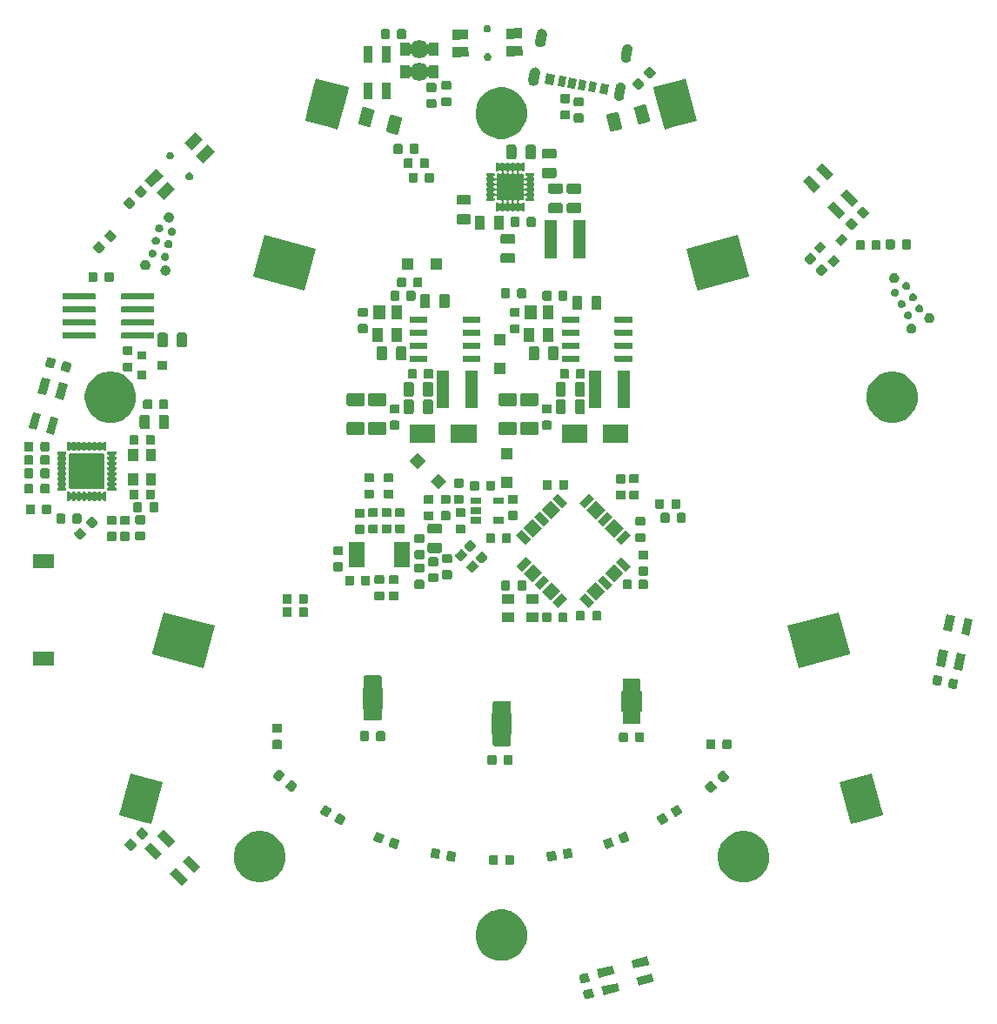
<source format=gbs>
G04 #@! TF.GenerationSoftware,KiCad,Pcbnew,5.0.1*
G04 #@! TF.CreationDate,2019-08-04T23:17:12+02:00*
G04 #@! TF.ProjectId,main,6D61696E2E6B696361645F7063620000,rev?*
G04 #@! TF.SameCoordinates,Original*
G04 #@! TF.FileFunction,Soldermask,Bot*
G04 #@! TF.FilePolarity,Negative*
%FSLAX46Y46*%
G04 Gerber Fmt 4.6, Leading zero omitted, Abs format (unit mm)*
G04 Created by KiCad (PCBNEW 5.0.1) date So 04 Aug 2019 23:17:12 CEST*
%MOMM*%
%LPD*%
G01*
G04 APERTURE LIST*
%ADD10C,0.150000*%
%ADD11C,0.100000*%
G04 APERTURE END LIST*
D10*
G04 #@! TO.C,LED8*
G36*
X88376200Y-117874600D02*
X88376200Y-115974600D01*
X86576200Y-115974600D01*
X86576200Y-117874600D01*
X88376200Y-117874600D01*
G37*
X88376200Y-117874600D02*
X88376200Y-115974600D01*
X86576200Y-115974600D01*
X86576200Y-117874600D01*
X88376200Y-117874600D01*
G04 #@! TO.C,LED7*
G36*
X100950000Y-120350000D02*
X100950000Y-118450000D01*
X99150000Y-118450000D01*
X99150000Y-120350000D01*
X100950000Y-120350000D01*
G37*
X100950000Y-120350000D02*
X100950000Y-118450000D01*
X99150000Y-118450000D01*
X99150000Y-120350000D01*
X100950000Y-120350000D01*
G04 #@! TO.C,LED6*
G36*
X113576200Y-118174600D02*
X113576200Y-116274600D01*
X111776200Y-116274600D01*
X111776200Y-118174600D01*
X113576200Y-118174600D01*
G37*
X113576200Y-118174600D02*
X113576200Y-116274600D01*
X111776200Y-116274600D01*
X111776200Y-118174600D01*
X113576200Y-118174600D01*
D11*
G36*
X108759234Y-145202188D02*
X108788945Y-145209116D01*
X108816737Y-145221708D01*
X108841541Y-145239483D01*
X108862396Y-145261750D01*
X108878509Y-145287662D01*
X108891432Y-145321996D01*
X109033840Y-145853468D01*
X109039814Y-145889653D01*
X109038816Y-145920147D01*
X109031886Y-145949869D01*
X109019296Y-145977656D01*
X109001521Y-146002460D01*
X108979254Y-146023315D01*
X108953342Y-146039428D01*
X108919008Y-146052351D01*
X108864571Y-146066937D01*
X108864572Y-146066937D01*
X108369535Y-146199582D01*
X108369533Y-146199582D01*
X108315091Y-146214170D01*
X108278906Y-146220144D01*
X108248406Y-146219146D01*
X108218695Y-146212218D01*
X108190903Y-146199626D01*
X108166099Y-146181851D01*
X108145244Y-146159584D01*
X108129131Y-146133672D01*
X108116208Y-146099338D01*
X107973800Y-145567866D01*
X107967826Y-145531681D01*
X107968824Y-145501187D01*
X107975754Y-145471465D01*
X107988344Y-145443678D01*
X108006119Y-145418874D01*
X108028386Y-145398019D01*
X108054298Y-145381906D01*
X108088632Y-145368983D01*
X108556549Y-145243605D01*
X108638105Y-145221752D01*
X108638107Y-145221752D01*
X108692549Y-145207164D01*
X108728734Y-145201190D01*
X108759234Y-145202188D01*
X108759234Y-145202188D01*
G37*
G36*
X111497411Y-145398019D02*
X111509544Y-145443302D01*
X109964062Y-145857412D01*
X109889730Y-145580000D01*
X109744066Y-145036375D01*
X109744066Y-145036374D01*
X111289548Y-144622264D01*
X111497411Y-145398019D01*
X111497411Y-145398019D01*
G37*
G36*
X114885102Y-144518094D02*
X114890284Y-144537436D01*
X113344802Y-144951546D01*
X113233842Y-144537436D01*
X113124806Y-144130509D01*
X113124806Y-144130508D01*
X114670288Y-143716398D01*
X114885102Y-144518094D01*
X114885102Y-144518094D01*
G37*
G36*
X108351594Y-143680854D02*
X108381305Y-143687782D01*
X108409097Y-143700374D01*
X108433901Y-143718149D01*
X108454756Y-143740416D01*
X108470869Y-143766328D01*
X108483792Y-143800662D01*
X108626200Y-144332134D01*
X108632174Y-144368319D01*
X108631176Y-144398813D01*
X108624246Y-144428535D01*
X108611656Y-144456322D01*
X108593881Y-144481126D01*
X108571614Y-144501981D01*
X108545702Y-144518094D01*
X108511368Y-144531017D01*
X108456931Y-144545603D01*
X108456932Y-144545603D01*
X107961895Y-144678248D01*
X107961893Y-144678248D01*
X107907451Y-144692836D01*
X107871266Y-144698810D01*
X107840766Y-144697812D01*
X107811055Y-144690884D01*
X107783263Y-144678292D01*
X107758459Y-144660517D01*
X107737604Y-144638250D01*
X107721491Y-144612338D01*
X107708568Y-144578004D01*
X107566160Y-144046532D01*
X107560186Y-144010347D01*
X107561184Y-143979853D01*
X107568114Y-143950131D01*
X107580704Y-143922344D01*
X107598479Y-143897540D01*
X107620746Y-143876685D01*
X107646658Y-143860572D01*
X107680992Y-143847649D01*
X107984486Y-143766328D01*
X108230465Y-143700418D01*
X108230467Y-143700418D01*
X108284909Y-143685830D01*
X108321094Y-143679856D01*
X108351594Y-143680854D01*
X108351594Y-143680854D01*
G37*
G36*
X111055088Y-143747249D02*
X111056610Y-143752932D01*
X109511128Y-144167042D01*
X109482089Y-144058666D01*
X109291132Y-143346005D01*
X109291132Y-143346004D01*
X110836614Y-142931894D01*
X111055088Y-143747249D01*
X111055088Y-143747249D01*
G37*
G36*
X114328315Y-142440139D02*
X114437350Y-142847066D01*
X112891868Y-143261176D01*
X112780908Y-142847066D01*
X112671872Y-142440139D01*
X112671872Y-142440138D01*
X114217354Y-142026028D01*
X114328315Y-142440139D01*
X114328315Y-142440139D01*
G37*
G36*
X100568225Y-137564049D02*
X100729223Y-137596074D01*
X100917677Y-137674134D01*
X101184193Y-137784528D01*
X101593660Y-138058126D01*
X101941874Y-138406340D01*
X102215472Y-138815807D01*
X102403926Y-139270778D01*
X102500000Y-139753770D01*
X102500000Y-140246230D01*
X102403926Y-140729222D01*
X102215472Y-141184193D01*
X101941874Y-141593660D01*
X101593660Y-141941874D01*
X101184193Y-142215472D01*
X100917677Y-142325866D01*
X100729223Y-142403926D01*
X100568225Y-142435951D01*
X100246230Y-142500000D01*
X99753770Y-142500000D01*
X99431775Y-142435951D01*
X99270777Y-142403926D01*
X99082323Y-142325866D01*
X98815807Y-142215472D01*
X98406340Y-141941874D01*
X98058126Y-141593660D01*
X97784528Y-141184193D01*
X97596074Y-140729222D01*
X97500000Y-140246230D01*
X97500000Y-139753770D01*
X97596074Y-139270778D01*
X97784528Y-138815807D01*
X98058126Y-138406340D01*
X98406340Y-138058126D01*
X98815807Y-137784528D01*
X99082323Y-137674134D01*
X99270777Y-137596074D01*
X99431775Y-137564049D01*
X99753770Y-137500000D01*
X100246230Y-137500000D01*
X100568225Y-137564049D01*
X100568225Y-137564049D01*
G37*
G36*
X69475633Y-134563040D02*
X68874591Y-135164082D01*
X67743219Y-134032710D01*
X68344261Y-133431668D01*
X69475633Y-134563040D01*
X69475633Y-134563040D01*
G37*
G36*
X77027021Y-129918803D02*
X77217813Y-129956754D01*
X77396593Y-130030807D01*
X77672783Y-130145208D01*
X78082250Y-130418806D01*
X78430464Y-130767020D01*
X78704062Y-131176487D01*
X78795373Y-131396932D01*
X78892516Y-131631457D01*
X78910727Y-131723012D01*
X78988590Y-132114450D01*
X78988590Y-132606910D01*
X78946126Y-132820389D01*
X78892516Y-133089903D01*
X78814456Y-133278357D01*
X78704062Y-133544873D01*
X78430464Y-133954340D01*
X78082250Y-134302554D01*
X77672783Y-134576152D01*
X77406267Y-134686546D01*
X77217813Y-134764606D01*
X77056815Y-134796631D01*
X76734820Y-134860680D01*
X76242360Y-134860680D01*
X75920365Y-134796631D01*
X75759367Y-134764606D01*
X75570913Y-134686546D01*
X75304397Y-134576152D01*
X74894930Y-134302554D01*
X74546716Y-133954340D01*
X74273118Y-133544873D01*
X74162724Y-133278357D01*
X74084664Y-133089903D01*
X74031054Y-132820389D01*
X73988590Y-132606910D01*
X73988590Y-132114450D01*
X74066453Y-131723012D01*
X74084664Y-131631457D01*
X74181807Y-131396932D01*
X74273118Y-131176487D01*
X74546716Y-130767020D01*
X74894930Y-130418806D01*
X75304397Y-130145208D01*
X75580587Y-130030807D01*
X75759367Y-129956754D01*
X75950159Y-129918803D01*
X76242360Y-129860680D01*
X76734820Y-129860680D01*
X77027021Y-129918803D01*
X77027021Y-129918803D01*
G37*
G36*
X124115061Y-129918803D02*
X124300423Y-129955674D01*
X124435638Y-130011682D01*
X124755393Y-130144128D01*
X125164860Y-130417726D01*
X125513074Y-130765940D01*
X125786672Y-131175407D01*
X125854545Y-131339269D01*
X125975126Y-131630377D01*
X125995842Y-131734523D01*
X126071200Y-132113370D01*
X126071200Y-132605830D01*
X126021696Y-132854702D01*
X125975126Y-133088823D01*
X125961066Y-133122767D01*
X125786672Y-133543793D01*
X125513074Y-133953260D01*
X125164860Y-134301474D01*
X124755393Y-134575072D01*
X124488877Y-134685466D01*
X124300423Y-134763526D01*
X124294993Y-134764606D01*
X123817430Y-134859600D01*
X123324970Y-134859600D01*
X122847407Y-134764606D01*
X122841977Y-134763526D01*
X122653523Y-134685466D01*
X122387007Y-134575072D01*
X121977540Y-134301474D01*
X121629326Y-133953260D01*
X121355728Y-133543793D01*
X121181334Y-133122767D01*
X121167274Y-133088823D01*
X121120704Y-132854702D01*
X121071200Y-132605830D01*
X121071200Y-132113370D01*
X121146558Y-131734523D01*
X121167274Y-131630377D01*
X121287855Y-131339269D01*
X121355728Y-131175407D01*
X121629326Y-130765940D01*
X121977540Y-130417726D01*
X122387007Y-130144128D01*
X122706762Y-130011682D01*
X122841977Y-129955674D01*
X123027339Y-129918803D01*
X123324970Y-129859600D01*
X123817430Y-129859600D01*
X124115061Y-129918803D01*
X124115061Y-129918803D01*
G37*
G36*
X70713070Y-133325603D02*
X70112028Y-133926645D01*
X68980656Y-132795273D01*
X69581698Y-132194231D01*
X70713070Y-133325603D01*
X70713070Y-133325603D01*
G37*
G36*
X101125036Y-132203195D02*
X101154233Y-132212052D01*
X101181138Y-132226433D01*
X101204728Y-132245792D01*
X101224087Y-132269382D01*
X101238468Y-132296287D01*
X101247325Y-132325484D01*
X101250920Y-132361990D01*
X101250920Y-132987210D01*
X101247325Y-133023716D01*
X101238468Y-133052913D01*
X101224087Y-133079818D01*
X101204728Y-133103408D01*
X101181138Y-133122767D01*
X101154233Y-133137148D01*
X101125036Y-133146005D01*
X101088530Y-133149600D01*
X100538310Y-133149600D01*
X100501804Y-133146005D01*
X100472607Y-133137148D01*
X100445702Y-133122767D01*
X100422112Y-133103408D01*
X100402753Y-133079818D01*
X100388372Y-133052913D01*
X100379515Y-133023716D01*
X100375920Y-132987210D01*
X100375920Y-132361990D01*
X100379515Y-132325484D01*
X100388372Y-132296287D01*
X100402753Y-132269382D01*
X100422112Y-132245792D01*
X100445702Y-132226433D01*
X100472607Y-132212052D01*
X100501804Y-132203195D01*
X100538310Y-132199600D01*
X101088530Y-132199600D01*
X101125036Y-132203195D01*
X101125036Y-132203195D01*
G37*
G36*
X99550036Y-132203195D02*
X99579233Y-132212052D01*
X99606138Y-132226433D01*
X99629728Y-132245792D01*
X99649087Y-132269382D01*
X99663468Y-132296287D01*
X99672325Y-132325484D01*
X99675920Y-132361990D01*
X99675920Y-132987210D01*
X99672325Y-133023716D01*
X99663468Y-133052913D01*
X99649087Y-133079818D01*
X99629728Y-133103408D01*
X99606138Y-133122767D01*
X99579233Y-133137148D01*
X99550036Y-133146005D01*
X99513530Y-133149600D01*
X98963310Y-133149600D01*
X98926804Y-133146005D01*
X98897607Y-133137148D01*
X98870702Y-133122767D01*
X98847112Y-133103408D01*
X98827753Y-133079818D01*
X98813372Y-133052913D01*
X98804515Y-133023716D01*
X98800920Y-132987210D01*
X98800920Y-132361990D01*
X98804515Y-132325484D01*
X98813372Y-132296287D01*
X98827753Y-132269382D01*
X98847112Y-132245792D01*
X98870702Y-132226433D01*
X98897607Y-132212052D01*
X98926804Y-132203195D01*
X98963310Y-132199600D01*
X99513530Y-132199600D01*
X99550036Y-132203195D01*
X99550036Y-132203195D01*
G37*
G36*
X94938291Y-131820793D02*
X94993779Y-131830577D01*
X94993793Y-131830578D01*
X95330634Y-131889973D01*
X95480147Y-131916336D01*
X95515478Y-131926218D01*
X95542689Y-131940008D01*
X95566697Y-131958849D01*
X95586559Y-131982002D01*
X95601529Y-132008597D01*
X95611020Y-132037591D01*
X95614672Y-132067881D01*
X95611873Y-132104462D01*
X95602087Y-132159960D01*
X95602087Y-132159963D01*
X95522059Y-132613820D01*
X95503306Y-132720175D01*
X95493424Y-132755507D01*
X95479633Y-132782723D01*
X95460794Y-132806727D01*
X95437639Y-132826591D01*
X95411049Y-132841558D01*
X95382051Y-132851050D01*
X95351760Y-132854702D01*
X95315181Y-132851903D01*
X95259693Y-132842119D01*
X95259679Y-132842118D01*
X94890977Y-132777105D01*
X94773325Y-132756360D01*
X94737994Y-132746478D01*
X94710783Y-132732688D01*
X94686775Y-132713847D01*
X94666913Y-132690694D01*
X94651943Y-132664099D01*
X94642452Y-132635105D01*
X94638800Y-132604815D01*
X94641599Y-132568234D01*
X94652004Y-132509227D01*
X94740380Y-132008019D01*
X94740381Y-132008017D01*
X94750166Y-131952521D01*
X94760048Y-131917189D01*
X94773839Y-131889973D01*
X94792678Y-131865969D01*
X94815833Y-131846105D01*
X94842423Y-131831138D01*
X94871421Y-131821646D01*
X94901712Y-131817994D01*
X94938291Y-131820793D01*
X94938291Y-131820793D01*
G37*
G36*
X105155979Y-131796646D02*
X105184973Y-131806137D01*
X105211568Y-131821107D01*
X105234721Y-131840969D01*
X105253562Y-131864977D01*
X105267352Y-131892187D01*
X105277234Y-131927521D01*
X105287019Y-131983017D01*
X105287020Y-131983019D01*
X105373017Y-132470729D01*
X105385801Y-132543234D01*
X105388600Y-132579814D01*
X105384948Y-132610105D01*
X105375456Y-132639103D01*
X105360489Y-132665693D01*
X105340625Y-132688848D01*
X105316621Y-132707687D01*
X105289404Y-132721479D01*
X105254075Y-132731360D01*
X105136423Y-132752105D01*
X104767721Y-132817118D01*
X104767707Y-132817119D01*
X104712219Y-132826903D01*
X104675639Y-132829702D01*
X104645349Y-132826050D01*
X104616355Y-132816559D01*
X104589760Y-132801589D01*
X104566607Y-132781727D01*
X104547766Y-132757719D01*
X104533976Y-132730509D01*
X104524094Y-132695175D01*
X104508340Y-132605830D01*
X104425313Y-132134963D01*
X104425313Y-132134960D01*
X104415527Y-132079462D01*
X104412728Y-132042882D01*
X104416380Y-132012591D01*
X104425872Y-131983593D01*
X104440839Y-131957003D01*
X104460703Y-131933848D01*
X104484707Y-131915009D01*
X104511924Y-131901217D01*
X104547253Y-131891336D01*
X104669754Y-131869736D01*
X105033607Y-131805578D01*
X105033621Y-131805577D01*
X105089109Y-131795793D01*
X105125689Y-131792994D01*
X105155979Y-131796646D01*
X105155979Y-131796646D01*
G37*
G36*
X67000760Y-132088167D02*
X66399718Y-132689209D01*
X65268346Y-131557837D01*
X65869388Y-130956795D01*
X67000760Y-132088167D01*
X67000760Y-132088167D01*
G37*
G36*
X93387219Y-131547297D02*
X93442707Y-131557081D01*
X93442721Y-131557082D01*
X93779562Y-131616477D01*
X93929075Y-131642840D01*
X93964406Y-131652722D01*
X93991617Y-131666512D01*
X94015625Y-131685353D01*
X94035487Y-131708506D01*
X94050457Y-131735101D01*
X94059948Y-131764095D01*
X94063600Y-131794385D01*
X94060801Y-131830966D01*
X94051015Y-131886464D01*
X94051015Y-131886467D01*
X93970987Y-132340324D01*
X93952234Y-132446679D01*
X93942352Y-132482011D01*
X93928561Y-132509227D01*
X93909722Y-132533231D01*
X93886567Y-132553095D01*
X93859977Y-132568062D01*
X93830979Y-132577554D01*
X93800688Y-132581206D01*
X93764109Y-132578407D01*
X93708621Y-132568623D01*
X93708607Y-132568622D01*
X93339905Y-132503609D01*
X93222253Y-132482864D01*
X93186922Y-132472982D01*
X93159711Y-132459192D01*
X93135703Y-132440351D01*
X93115841Y-132417198D01*
X93100871Y-132390603D01*
X93091380Y-132361609D01*
X93087728Y-132331319D01*
X93090527Y-132294738D01*
X93104722Y-132214237D01*
X93189308Y-131734523D01*
X93189309Y-131734521D01*
X93199094Y-131679025D01*
X93208976Y-131643693D01*
X93222767Y-131616477D01*
X93241606Y-131592473D01*
X93264761Y-131572609D01*
X93291351Y-131557642D01*
X93320349Y-131548150D01*
X93350640Y-131544498D01*
X93387219Y-131547297D01*
X93387219Y-131547297D01*
G37*
G36*
X106707051Y-131523150D02*
X106736045Y-131532641D01*
X106762640Y-131547611D01*
X106785793Y-131567473D01*
X106804634Y-131591481D01*
X106818424Y-131618691D01*
X106828306Y-131654025D01*
X106838091Y-131709521D01*
X106838092Y-131709523D01*
X106926702Y-132212052D01*
X106936873Y-132269738D01*
X106939672Y-132306318D01*
X106936020Y-132336609D01*
X106926528Y-132365607D01*
X106911561Y-132392197D01*
X106891697Y-132415352D01*
X106867693Y-132434191D01*
X106840476Y-132447983D01*
X106805147Y-132457864D01*
X106687495Y-132478609D01*
X106318793Y-132543622D01*
X106318779Y-132543623D01*
X106263291Y-132553407D01*
X106226711Y-132556206D01*
X106196421Y-132552554D01*
X106167427Y-132543063D01*
X106140832Y-132528093D01*
X106117679Y-132508231D01*
X106098838Y-132484223D01*
X106085048Y-132457013D01*
X106075166Y-132421679D01*
X106054825Y-132306318D01*
X105976385Y-131861467D01*
X105976385Y-131861464D01*
X105966599Y-131805966D01*
X105963800Y-131769386D01*
X105967452Y-131739095D01*
X105976944Y-131710097D01*
X105991911Y-131683507D01*
X106011775Y-131660352D01*
X106035779Y-131641513D01*
X106062996Y-131627721D01*
X106098325Y-131617840D01*
X106226962Y-131595158D01*
X106584679Y-131532082D01*
X106584693Y-131532081D01*
X106640181Y-131522297D01*
X106676761Y-131519498D01*
X106707051Y-131523150D01*
X106707051Y-131523150D01*
G37*
G36*
X63940155Y-130636775D02*
X63969352Y-130645632D01*
X63996257Y-130660013D01*
X64024624Y-130683293D01*
X64466707Y-131125376D01*
X64489987Y-131153743D01*
X64504368Y-131180648D01*
X64513225Y-131209845D01*
X64516215Y-131240211D01*
X64513225Y-131270577D01*
X64504368Y-131299774D01*
X64489987Y-131326679D01*
X64466707Y-131355046D01*
X64077658Y-131744095D01*
X64049291Y-131767375D01*
X64022386Y-131781756D01*
X63993189Y-131790613D01*
X63962823Y-131793603D01*
X63932457Y-131790613D01*
X63903260Y-131781756D01*
X63876355Y-131767375D01*
X63847988Y-131744095D01*
X63405905Y-131302012D01*
X63382625Y-131273645D01*
X63368244Y-131246740D01*
X63359387Y-131217543D01*
X63356397Y-131187177D01*
X63359387Y-131156811D01*
X63368244Y-131127614D01*
X63382625Y-131100709D01*
X63405905Y-131072342D01*
X63794954Y-130683293D01*
X63823321Y-130660013D01*
X63850226Y-130645632D01*
X63879423Y-130636775D01*
X63909789Y-130633785D01*
X63940155Y-130636775D01*
X63940155Y-130636775D01*
G37*
G36*
X89434612Y-130494387D02*
X89470151Y-130503495D01*
X89523106Y-130522769D01*
X89523110Y-130522770D01*
X89776086Y-130614846D01*
X89987191Y-130691682D01*
X90020259Y-130707543D01*
X90044666Y-130725852D01*
X90065036Y-130748575D01*
X90080577Y-130774827D01*
X90090700Y-130803613D01*
X90095012Y-130833817D01*
X90093349Y-130864287D01*
X90084245Y-130899811D01*
X89870403Y-131487337D01*
X89854542Y-131520405D01*
X89836234Y-131544811D01*
X89813510Y-131565182D01*
X89787258Y-131580723D01*
X89758472Y-131590846D01*
X89728268Y-131595158D01*
X89697804Y-131593495D01*
X89662265Y-131584387D01*
X89609310Y-131565113D01*
X89609306Y-131565112D01*
X89198191Y-131415478D01*
X89145225Y-131396200D01*
X89112157Y-131380339D01*
X89087750Y-131362030D01*
X89067380Y-131339307D01*
X89051839Y-131313055D01*
X89041716Y-131284269D01*
X89037404Y-131254065D01*
X89039067Y-131223595D01*
X89048171Y-131188071D01*
X89262013Y-130600545D01*
X89277874Y-130567477D01*
X89296182Y-130543071D01*
X89318906Y-130522700D01*
X89345158Y-130507159D01*
X89373944Y-130497036D01*
X89404148Y-130492724D01*
X89434612Y-130494387D01*
X89434612Y-130494387D01*
G37*
G36*
X110628456Y-130497036D02*
X110657242Y-130507159D01*
X110683494Y-130522700D01*
X110706217Y-130543070D01*
X110724526Y-130567477D01*
X110740387Y-130600545D01*
X110759665Y-130653511D01*
X110931410Y-131125376D01*
X110954225Y-131188062D01*
X110963333Y-131223601D01*
X110964996Y-131254065D01*
X110960684Y-131284269D01*
X110950561Y-131313055D01*
X110935020Y-131339307D01*
X110914649Y-131362031D01*
X110890243Y-131380339D01*
X110857175Y-131396200D01*
X110340126Y-131584391D01*
X110304602Y-131593495D01*
X110274132Y-131595158D01*
X110243928Y-131590846D01*
X110215142Y-131580723D01*
X110188890Y-131565182D01*
X110166167Y-131544812D01*
X110147858Y-131520405D01*
X110131997Y-131487337D01*
X110098826Y-131396200D01*
X109937434Y-130952779D01*
X109937433Y-130952775D01*
X109918159Y-130899820D01*
X109909051Y-130864281D01*
X109907388Y-130833817D01*
X109911700Y-130803613D01*
X109921823Y-130774827D01*
X109937364Y-130748575D01*
X109957735Y-130725851D01*
X109982141Y-130707543D01*
X110015209Y-130691682D01*
X110532258Y-130503491D01*
X110567782Y-130494387D01*
X110598252Y-130492724D01*
X110628456Y-130497036D01*
X110628456Y-130497036D01*
G37*
G36*
X68238197Y-130850730D02*
X67637155Y-131451772D01*
X66505783Y-130320400D01*
X67106825Y-129719358D01*
X68238197Y-130850730D01*
X68238197Y-130850730D01*
G37*
G36*
X112108472Y-129958354D02*
X112137258Y-129968477D01*
X112163510Y-129984018D01*
X112186233Y-130004388D01*
X112204542Y-130028795D01*
X112220403Y-130061863D01*
X112239681Y-130114829D01*
X112409187Y-130580543D01*
X112434241Y-130649380D01*
X112443349Y-130684919D01*
X112445012Y-130715383D01*
X112440700Y-130745587D01*
X112430577Y-130774373D01*
X112415036Y-130800625D01*
X112394665Y-130823349D01*
X112370259Y-130841657D01*
X112337191Y-130857518D01*
X111820142Y-131045709D01*
X111784618Y-131054813D01*
X111754148Y-131056476D01*
X111723944Y-131052164D01*
X111695158Y-131042041D01*
X111668906Y-131026500D01*
X111646183Y-131006130D01*
X111627874Y-130981723D01*
X111612013Y-130948655D01*
X111573069Y-130841657D01*
X111417450Y-130414097D01*
X111417449Y-130414093D01*
X111398175Y-130361138D01*
X111389067Y-130325599D01*
X111387404Y-130295135D01*
X111391716Y-130264931D01*
X111401839Y-130236145D01*
X111417380Y-130209893D01*
X111437751Y-130187169D01*
X111462157Y-130168861D01*
X111495225Y-130153000D01*
X112012274Y-129964809D01*
X112047798Y-129955705D01*
X112078268Y-129954042D01*
X112108472Y-129958354D01*
X112108472Y-129958354D01*
G37*
G36*
X87954596Y-129955705D02*
X87990135Y-129964813D01*
X88043090Y-129984087D01*
X88043094Y-129984088D01*
X88288704Y-130073483D01*
X88507175Y-130153000D01*
X88540243Y-130168861D01*
X88564650Y-130187170D01*
X88585020Y-130209893D01*
X88600561Y-130236145D01*
X88610684Y-130264931D01*
X88614996Y-130295135D01*
X88613333Y-130325605D01*
X88604229Y-130361129D01*
X88390387Y-130948655D01*
X88374526Y-130981723D01*
X88356218Y-131006129D01*
X88333494Y-131026500D01*
X88307242Y-131042041D01*
X88278456Y-131052164D01*
X88248252Y-131056476D01*
X88217788Y-131054813D01*
X88182249Y-131045705D01*
X88129294Y-131026431D01*
X88129290Y-131026430D01*
X87718175Y-130876796D01*
X87665209Y-130857518D01*
X87632141Y-130841657D01*
X87607734Y-130823348D01*
X87587364Y-130800625D01*
X87571823Y-130774373D01*
X87561700Y-130745587D01*
X87557388Y-130715383D01*
X87559051Y-130684913D01*
X87568155Y-130649389D01*
X87781997Y-130061863D01*
X87797858Y-130028795D01*
X87816166Y-130004389D01*
X87838890Y-129984018D01*
X87865142Y-129968477D01*
X87893928Y-129958354D01*
X87924132Y-129954042D01*
X87954596Y-129955705D01*
X87954596Y-129955705D01*
G37*
G36*
X65053849Y-129523081D02*
X65083046Y-129531938D01*
X65109951Y-129546319D01*
X65138318Y-129569599D01*
X65580401Y-130011682D01*
X65603681Y-130040049D01*
X65618062Y-130066954D01*
X65626919Y-130096151D01*
X65629909Y-130126517D01*
X65626919Y-130156883D01*
X65618062Y-130186080D01*
X65603681Y-130212985D01*
X65580401Y-130241352D01*
X65191352Y-130630401D01*
X65162985Y-130653681D01*
X65136080Y-130668062D01*
X65106883Y-130676919D01*
X65076517Y-130679909D01*
X65046151Y-130676919D01*
X65016954Y-130668062D01*
X64990049Y-130653681D01*
X64961682Y-130630401D01*
X64519599Y-130188318D01*
X64496319Y-130159951D01*
X64481938Y-130133046D01*
X64473081Y-130103849D01*
X64470091Y-130073483D01*
X64473081Y-130043117D01*
X64481938Y-130013920D01*
X64496319Y-129987015D01*
X64519599Y-129958648D01*
X64908648Y-129569599D01*
X64937015Y-129546319D01*
X64963920Y-129531938D01*
X64993117Y-129523081D01*
X65023483Y-129520091D01*
X65053849Y-129523081D01*
X65053849Y-129523081D01*
G37*
G36*
X84244312Y-128147365D02*
X84274034Y-128154295D01*
X84307444Y-128169433D01*
X84783943Y-128444539D01*
X84813765Y-128465910D01*
X84834620Y-128488177D01*
X84850733Y-128514089D01*
X84861483Y-128542649D01*
X84866452Y-128572747D01*
X84865454Y-128603241D01*
X84858524Y-128632963D01*
X84843386Y-128666373D01*
X84530780Y-129207824D01*
X84509409Y-129237646D01*
X84487142Y-129258501D01*
X84461230Y-129274614D01*
X84432670Y-129285364D01*
X84402572Y-129290333D01*
X84372078Y-129289335D01*
X84342356Y-129282405D01*
X84308946Y-129267267D01*
X83832447Y-128992161D01*
X83802625Y-128970790D01*
X83781770Y-128948523D01*
X83765657Y-128922611D01*
X83754907Y-128894051D01*
X83749938Y-128863953D01*
X83750936Y-128833459D01*
X83757866Y-128803737D01*
X83773004Y-128770327D01*
X84085610Y-128228876D01*
X84106981Y-128199054D01*
X84129248Y-128178199D01*
X84155160Y-128162086D01*
X84183720Y-128151336D01*
X84213818Y-128146367D01*
X84244312Y-128147365D01*
X84244312Y-128147365D01*
G37*
G36*
X115793680Y-128126336D02*
X115822240Y-128137086D01*
X115848152Y-128153199D01*
X115870419Y-128174054D01*
X115891790Y-128203876D01*
X116204396Y-128745327D01*
X116219534Y-128778737D01*
X116226464Y-128808459D01*
X116227462Y-128838953D01*
X116222493Y-128869051D01*
X116211743Y-128897611D01*
X116195630Y-128923523D01*
X116174775Y-128945790D01*
X116144953Y-128967161D01*
X115668454Y-129242267D01*
X115635044Y-129257405D01*
X115605322Y-129264335D01*
X115574828Y-129265333D01*
X115544730Y-129260364D01*
X115516170Y-129249614D01*
X115490258Y-129233501D01*
X115467991Y-129212646D01*
X115446620Y-129182824D01*
X115134014Y-128641373D01*
X115118876Y-128607963D01*
X115111946Y-128578241D01*
X115110948Y-128547747D01*
X115115917Y-128517649D01*
X115126667Y-128489089D01*
X115142780Y-128463177D01*
X115163635Y-128440910D01*
X115193457Y-128419539D01*
X115669956Y-128144433D01*
X115703366Y-128129295D01*
X115733088Y-128122365D01*
X115763582Y-128121367D01*
X115793680Y-128126336D01*
X115793680Y-128126336D01*
G37*
G36*
X136920029Y-127392415D02*
X137157236Y-128277681D01*
X137177341Y-128352716D01*
X134790897Y-128992161D01*
X133989786Y-129206818D01*
X133989785Y-129206818D01*
X133078018Y-125804056D01*
X132892393Y-125111293D01*
X132892393Y-125111292D01*
X135476520Y-124418878D01*
X136079948Y-124257190D01*
X136079949Y-124257190D01*
X136920029Y-127392415D01*
X136920029Y-127392415D01*
G37*
G36*
X64475880Y-124418878D02*
X67060007Y-125111292D01*
X67060007Y-125111293D01*
X66874382Y-125804056D01*
X65962615Y-129206818D01*
X65962614Y-129206818D01*
X65161503Y-128992161D01*
X62775059Y-128352716D01*
X62795165Y-128277681D01*
X63032371Y-127392415D01*
X63872451Y-124257190D01*
X63872452Y-124257190D01*
X64475880Y-124418878D01*
X64475880Y-124418878D01*
G37*
G36*
X82880322Y-127359865D02*
X82910044Y-127366795D01*
X82943454Y-127381933D01*
X83419953Y-127657039D01*
X83449775Y-127678410D01*
X83470630Y-127700677D01*
X83486743Y-127726589D01*
X83497493Y-127755149D01*
X83502462Y-127785247D01*
X83501464Y-127815741D01*
X83494534Y-127845463D01*
X83479396Y-127878873D01*
X83166790Y-128420324D01*
X83145419Y-128450146D01*
X83123152Y-128471001D01*
X83097240Y-128487114D01*
X83068680Y-128497864D01*
X83038582Y-128502833D01*
X83008088Y-128501835D01*
X82978366Y-128494905D01*
X82944956Y-128479767D01*
X82468457Y-128204661D01*
X82438635Y-128183290D01*
X82417780Y-128161023D01*
X82401667Y-128135111D01*
X82390917Y-128106551D01*
X82385948Y-128076453D01*
X82386946Y-128045959D01*
X82393876Y-128016237D01*
X82409014Y-127982827D01*
X82721620Y-127441376D01*
X82742991Y-127411554D01*
X82765258Y-127390699D01*
X82791170Y-127374586D01*
X82819730Y-127363836D01*
X82849828Y-127358867D01*
X82880322Y-127359865D01*
X82880322Y-127359865D01*
G37*
G36*
X117157670Y-127338836D02*
X117186230Y-127349586D01*
X117212142Y-127365699D01*
X117234409Y-127386554D01*
X117255780Y-127416376D01*
X117568386Y-127957827D01*
X117583524Y-127991237D01*
X117590454Y-128020959D01*
X117591452Y-128051453D01*
X117586483Y-128081551D01*
X117575733Y-128110111D01*
X117559620Y-128136023D01*
X117538765Y-128158290D01*
X117508943Y-128179661D01*
X117032444Y-128454767D01*
X116999034Y-128469905D01*
X116969312Y-128476835D01*
X116938818Y-128477833D01*
X116908720Y-128472864D01*
X116880160Y-128462114D01*
X116854248Y-128446001D01*
X116831981Y-128425146D01*
X116810610Y-128395324D01*
X116498004Y-127853873D01*
X116482866Y-127820463D01*
X116475936Y-127790741D01*
X116474938Y-127760247D01*
X116479907Y-127730149D01*
X116490657Y-127701589D01*
X116506770Y-127675677D01*
X116527625Y-127653410D01*
X116557447Y-127632039D01*
X117033946Y-127356933D01*
X117067356Y-127341795D01*
X117097078Y-127334865D01*
X117127572Y-127333867D01*
X117157670Y-127338836D01*
X117157670Y-127338836D01*
G37*
G36*
X120452057Y-125006407D02*
X120480371Y-125017775D01*
X120505919Y-125034446D01*
X120532146Y-125060106D01*
X120568369Y-125103275D01*
X120568370Y-125103276D01*
X120897799Y-125495874D01*
X120897802Y-125495878D01*
X120934029Y-125539052D01*
X120954735Y-125569321D01*
X120966721Y-125597387D01*
X120972998Y-125627241D01*
X120973332Y-125657755D01*
X120967706Y-125687744D01*
X120956338Y-125716058D01*
X120939667Y-125741606D01*
X120914007Y-125767833D01*
X120492515Y-126121506D01*
X120462245Y-126142213D01*
X120434181Y-126154198D01*
X120404326Y-126160475D01*
X120373812Y-126160809D01*
X120343823Y-126155183D01*
X120315509Y-126143815D01*
X120289961Y-126127144D01*
X120263734Y-126101484D01*
X120208469Y-126035622D01*
X119898081Y-125665716D01*
X119898078Y-125665712D01*
X119861851Y-125622538D01*
X119841145Y-125592269D01*
X119829159Y-125564203D01*
X119822882Y-125534349D01*
X119822548Y-125503835D01*
X119828174Y-125473846D01*
X119839542Y-125445532D01*
X119856213Y-125419984D01*
X119881873Y-125393757D01*
X120303365Y-125040084D01*
X120333635Y-125019377D01*
X120361699Y-125007392D01*
X120391554Y-125001115D01*
X120422068Y-125000781D01*
X120452057Y-125006407D01*
X120452057Y-125006407D01*
G37*
G36*
X79560846Y-124901115D02*
X79590700Y-124907392D01*
X79618766Y-124919378D01*
X79649035Y-124940084D01*
X80070527Y-125293757D01*
X80096187Y-125319984D01*
X80112858Y-125345532D01*
X80124226Y-125373846D01*
X80129852Y-125403835D01*
X80129518Y-125434349D01*
X80123241Y-125464204D01*
X80111256Y-125492268D01*
X80090549Y-125522538D01*
X80054322Y-125565712D01*
X80054319Y-125565716D01*
X79880047Y-125773405D01*
X79688666Y-126001484D01*
X79662439Y-126027144D01*
X79636891Y-126043815D01*
X79608577Y-126055183D01*
X79578588Y-126060809D01*
X79548074Y-126060475D01*
X79518220Y-126054198D01*
X79490154Y-126042212D01*
X79459885Y-126021506D01*
X79038393Y-125667833D01*
X79012733Y-125641606D01*
X78996062Y-125616058D01*
X78984694Y-125587744D01*
X78979068Y-125557755D01*
X78979402Y-125527241D01*
X78985679Y-125497386D01*
X78997664Y-125469322D01*
X79018371Y-125439052D01*
X79054598Y-125395878D01*
X79054601Y-125395874D01*
X79384030Y-125003276D01*
X79384031Y-125003275D01*
X79420254Y-124960106D01*
X79446481Y-124934446D01*
X79472029Y-124917775D01*
X79500343Y-124906407D01*
X79530332Y-124900781D01*
X79560846Y-124901115D01*
X79560846Y-124901115D01*
G37*
G36*
X121658577Y-123994017D02*
X121686891Y-124005385D01*
X121712439Y-124022056D01*
X121738666Y-124047716D01*
X121774889Y-124090885D01*
X121774890Y-124090886D01*
X122104319Y-124483484D01*
X122104322Y-124483488D01*
X122140549Y-124526662D01*
X122161255Y-124556931D01*
X122173241Y-124584997D01*
X122179518Y-124614851D01*
X122179852Y-124645365D01*
X122174226Y-124675354D01*
X122162858Y-124703668D01*
X122146187Y-124729216D01*
X122120527Y-124755443D01*
X121699035Y-125109116D01*
X121668765Y-125129823D01*
X121640701Y-125141808D01*
X121610846Y-125148085D01*
X121580332Y-125148419D01*
X121550343Y-125142793D01*
X121522029Y-125131425D01*
X121496481Y-125114754D01*
X121470254Y-125089094D01*
X121414989Y-125023232D01*
X121104601Y-124653326D01*
X121104598Y-124653322D01*
X121068371Y-124610148D01*
X121047665Y-124579879D01*
X121035679Y-124551813D01*
X121029402Y-124521959D01*
X121029068Y-124491445D01*
X121034694Y-124461456D01*
X121046062Y-124433142D01*
X121062733Y-124407594D01*
X121088393Y-124381367D01*
X121509885Y-124027694D01*
X121540155Y-124006987D01*
X121568219Y-123995002D01*
X121598074Y-123988725D01*
X121628588Y-123988391D01*
X121658577Y-123994017D01*
X121658577Y-123994017D01*
G37*
G36*
X78354326Y-123888725D02*
X78384180Y-123895002D01*
X78412246Y-123906988D01*
X78442515Y-123927694D01*
X78864007Y-124281367D01*
X78889667Y-124307594D01*
X78906338Y-124333142D01*
X78917706Y-124361456D01*
X78923332Y-124391445D01*
X78922998Y-124421959D01*
X78916721Y-124451814D01*
X78904736Y-124479878D01*
X78884029Y-124510148D01*
X78847802Y-124553322D01*
X78847799Y-124553326D01*
X78673527Y-124761015D01*
X78482146Y-124989094D01*
X78455919Y-125014754D01*
X78430371Y-125031425D01*
X78402057Y-125042793D01*
X78372068Y-125048419D01*
X78341554Y-125048085D01*
X78311700Y-125041808D01*
X78283634Y-125029822D01*
X78253365Y-125009116D01*
X77831873Y-124655443D01*
X77806213Y-124629216D01*
X77789542Y-124603668D01*
X77778174Y-124575354D01*
X77772548Y-124545365D01*
X77772882Y-124514851D01*
X77779159Y-124484996D01*
X77791144Y-124456932D01*
X77811851Y-124426662D01*
X77848078Y-124383488D01*
X77848081Y-124383484D01*
X78177510Y-123990886D01*
X78177511Y-123990885D01*
X78213734Y-123947716D01*
X78239961Y-123922056D01*
X78265509Y-123905385D01*
X78293823Y-123894017D01*
X78323812Y-123888391D01*
X78354326Y-123888725D01*
X78354326Y-123888725D01*
G37*
G36*
X100975316Y-122453195D02*
X101004513Y-122462052D01*
X101031418Y-122476433D01*
X101055008Y-122495792D01*
X101074367Y-122519382D01*
X101088748Y-122546287D01*
X101097605Y-122575484D01*
X101101200Y-122611990D01*
X101101200Y-123237210D01*
X101097605Y-123273716D01*
X101088748Y-123302913D01*
X101074367Y-123329818D01*
X101055008Y-123353408D01*
X101031418Y-123372767D01*
X101004513Y-123387148D01*
X100975316Y-123396005D01*
X100938810Y-123399600D01*
X100388590Y-123399600D01*
X100352084Y-123396005D01*
X100322887Y-123387148D01*
X100295982Y-123372767D01*
X100272392Y-123353408D01*
X100253033Y-123329818D01*
X100238652Y-123302913D01*
X100229795Y-123273716D01*
X100226200Y-123237210D01*
X100226200Y-122611990D01*
X100229795Y-122575484D01*
X100238652Y-122546287D01*
X100253033Y-122519382D01*
X100272392Y-122495792D01*
X100295982Y-122476433D01*
X100322887Y-122462052D01*
X100352084Y-122453195D01*
X100388590Y-122449600D01*
X100938810Y-122449600D01*
X100975316Y-122453195D01*
X100975316Y-122453195D01*
G37*
G36*
X99400316Y-122453195D02*
X99429513Y-122462052D01*
X99456418Y-122476433D01*
X99480008Y-122495792D01*
X99499367Y-122519382D01*
X99513748Y-122546287D01*
X99522605Y-122575484D01*
X99526200Y-122611990D01*
X99526200Y-123237210D01*
X99522605Y-123273716D01*
X99513748Y-123302913D01*
X99499367Y-123329818D01*
X99480008Y-123353408D01*
X99456418Y-123372767D01*
X99429513Y-123387148D01*
X99400316Y-123396005D01*
X99363810Y-123399600D01*
X98813590Y-123399600D01*
X98777084Y-123396005D01*
X98747887Y-123387148D01*
X98720982Y-123372767D01*
X98697392Y-123353408D01*
X98678033Y-123329818D01*
X98663652Y-123302913D01*
X98654795Y-123273716D01*
X98651200Y-123237210D01*
X98651200Y-122611990D01*
X98654795Y-122575484D01*
X98663652Y-122546287D01*
X98678033Y-122519382D01*
X98697392Y-122495792D01*
X98720982Y-122476433D01*
X98747887Y-122462052D01*
X98777084Y-122453195D01*
X98813590Y-122449600D01*
X99363810Y-122449600D01*
X99400316Y-122453195D01*
X99400316Y-122453195D01*
G37*
G36*
X120700316Y-120953195D02*
X120729513Y-120962052D01*
X120756418Y-120976433D01*
X120780008Y-120995792D01*
X120799367Y-121019382D01*
X120813748Y-121046287D01*
X120822605Y-121075484D01*
X120826200Y-121111990D01*
X120826200Y-121737210D01*
X120822605Y-121773716D01*
X120813748Y-121802913D01*
X120799367Y-121829818D01*
X120780008Y-121853408D01*
X120756418Y-121872767D01*
X120729513Y-121887148D01*
X120700316Y-121896005D01*
X120663810Y-121899600D01*
X120113590Y-121899600D01*
X120077084Y-121896005D01*
X120047887Y-121887148D01*
X120020982Y-121872767D01*
X119997392Y-121853408D01*
X119978033Y-121829818D01*
X119963652Y-121802913D01*
X119954795Y-121773716D01*
X119951200Y-121737210D01*
X119951200Y-121111990D01*
X119954795Y-121075484D01*
X119963652Y-121046287D01*
X119978033Y-121019382D01*
X119997392Y-120995792D01*
X120020982Y-120976433D01*
X120047887Y-120962052D01*
X120077084Y-120953195D01*
X120113590Y-120949600D01*
X120663810Y-120949600D01*
X120700316Y-120953195D01*
X120700316Y-120953195D01*
G37*
G36*
X122275316Y-120953195D02*
X122304513Y-120962052D01*
X122331418Y-120976433D01*
X122355008Y-120995792D01*
X122374367Y-121019382D01*
X122388748Y-121046287D01*
X122397605Y-121075484D01*
X122401200Y-121111990D01*
X122401200Y-121737210D01*
X122397605Y-121773716D01*
X122388748Y-121802913D01*
X122374367Y-121829818D01*
X122355008Y-121853408D01*
X122331418Y-121872767D01*
X122304513Y-121887148D01*
X122275316Y-121896005D01*
X122238810Y-121899600D01*
X121688590Y-121899600D01*
X121652084Y-121896005D01*
X121622887Y-121887148D01*
X121595982Y-121872767D01*
X121572392Y-121853408D01*
X121553033Y-121829818D01*
X121538652Y-121802913D01*
X121529795Y-121773716D01*
X121526200Y-121737210D01*
X121526200Y-121111990D01*
X121529795Y-121075484D01*
X121538652Y-121046287D01*
X121553033Y-121019382D01*
X121572392Y-120995792D01*
X121595982Y-120976433D01*
X121622887Y-120962052D01*
X121652084Y-120953195D01*
X121688590Y-120949600D01*
X122238810Y-120949600D01*
X122275316Y-120953195D01*
X122275316Y-120953195D01*
G37*
G36*
X78525316Y-121003195D02*
X78554513Y-121012052D01*
X78581418Y-121026433D01*
X78605008Y-121045792D01*
X78624367Y-121069382D01*
X78638748Y-121096287D01*
X78647605Y-121125484D01*
X78651200Y-121161990D01*
X78651200Y-121712210D01*
X78647605Y-121748716D01*
X78638748Y-121777913D01*
X78624367Y-121804818D01*
X78605008Y-121828408D01*
X78581418Y-121847767D01*
X78554513Y-121862148D01*
X78525316Y-121871005D01*
X78488810Y-121874600D01*
X77863590Y-121874600D01*
X77827084Y-121871005D01*
X77797887Y-121862148D01*
X77770982Y-121847767D01*
X77747392Y-121828408D01*
X77728033Y-121804818D01*
X77713652Y-121777913D01*
X77704795Y-121748716D01*
X77701200Y-121712210D01*
X77701200Y-121161990D01*
X77704795Y-121125484D01*
X77713652Y-121096287D01*
X77728033Y-121069382D01*
X77747392Y-121045792D01*
X77770982Y-121026433D01*
X77797887Y-121012052D01*
X77827084Y-121003195D01*
X77863590Y-120999600D01*
X78488810Y-120999600D01*
X78525316Y-121003195D01*
X78525316Y-121003195D01*
G37*
G36*
X100788964Y-120178837D02*
X100820528Y-120188412D01*
X100849617Y-120203960D01*
X100875114Y-120224886D01*
X100896040Y-120250383D01*
X100911588Y-120279472D01*
X100921163Y-120311036D01*
X100925000Y-120349998D01*
X100925000Y-121425002D01*
X100921163Y-121463964D01*
X100911588Y-121495528D01*
X100896040Y-121524617D01*
X100875114Y-121550114D01*
X100849617Y-121571040D01*
X100820528Y-121586588D01*
X100788964Y-121596163D01*
X100750002Y-121600000D01*
X99349998Y-121600000D01*
X99311036Y-121596163D01*
X99279472Y-121586588D01*
X99250383Y-121571040D01*
X99224886Y-121550114D01*
X99203960Y-121524617D01*
X99188412Y-121495528D01*
X99178837Y-121463964D01*
X99175000Y-121425002D01*
X99175000Y-120349998D01*
X99178837Y-120311036D01*
X99188412Y-120279472D01*
X99203960Y-120250383D01*
X99224886Y-120224886D01*
X99250383Y-120203960D01*
X99279472Y-120188412D01*
X99311036Y-120178837D01*
X99349998Y-120175000D01*
X100750002Y-120175000D01*
X100788964Y-120178837D01*
X100788964Y-120178837D01*
G37*
G36*
X113775316Y-120253195D02*
X113804513Y-120262052D01*
X113831418Y-120276433D01*
X113855008Y-120295792D01*
X113874367Y-120319382D01*
X113888748Y-120346287D01*
X113897605Y-120375484D01*
X113901200Y-120411990D01*
X113901200Y-121037210D01*
X113897605Y-121073716D01*
X113888748Y-121102913D01*
X113874367Y-121129818D01*
X113855008Y-121153408D01*
X113831418Y-121172767D01*
X113804513Y-121187148D01*
X113775316Y-121196005D01*
X113738810Y-121199600D01*
X113188590Y-121199600D01*
X113152084Y-121196005D01*
X113122887Y-121187148D01*
X113095982Y-121172767D01*
X113072392Y-121153408D01*
X113053033Y-121129818D01*
X113038652Y-121102913D01*
X113029795Y-121073716D01*
X113026200Y-121037210D01*
X113026200Y-120411990D01*
X113029795Y-120375484D01*
X113038652Y-120346287D01*
X113053033Y-120319382D01*
X113072392Y-120295792D01*
X113095982Y-120276433D01*
X113122887Y-120262052D01*
X113152084Y-120253195D01*
X113188590Y-120249600D01*
X113738810Y-120249600D01*
X113775316Y-120253195D01*
X113775316Y-120253195D01*
G37*
G36*
X112200316Y-120253195D02*
X112229513Y-120262052D01*
X112256418Y-120276433D01*
X112280008Y-120295792D01*
X112299367Y-120319382D01*
X112313748Y-120346287D01*
X112322605Y-120375484D01*
X112326200Y-120411990D01*
X112326200Y-121037210D01*
X112322605Y-121073716D01*
X112313748Y-121102913D01*
X112299367Y-121129818D01*
X112280008Y-121153408D01*
X112256418Y-121172767D01*
X112229513Y-121187148D01*
X112200316Y-121196005D01*
X112163810Y-121199600D01*
X111613590Y-121199600D01*
X111577084Y-121196005D01*
X111547887Y-121187148D01*
X111520982Y-121172767D01*
X111497392Y-121153408D01*
X111478033Y-121129818D01*
X111463652Y-121102913D01*
X111454795Y-121073716D01*
X111451200Y-121037210D01*
X111451200Y-120411990D01*
X111454795Y-120375484D01*
X111463652Y-120346287D01*
X111478033Y-120319382D01*
X111497392Y-120295792D01*
X111520982Y-120276433D01*
X111547887Y-120262052D01*
X111577084Y-120253195D01*
X111613590Y-120249600D01*
X112163810Y-120249600D01*
X112200316Y-120253195D01*
X112200316Y-120253195D01*
G37*
G36*
X88575316Y-120153195D02*
X88604513Y-120162052D01*
X88631418Y-120176433D01*
X88655008Y-120195792D01*
X88674367Y-120219382D01*
X88688748Y-120246287D01*
X88697605Y-120275484D01*
X88701200Y-120311990D01*
X88701200Y-120937210D01*
X88697605Y-120973716D01*
X88688748Y-121002913D01*
X88674367Y-121029818D01*
X88655008Y-121053408D01*
X88631418Y-121072767D01*
X88604513Y-121087148D01*
X88575316Y-121096005D01*
X88538810Y-121099600D01*
X87988590Y-121099600D01*
X87952084Y-121096005D01*
X87922887Y-121087148D01*
X87895982Y-121072767D01*
X87872392Y-121053408D01*
X87853033Y-121029818D01*
X87838652Y-121002913D01*
X87829795Y-120973716D01*
X87826200Y-120937210D01*
X87826200Y-120311990D01*
X87829795Y-120275484D01*
X87838652Y-120246287D01*
X87853033Y-120219382D01*
X87872392Y-120195792D01*
X87895982Y-120176433D01*
X87922887Y-120162052D01*
X87952084Y-120153195D01*
X87988590Y-120149600D01*
X88538810Y-120149600D01*
X88575316Y-120153195D01*
X88575316Y-120153195D01*
G37*
G36*
X87000316Y-120153195D02*
X87029513Y-120162052D01*
X87056418Y-120176433D01*
X87080008Y-120195792D01*
X87099367Y-120219382D01*
X87113748Y-120246287D01*
X87122605Y-120275484D01*
X87126200Y-120311990D01*
X87126200Y-120937210D01*
X87122605Y-120973716D01*
X87113748Y-121002913D01*
X87099367Y-121029818D01*
X87080008Y-121053408D01*
X87056418Y-121072767D01*
X87029513Y-121087148D01*
X87000316Y-121096005D01*
X86963810Y-121099600D01*
X86413590Y-121099600D01*
X86377084Y-121096005D01*
X86347887Y-121087148D01*
X86320982Y-121072767D01*
X86297392Y-121053408D01*
X86278033Y-121029818D01*
X86263652Y-121002913D01*
X86254795Y-120973716D01*
X86251200Y-120937210D01*
X86251200Y-120311990D01*
X86254795Y-120275484D01*
X86263652Y-120246287D01*
X86278033Y-120219382D01*
X86297392Y-120195792D01*
X86320982Y-120176433D01*
X86347887Y-120162052D01*
X86377084Y-120153195D01*
X86413590Y-120149600D01*
X86963810Y-120149600D01*
X87000316Y-120153195D01*
X87000316Y-120153195D01*
G37*
G36*
X78525316Y-119428195D02*
X78554513Y-119437052D01*
X78581418Y-119451433D01*
X78605008Y-119470792D01*
X78624367Y-119494382D01*
X78638748Y-119521287D01*
X78647605Y-119550484D01*
X78651200Y-119586990D01*
X78651200Y-120137210D01*
X78647605Y-120173716D01*
X78638748Y-120202913D01*
X78624367Y-120229818D01*
X78605008Y-120253408D01*
X78581418Y-120272767D01*
X78554513Y-120287148D01*
X78525316Y-120296005D01*
X78488810Y-120299600D01*
X77863590Y-120299600D01*
X77827084Y-120296005D01*
X77797887Y-120287148D01*
X77770982Y-120272767D01*
X77747392Y-120253408D01*
X77728033Y-120229818D01*
X77713652Y-120202913D01*
X77704795Y-120173716D01*
X77701200Y-120137210D01*
X77701200Y-119586990D01*
X77704795Y-119550484D01*
X77713652Y-119521287D01*
X77728033Y-119494382D01*
X77747392Y-119470792D01*
X77770982Y-119451433D01*
X77797887Y-119437052D01*
X77827084Y-119428195D01*
X77863590Y-119424600D01*
X78488810Y-119424600D01*
X78525316Y-119428195D01*
X78525316Y-119428195D01*
G37*
G36*
X113415164Y-118003437D02*
X113446728Y-118013012D01*
X113475817Y-118028560D01*
X113501314Y-118049486D01*
X113522240Y-118074983D01*
X113537788Y-118104072D01*
X113547363Y-118135636D01*
X113551200Y-118174598D01*
X113551200Y-119249600D01*
X113547363Y-119288564D01*
X113537788Y-119320128D01*
X113522240Y-119349217D01*
X113501314Y-119374714D01*
X113475817Y-119395640D01*
X113446728Y-119411188D01*
X113415164Y-119420763D01*
X113376202Y-119424600D01*
X111976198Y-119424600D01*
X111937236Y-119420763D01*
X111905672Y-119411188D01*
X111876583Y-119395640D01*
X111851086Y-119374714D01*
X111830160Y-119349217D01*
X111814612Y-119320128D01*
X111805037Y-119288564D01*
X111801200Y-119249600D01*
X111801200Y-118174598D01*
X111805037Y-118135636D01*
X111814612Y-118104072D01*
X111830160Y-118074983D01*
X111851086Y-118049486D01*
X111876583Y-118028560D01*
X111905672Y-118013012D01*
X111937236Y-118003437D01*
X111976198Y-117999600D01*
X113376202Y-117999600D01*
X113415164Y-118003437D01*
X113415164Y-118003437D01*
G37*
G36*
X88215164Y-117703437D02*
X88246728Y-117713012D01*
X88275817Y-117728560D01*
X88301314Y-117749486D01*
X88322240Y-117774983D01*
X88337788Y-117804072D01*
X88347363Y-117835636D01*
X88351200Y-117874598D01*
X88351200Y-118949602D01*
X88347363Y-118988564D01*
X88337788Y-119020128D01*
X88322240Y-119049217D01*
X88301314Y-119074714D01*
X88275817Y-119095640D01*
X88246728Y-119111188D01*
X88215164Y-119120763D01*
X88176202Y-119124600D01*
X86776198Y-119124600D01*
X86737236Y-119120763D01*
X86705672Y-119111188D01*
X86676583Y-119095640D01*
X86651086Y-119074714D01*
X86630160Y-119049217D01*
X86614612Y-119020128D01*
X86605037Y-118988564D01*
X86601200Y-118949602D01*
X86601200Y-117874598D01*
X86605037Y-117835636D01*
X86614612Y-117804072D01*
X86630160Y-117774983D01*
X86651086Y-117749486D01*
X86676583Y-117728560D01*
X86705672Y-117713012D01*
X86737236Y-117703437D01*
X86776198Y-117699600D01*
X88176202Y-117699600D01*
X88215164Y-117703437D01*
X88215164Y-117703437D01*
G37*
G36*
X100788964Y-117203837D02*
X100820528Y-117213412D01*
X100849617Y-117228960D01*
X100875114Y-117249886D01*
X100896040Y-117275383D01*
X100911588Y-117304472D01*
X100921163Y-117336036D01*
X100925000Y-117374998D01*
X100925000Y-118450002D01*
X100921163Y-118488964D01*
X100911588Y-118520528D01*
X100896040Y-118549617D01*
X100875114Y-118575114D01*
X100849617Y-118596040D01*
X100820528Y-118611588D01*
X100788964Y-118621163D01*
X100750002Y-118625000D01*
X99349998Y-118625000D01*
X99311036Y-118621163D01*
X99279472Y-118611588D01*
X99250383Y-118596040D01*
X99224886Y-118575114D01*
X99203960Y-118549617D01*
X99188412Y-118520528D01*
X99178837Y-118488964D01*
X99175000Y-118450002D01*
X99175000Y-117374998D01*
X99178837Y-117336036D01*
X99188412Y-117304472D01*
X99203960Y-117275383D01*
X99224886Y-117249886D01*
X99250383Y-117228960D01*
X99279472Y-117213412D01*
X99311036Y-117203837D01*
X99349998Y-117200000D01*
X100750002Y-117200000D01*
X100788964Y-117203837D01*
X100788964Y-117203837D01*
G37*
G36*
X113415164Y-115028437D02*
X113446728Y-115038012D01*
X113475817Y-115053560D01*
X113501314Y-115074486D01*
X113522240Y-115099983D01*
X113537788Y-115129072D01*
X113547363Y-115160636D01*
X113551200Y-115199598D01*
X113551200Y-116274600D01*
X113547363Y-116313564D01*
X113537788Y-116345128D01*
X113522240Y-116374217D01*
X113501314Y-116399714D01*
X113475817Y-116420640D01*
X113446728Y-116436188D01*
X113415164Y-116445763D01*
X113376202Y-116449600D01*
X111976198Y-116449600D01*
X111937236Y-116445763D01*
X111905672Y-116436188D01*
X111876583Y-116420640D01*
X111851086Y-116399714D01*
X111830160Y-116374217D01*
X111814612Y-116345128D01*
X111805037Y-116313564D01*
X111801200Y-116274600D01*
X111801200Y-115199598D01*
X111805037Y-115160636D01*
X111814612Y-115129072D01*
X111830160Y-115099983D01*
X111851086Y-115074486D01*
X111876583Y-115053560D01*
X111905672Y-115038012D01*
X111937236Y-115028437D01*
X111976198Y-115024600D01*
X113376202Y-115024600D01*
X113415164Y-115028437D01*
X113415164Y-115028437D01*
G37*
G36*
X88215164Y-114728437D02*
X88246728Y-114738012D01*
X88275817Y-114753560D01*
X88301314Y-114774486D01*
X88322240Y-114799983D01*
X88337788Y-114829072D01*
X88347363Y-114860636D01*
X88351200Y-114899598D01*
X88351200Y-115974602D01*
X88347363Y-116013564D01*
X88337788Y-116045128D01*
X88322240Y-116074217D01*
X88301314Y-116099714D01*
X88275817Y-116120640D01*
X88246728Y-116136188D01*
X88215164Y-116145763D01*
X88176202Y-116149600D01*
X86776198Y-116149600D01*
X86737236Y-116145763D01*
X86705672Y-116136188D01*
X86676583Y-116120640D01*
X86651086Y-116099714D01*
X86630160Y-116074217D01*
X86614612Y-116045128D01*
X86605037Y-116013564D01*
X86601200Y-115974602D01*
X86601200Y-114899598D01*
X86605037Y-114860636D01*
X86614612Y-114829072D01*
X86630160Y-114799983D01*
X86651086Y-114774486D01*
X86676583Y-114753560D01*
X86705672Y-114738012D01*
X86737236Y-114728437D01*
X86776198Y-114724600D01*
X88176202Y-114724600D01*
X88215164Y-114728437D01*
X88215164Y-114728437D01*
G37*
G36*
X143799956Y-114991912D02*
X143855080Y-115003629D01*
X144283019Y-115094590D01*
X144283023Y-115094591D01*
X144338146Y-115106308D01*
X144373106Y-115117415D01*
X144399825Y-115132150D01*
X144423157Y-115151814D01*
X144442202Y-115175651D01*
X144456232Y-115202746D01*
X144464706Y-115232056D01*
X144467299Y-115262459D01*
X144463225Y-115298918D01*
X144333236Y-115910469D01*
X144322129Y-115945429D01*
X144307394Y-115972148D01*
X144287729Y-115995481D01*
X144263896Y-116014523D01*
X144236799Y-116028555D01*
X144207488Y-116037028D01*
X144177083Y-116039622D01*
X144140626Y-116035548D01*
X144041711Y-116014523D01*
X143657563Y-115932870D01*
X143657559Y-115932869D01*
X143602436Y-115921152D01*
X143567476Y-115910045D01*
X143540757Y-115895310D01*
X143517425Y-115875646D01*
X143498380Y-115851809D01*
X143484350Y-115824714D01*
X143475876Y-115795404D01*
X143473283Y-115765001D01*
X143477357Y-115728542D01*
X143607346Y-115116991D01*
X143618453Y-115082031D01*
X143633188Y-115055312D01*
X143652853Y-115031979D01*
X143676686Y-115012937D01*
X143703783Y-114998905D01*
X143733094Y-114990432D01*
X143763499Y-114987838D01*
X143799956Y-114991912D01*
X143799956Y-114991912D01*
G37*
G36*
X142259374Y-114664452D02*
X142314498Y-114676169D01*
X142742437Y-114767130D01*
X142742441Y-114767131D01*
X142797564Y-114778848D01*
X142832524Y-114789955D01*
X142859243Y-114804690D01*
X142882575Y-114824354D01*
X142901620Y-114848191D01*
X142915650Y-114875286D01*
X142924124Y-114904596D01*
X142926717Y-114934999D01*
X142922643Y-114971458D01*
X142792654Y-115583009D01*
X142781547Y-115617969D01*
X142766812Y-115644688D01*
X142747147Y-115668021D01*
X142723314Y-115687063D01*
X142696217Y-115701095D01*
X142666906Y-115709568D01*
X142636501Y-115712162D01*
X142600044Y-115708088D01*
X142436939Y-115673419D01*
X142116981Y-115605410D01*
X142116977Y-115605409D01*
X142061854Y-115593692D01*
X142026894Y-115582585D01*
X142000175Y-115567850D01*
X141976843Y-115548186D01*
X141957798Y-115524349D01*
X141943768Y-115497254D01*
X141935294Y-115467944D01*
X141932701Y-115437541D01*
X141936775Y-115401082D01*
X142066764Y-114789531D01*
X142077871Y-114754571D01*
X142092606Y-114727852D01*
X142112271Y-114704519D01*
X142136104Y-114685477D01*
X142163201Y-114671445D01*
X142192512Y-114662972D01*
X142222917Y-114660378D01*
X142259374Y-114664452D01*
X142259374Y-114664452D01*
G37*
G36*
X144950606Y-112652025D02*
X145174076Y-112699525D01*
X144841418Y-114264562D01*
X144841417Y-114264562D01*
X144009992Y-114087837D01*
X144029112Y-113997883D01*
X144342650Y-112522800D01*
X144342651Y-112522800D01*
X144950606Y-112652025D01*
X144950606Y-112652025D01*
G37*
G36*
X72118742Y-109902357D02*
X72118742Y-109902358D01*
X71021349Y-113997883D01*
X65998534Y-112652025D01*
X66033160Y-112522800D01*
X67095927Y-108556499D01*
X72118742Y-109902357D01*
X72118742Y-109902357D01*
G37*
G36*
X133919241Y-112522800D02*
X133953866Y-112652025D01*
X128931051Y-113997883D01*
X127833658Y-109902357D01*
X132856473Y-108556499D01*
X133919241Y-112522800D01*
X133919241Y-112522800D01*
G37*
G36*
X143462317Y-112335680D02*
X143129659Y-113900717D01*
X143129658Y-113900717D01*
X142298233Y-113723992D01*
X142515990Y-112699525D01*
X142630891Y-112158955D01*
X142630892Y-112158955D01*
X143462317Y-112335680D01*
X143462317Y-112335680D01*
G37*
G36*
X56450000Y-113800000D02*
X54450000Y-113800000D01*
X54450000Y-112400000D01*
X56450000Y-112400000D01*
X56450000Y-113800000D01*
X56450000Y-113800000D01*
G37*
G36*
X145454084Y-109180850D02*
X145901767Y-109276008D01*
X145569109Y-110841045D01*
X145569108Y-110841045D01*
X144737683Y-110664320D01*
X145070341Y-109099283D01*
X145070342Y-109099283D01*
X145454084Y-109180850D01*
X145454084Y-109180850D01*
G37*
G36*
X144128627Y-108899116D02*
X144190008Y-108912163D01*
X143857350Y-110477200D01*
X143857349Y-110477200D01*
X143025924Y-110300475D01*
X143110546Y-109902358D01*
X143358582Y-108735438D01*
X143358583Y-108735438D01*
X144128627Y-108899116D01*
X144128627Y-108899116D01*
G37*
G36*
X106312816Y-108603195D02*
X106342013Y-108612052D01*
X106368918Y-108626433D01*
X106392508Y-108645792D01*
X106411867Y-108669382D01*
X106426248Y-108696287D01*
X106435105Y-108725484D01*
X106438700Y-108761990D01*
X106438700Y-109387210D01*
X106435105Y-109423716D01*
X106426248Y-109452913D01*
X106411867Y-109479818D01*
X106392508Y-109503408D01*
X106368918Y-109522767D01*
X106342013Y-109537148D01*
X106312816Y-109546005D01*
X106276310Y-109549600D01*
X105726090Y-109549600D01*
X105689584Y-109546005D01*
X105660387Y-109537148D01*
X105633482Y-109522767D01*
X105609892Y-109503408D01*
X105590533Y-109479818D01*
X105576152Y-109452913D01*
X105567295Y-109423716D01*
X105563700Y-109387210D01*
X105563700Y-108761990D01*
X105567295Y-108725484D01*
X105576152Y-108696287D01*
X105590533Y-108669382D01*
X105609892Y-108645792D01*
X105633482Y-108626433D01*
X105660387Y-108612052D01*
X105689584Y-108603195D01*
X105726090Y-108599600D01*
X106276310Y-108599600D01*
X106312816Y-108603195D01*
X106312816Y-108603195D01*
G37*
G36*
X104737816Y-108603195D02*
X104767013Y-108612052D01*
X104793918Y-108626433D01*
X104817508Y-108645792D01*
X104836867Y-108669382D01*
X104851248Y-108696287D01*
X104860105Y-108725484D01*
X104863700Y-108761990D01*
X104863700Y-109387210D01*
X104860105Y-109423716D01*
X104851248Y-109452913D01*
X104836867Y-109479818D01*
X104817508Y-109503408D01*
X104793918Y-109522767D01*
X104767013Y-109537148D01*
X104737816Y-109546005D01*
X104701310Y-109549600D01*
X104151090Y-109549600D01*
X104114584Y-109546005D01*
X104085387Y-109537148D01*
X104058482Y-109522767D01*
X104034892Y-109503408D01*
X104015533Y-109479818D01*
X104001152Y-109452913D01*
X103992295Y-109423716D01*
X103988700Y-109387210D01*
X103988700Y-108761990D01*
X103992295Y-108725484D01*
X104001152Y-108696287D01*
X104015533Y-108669382D01*
X104034892Y-108645792D01*
X104058482Y-108626433D01*
X104085387Y-108612052D01*
X104114584Y-108603195D01*
X104151090Y-108599600D01*
X104701310Y-108599600D01*
X104737816Y-108603195D01*
X104737816Y-108603195D01*
G37*
G36*
X103626200Y-109524600D02*
X102426200Y-109524600D01*
X102426200Y-108574600D01*
X103626200Y-108574600D01*
X103626200Y-109524600D01*
X103626200Y-109524600D01*
G37*
G36*
X101226200Y-109524600D02*
X100026200Y-109524600D01*
X100026200Y-108574600D01*
X101226200Y-108574600D01*
X101226200Y-109524600D01*
X101226200Y-109524600D01*
G37*
G36*
X109587815Y-108453195D02*
X109617012Y-108462052D01*
X109643917Y-108476433D01*
X109667507Y-108495792D01*
X109686866Y-108519382D01*
X109701247Y-108546287D01*
X109710104Y-108575484D01*
X109713699Y-108611990D01*
X109713699Y-109237210D01*
X109710104Y-109273716D01*
X109701247Y-109302913D01*
X109686866Y-109329818D01*
X109667507Y-109353408D01*
X109643917Y-109372767D01*
X109617012Y-109387148D01*
X109587815Y-109396005D01*
X109551309Y-109399600D01*
X109001089Y-109399600D01*
X108964583Y-109396005D01*
X108935386Y-109387148D01*
X108908481Y-109372767D01*
X108884891Y-109353408D01*
X108865532Y-109329818D01*
X108851151Y-109302913D01*
X108842294Y-109273716D01*
X108838699Y-109237210D01*
X108838699Y-108611990D01*
X108842294Y-108575484D01*
X108851151Y-108546287D01*
X108865532Y-108519382D01*
X108884891Y-108495792D01*
X108908481Y-108476433D01*
X108935386Y-108462052D01*
X108964583Y-108453195D01*
X109001089Y-108449600D01*
X109551309Y-108449600D01*
X109587815Y-108453195D01*
X109587815Y-108453195D01*
G37*
G36*
X108012815Y-108453195D02*
X108042012Y-108462052D01*
X108068917Y-108476433D01*
X108092507Y-108495792D01*
X108111866Y-108519382D01*
X108126247Y-108546287D01*
X108135104Y-108575484D01*
X108138699Y-108611990D01*
X108138699Y-109237210D01*
X108135104Y-109273716D01*
X108126247Y-109302913D01*
X108111866Y-109329818D01*
X108092507Y-109353408D01*
X108068917Y-109372767D01*
X108042012Y-109387148D01*
X108012815Y-109396005D01*
X107976309Y-109399600D01*
X107426089Y-109399600D01*
X107389583Y-109396005D01*
X107360386Y-109387148D01*
X107333481Y-109372767D01*
X107309891Y-109353408D01*
X107290532Y-109329818D01*
X107276151Y-109302913D01*
X107267294Y-109273716D01*
X107263699Y-109237210D01*
X107263699Y-108611990D01*
X107267294Y-108575484D01*
X107276151Y-108546287D01*
X107290532Y-108519382D01*
X107309891Y-108495792D01*
X107333481Y-108476433D01*
X107360386Y-108462052D01*
X107389583Y-108453195D01*
X107426089Y-108449600D01*
X107976309Y-108449600D01*
X108012815Y-108453195D01*
X108012815Y-108453195D01*
G37*
G36*
X81049116Y-108078595D02*
X81078313Y-108087452D01*
X81105218Y-108101833D01*
X81128808Y-108121192D01*
X81148167Y-108144782D01*
X81162548Y-108171687D01*
X81171405Y-108200884D01*
X81175000Y-108237390D01*
X81175000Y-108862610D01*
X81171405Y-108899116D01*
X81162548Y-108928313D01*
X81148167Y-108955218D01*
X81128808Y-108978808D01*
X81105218Y-108998167D01*
X81078313Y-109012548D01*
X81049116Y-109021405D01*
X81012610Y-109025000D01*
X80462390Y-109025000D01*
X80425884Y-109021405D01*
X80396687Y-109012548D01*
X80369782Y-108998167D01*
X80346192Y-108978808D01*
X80326833Y-108955218D01*
X80312452Y-108928313D01*
X80303595Y-108899116D01*
X80300000Y-108862610D01*
X80300000Y-108237390D01*
X80303595Y-108200884D01*
X80312452Y-108171687D01*
X80326833Y-108144782D01*
X80346192Y-108121192D01*
X80369782Y-108101833D01*
X80396687Y-108087452D01*
X80425884Y-108078595D01*
X80462390Y-108075000D01*
X81012610Y-108075000D01*
X81049116Y-108078595D01*
X81049116Y-108078595D01*
G37*
G36*
X79474116Y-108078595D02*
X79503313Y-108087452D01*
X79530218Y-108101833D01*
X79553808Y-108121192D01*
X79573167Y-108144782D01*
X79587548Y-108171687D01*
X79596405Y-108200884D01*
X79600000Y-108237390D01*
X79600000Y-108862610D01*
X79596405Y-108899116D01*
X79587548Y-108928313D01*
X79573167Y-108955218D01*
X79553808Y-108978808D01*
X79530218Y-108998167D01*
X79503313Y-109012548D01*
X79474116Y-109021405D01*
X79437610Y-109025000D01*
X78887390Y-109025000D01*
X78850884Y-109021405D01*
X78821687Y-109012548D01*
X78794782Y-108998167D01*
X78771192Y-108978808D01*
X78751833Y-108955218D01*
X78737452Y-108928313D01*
X78728595Y-108899116D01*
X78725000Y-108862610D01*
X78725000Y-108237390D01*
X78728595Y-108200884D01*
X78737452Y-108171687D01*
X78751833Y-108144782D01*
X78771192Y-108121192D01*
X78794782Y-108101833D01*
X78821687Y-108087452D01*
X78850884Y-108078595D01*
X78887390Y-108075000D01*
X79437610Y-108075000D01*
X79474116Y-108078595D01*
X79474116Y-108078595D01*
G37*
G36*
X106442837Y-107223827D02*
X105523598Y-108143066D01*
X104993268Y-107612736D01*
X105912507Y-106693497D01*
X106442837Y-107223827D01*
X106442837Y-107223827D01*
G37*
G36*
X109059132Y-107612736D02*
X108528802Y-108143066D01*
X107609563Y-107223827D01*
X108139893Y-106693497D01*
X109059132Y-107612736D01*
X109059132Y-107612736D01*
G37*
G36*
X101226200Y-107774600D02*
X100026200Y-107774600D01*
X100026200Y-106824600D01*
X101226200Y-106824600D01*
X101226200Y-107774600D01*
X101226200Y-107774600D01*
G37*
G36*
X103626200Y-107774600D02*
X102426200Y-107774600D01*
X102426200Y-106824600D01*
X103626200Y-106824600D01*
X103626200Y-107774600D01*
X103626200Y-107774600D01*
G37*
G36*
X81049116Y-106803595D02*
X81078313Y-106812452D01*
X81105218Y-106826833D01*
X81128808Y-106846192D01*
X81148167Y-106869782D01*
X81162548Y-106896687D01*
X81171405Y-106925884D01*
X81175000Y-106962390D01*
X81175000Y-107587610D01*
X81171405Y-107624116D01*
X81162548Y-107653313D01*
X81148167Y-107680218D01*
X81128808Y-107703808D01*
X81105218Y-107723167D01*
X81078313Y-107737548D01*
X81049116Y-107746405D01*
X81012610Y-107750000D01*
X80462390Y-107750000D01*
X80425884Y-107746405D01*
X80396687Y-107737548D01*
X80369782Y-107723167D01*
X80346192Y-107703808D01*
X80326833Y-107680218D01*
X80312452Y-107653313D01*
X80303595Y-107624116D01*
X80300000Y-107587610D01*
X80300000Y-106962390D01*
X80303595Y-106925884D01*
X80312452Y-106896687D01*
X80326833Y-106869782D01*
X80346192Y-106846192D01*
X80369782Y-106826833D01*
X80396687Y-106812452D01*
X80425884Y-106803595D01*
X80462390Y-106800000D01*
X81012610Y-106800000D01*
X81049116Y-106803595D01*
X81049116Y-106803595D01*
G37*
G36*
X79474116Y-106803595D02*
X79503313Y-106812452D01*
X79530218Y-106826833D01*
X79553808Y-106846192D01*
X79573167Y-106869782D01*
X79587548Y-106896687D01*
X79596405Y-106925884D01*
X79600000Y-106962390D01*
X79600000Y-107587610D01*
X79596405Y-107624116D01*
X79587548Y-107653313D01*
X79573167Y-107680218D01*
X79553808Y-107703808D01*
X79530218Y-107723167D01*
X79503313Y-107737548D01*
X79474116Y-107746405D01*
X79437610Y-107750000D01*
X78887390Y-107750000D01*
X78850884Y-107746405D01*
X78821687Y-107737548D01*
X78794782Y-107723167D01*
X78771192Y-107703808D01*
X78751833Y-107680218D01*
X78737452Y-107653313D01*
X78728595Y-107624116D01*
X78725000Y-107587610D01*
X78725000Y-106962390D01*
X78728595Y-106925884D01*
X78737452Y-106896687D01*
X78751833Y-106869782D01*
X78771192Y-106846192D01*
X78794782Y-106826833D01*
X78821687Y-106812452D01*
X78850884Y-106803595D01*
X78887390Y-106800000D01*
X79437610Y-106800000D01*
X79474116Y-106803595D01*
X79474116Y-106803595D01*
G37*
G36*
X105735730Y-106516720D02*
X104816491Y-107435959D01*
X103932608Y-106552076D01*
X104851847Y-105632837D01*
X105735730Y-106516720D01*
X105735730Y-106516720D01*
G37*
G36*
X110119792Y-106552076D02*
X109235909Y-107435959D01*
X108316670Y-106516720D01*
X109200553Y-105632837D01*
X110119792Y-106552076D01*
X110119792Y-106552076D01*
G37*
G36*
X88475316Y-106540694D02*
X88504513Y-106549551D01*
X88531418Y-106563932D01*
X88555008Y-106583291D01*
X88574367Y-106606881D01*
X88588748Y-106633786D01*
X88597605Y-106662983D01*
X88601200Y-106699489D01*
X88601200Y-107249709D01*
X88597605Y-107286215D01*
X88588748Y-107315412D01*
X88574367Y-107342317D01*
X88555008Y-107365907D01*
X88531418Y-107385266D01*
X88504513Y-107399647D01*
X88475316Y-107408504D01*
X88438810Y-107412099D01*
X87813590Y-107412099D01*
X87777084Y-107408504D01*
X87747887Y-107399647D01*
X87720982Y-107385266D01*
X87697392Y-107365907D01*
X87678033Y-107342317D01*
X87663652Y-107315412D01*
X87654795Y-107286215D01*
X87651200Y-107249709D01*
X87651200Y-106699489D01*
X87654795Y-106662983D01*
X87663652Y-106633786D01*
X87678033Y-106606881D01*
X87697392Y-106583291D01*
X87720982Y-106563932D01*
X87747887Y-106549551D01*
X87777084Y-106540694D01*
X87813590Y-106537099D01*
X88438810Y-106537099D01*
X88475316Y-106540694D01*
X88475316Y-106540694D01*
G37*
G36*
X89875316Y-106540694D02*
X89904513Y-106549551D01*
X89931418Y-106563932D01*
X89955008Y-106583291D01*
X89974367Y-106606881D01*
X89988748Y-106633786D01*
X89997605Y-106662983D01*
X90001200Y-106699489D01*
X90001200Y-107249709D01*
X89997605Y-107286215D01*
X89988748Y-107315412D01*
X89974367Y-107342317D01*
X89955008Y-107365907D01*
X89931418Y-107385266D01*
X89904513Y-107399647D01*
X89875316Y-107408504D01*
X89838810Y-107412099D01*
X89213590Y-107412099D01*
X89177084Y-107408504D01*
X89147887Y-107399647D01*
X89120982Y-107385266D01*
X89097392Y-107365907D01*
X89078033Y-107342317D01*
X89063652Y-107315412D01*
X89054795Y-107286215D01*
X89051200Y-107249709D01*
X89051200Y-106699489D01*
X89054795Y-106662983D01*
X89063652Y-106633786D01*
X89078033Y-106606881D01*
X89097392Y-106583291D01*
X89120982Y-106563932D01*
X89147887Y-106549551D01*
X89177084Y-106540694D01*
X89213590Y-106537099D01*
X89838810Y-106537099D01*
X89875316Y-106540694D01*
X89875316Y-106540694D01*
G37*
G36*
X102312816Y-105503195D02*
X102342013Y-105512052D01*
X102368918Y-105526433D01*
X102392508Y-105545792D01*
X102411867Y-105569382D01*
X102426248Y-105596287D01*
X102435105Y-105625484D01*
X102438700Y-105661990D01*
X102438700Y-106287210D01*
X102435105Y-106323716D01*
X102426248Y-106352913D01*
X102411867Y-106379818D01*
X102392508Y-106403408D01*
X102368918Y-106422767D01*
X102342013Y-106437148D01*
X102312816Y-106446005D01*
X102276310Y-106449600D01*
X101726090Y-106449600D01*
X101689584Y-106446005D01*
X101660387Y-106437148D01*
X101633482Y-106422767D01*
X101609892Y-106403408D01*
X101590533Y-106379818D01*
X101576152Y-106352913D01*
X101567295Y-106323716D01*
X101563700Y-106287210D01*
X101563700Y-105661990D01*
X101567295Y-105625484D01*
X101576152Y-105596287D01*
X101590533Y-105569382D01*
X101609892Y-105545792D01*
X101633482Y-105526433D01*
X101660387Y-105512052D01*
X101689584Y-105503195D01*
X101726090Y-105499600D01*
X102276310Y-105499600D01*
X102312816Y-105503195D01*
X102312816Y-105503195D01*
G37*
G36*
X100737816Y-105503195D02*
X100767013Y-105512052D01*
X100793918Y-105526433D01*
X100817508Y-105545792D01*
X100836867Y-105569382D01*
X100851248Y-105596287D01*
X100860105Y-105625484D01*
X100863700Y-105661990D01*
X100863700Y-106287210D01*
X100860105Y-106323716D01*
X100851248Y-106352913D01*
X100836867Y-106379818D01*
X100817508Y-106403408D01*
X100793918Y-106422767D01*
X100767013Y-106437148D01*
X100737816Y-106446005D01*
X100701310Y-106449600D01*
X100151090Y-106449600D01*
X100114584Y-106446005D01*
X100085387Y-106437148D01*
X100058482Y-106422767D01*
X100034892Y-106403408D01*
X100015533Y-106379818D01*
X100001152Y-106352913D01*
X99992295Y-106323716D01*
X99988700Y-106287210D01*
X99988700Y-105661990D01*
X99992295Y-105625484D01*
X100001152Y-105596287D01*
X100015533Y-105569382D01*
X100034892Y-105545792D01*
X100058482Y-105526433D01*
X100085387Y-105512052D01*
X100114584Y-105503195D01*
X100151090Y-105499600D01*
X100701310Y-105499600D01*
X100737816Y-105503195D01*
X100737816Y-105503195D01*
G37*
G36*
X110826899Y-105844969D02*
X110296569Y-106375299D01*
X109377330Y-105456060D01*
X109907660Y-104925730D01*
X110826899Y-105844969D01*
X110826899Y-105844969D01*
G37*
G36*
X104675070Y-105456060D02*
X103755831Y-106375299D01*
X103225501Y-105844969D01*
X104144740Y-104925730D01*
X104675070Y-105456060D01*
X104675070Y-105456060D01*
G37*
G36*
X112550316Y-105403195D02*
X112579513Y-105412052D01*
X112606418Y-105426433D01*
X112630008Y-105445792D01*
X112649367Y-105469382D01*
X112663748Y-105496287D01*
X112672605Y-105525484D01*
X112676200Y-105561990D01*
X112676200Y-106187210D01*
X112672605Y-106223716D01*
X112663748Y-106252913D01*
X112649367Y-106279818D01*
X112630008Y-106303408D01*
X112606418Y-106322767D01*
X112579513Y-106337148D01*
X112550316Y-106346005D01*
X112513810Y-106349600D01*
X111963590Y-106349600D01*
X111927084Y-106346005D01*
X111897887Y-106337148D01*
X111870982Y-106322767D01*
X111847392Y-106303408D01*
X111828033Y-106279818D01*
X111813652Y-106252913D01*
X111804795Y-106223716D01*
X111801200Y-106187210D01*
X111801200Y-105561990D01*
X111804795Y-105525484D01*
X111813652Y-105496287D01*
X111828033Y-105469382D01*
X111847392Y-105445792D01*
X111870982Y-105426433D01*
X111897887Y-105412052D01*
X111927084Y-105403195D01*
X111963590Y-105399600D01*
X112513810Y-105399600D01*
X112550316Y-105403195D01*
X112550316Y-105403195D01*
G37*
G36*
X114125316Y-105403195D02*
X114154513Y-105412052D01*
X114181418Y-105426433D01*
X114205008Y-105445792D01*
X114224367Y-105469382D01*
X114238748Y-105496287D01*
X114247605Y-105525484D01*
X114251200Y-105561990D01*
X114251200Y-106187210D01*
X114247605Y-106223716D01*
X114238748Y-106252913D01*
X114224367Y-106279818D01*
X114205008Y-106303408D01*
X114181418Y-106322767D01*
X114154513Y-106337148D01*
X114125316Y-106346005D01*
X114088810Y-106349600D01*
X113538590Y-106349600D01*
X113502084Y-106346005D01*
X113472887Y-106337148D01*
X113445982Y-106322767D01*
X113422392Y-106303408D01*
X113403033Y-106279818D01*
X113388652Y-106252913D01*
X113379795Y-106223716D01*
X113376200Y-106187210D01*
X113376200Y-105561990D01*
X113379795Y-105525484D01*
X113388652Y-105496287D01*
X113403033Y-105469382D01*
X113422392Y-105445792D01*
X113445982Y-105426433D01*
X113472887Y-105412052D01*
X113502084Y-105403195D01*
X113538590Y-105399600D01*
X114088810Y-105399600D01*
X114125316Y-105403195D01*
X114125316Y-105403195D01*
G37*
G36*
X92375316Y-105415696D02*
X92404513Y-105424553D01*
X92431418Y-105438934D01*
X92455008Y-105458293D01*
X92474367Y-105481883D01*
X92488748Y-105508788D01*
X92497605Y-105537985D01*
X92501200Y-105574491D01*
X92501200Y-106124711D01*
X92497605Y-106161217D01*
X92488748Y-106190414D01*
X92474367Y-106217319D01*
X92455008Y-106240909D01*
X92431418Y-106260268D01*
X92404513Y-106274649D01*
X92375316Y-106283506D01*
X92338810Y-106287101D01*
X91713590Y-106287101D01*
X91677084Y-106283506D01*
X91647887Y-106274649D01*
X91620982Y-106260268D01*
X91597392Y-106240909D01*
X91578033Y-106217319D01*
X91563652Y-106190414D01*
X91554795Y-106161217D01*
X91551200Y-106124711D01*
X91551200Y-105574491D01*
X91554795Y-105537985D01*
X91563652Y-105508788D01*
X91578033Y-105481883D01*
X91597392Y-105458293D01*
X91620982Y-105438934D01*
X91647887Y-105424553D01*
X91677084Y-105415696D01*
X91713590Y-105412101D01*
X92338810Y-105412101D01*
X92375316Y-105415696D01*
X92375316Y-105415696D01*
G37*
G36*
X87112816Y-105003195D02*
X87142013Y-105012052D01*
X87168918Y-105026433D01*
X87192508Y-105045792D01*
X87211867Y-105069382D01*
X87226248Y-105096287D01*
X87235105Y-105125484D01*
X87238700Y-105161990D01*
X87238700Y-105787210D01*
X87235105Y-105823716D01*
X87226248Y-105852913D01*
X87211867Y-105879818D01*
X87192508Y-105903408D01*
X87168918Y-105922767D01*
X87142013Y-105937148D01*
X87112816Y-105946005D01*
X87076310Y-105949600D01*
X86526090Y-105949600D01*
X86489584Y-105946005D01*
X86460387Y-105937148D01*
X86433482Y-105922767D01*
X86409892Y-105903408D01*
X86390533Y-105879818D01*
X86376152Y-105852913D01*
X86367295Y-105823716D01*
X86363700Y-105787210D01*
X86363700Y-105161990D01*
X86367295Y-105125484D01*
X86376152Y-105096287D01*
X86390533Y-105069382D01*
X86409892Y-105045792D01*
X86433482Y-105026433D01*
X86460387Y-105012052D01*
X86489584Y-105003195D01*
X86526090Y-104999600D01*
X87076310Y-104999600D01*
X87112816Y-105003195D01*
X87112816Y-105003195D01*
G37*
G36*
X85537816Y-105003195D02*
X85567013Y-105012052D01*
X85593918Y-105026433D01*
X85617508Y-105045792D01*
X85636867Y-105069382D01*
X85651248Y-105096287D01*
X85660105Y-105125484D01*
X85663700Y-105161990D01*
X85663700Y-105787210D01*
X85660105Y-105823716D01*
X85651248Y-105852913D01*
X85636867Y-105879818D01*
X85617508Y-105903408D01*
X85593918Y-105922767D01*
X85567013Y-105937148D01*
X85537816Y-105946005D01*
X85501310Y-105949600D01*
X84951090Y-105949600D01*
X84914584Y-105946005D01*
X84885387Y-105937148D01*
X84858482Y-105922767D01*
X84834892Y-105903408D01*
X84815533Y-105879818D01*
X84801152Y-105852913D01*
X84792295Y-105823716D01*
X84788700Y-105787210D01*
X84788700Y-105161990D01*
X84792295Y-105125484D01*
X84801152Y-105096287D01*
X84815533Y-105069382D01*
X84834892Y-105045792D01*
X84858482Y-105026433D01*
X84885387Y-105012052D01*
X84914584Y-105003195D01*
X84951090Y-104999600D01*
X85501310Y-104999600D01*
X85537816Y-105003195D01*
X85537816Y-105003195D01*
G37*
G36*
X89875316Y-104965694D02*
X89904513Y-104974551D01*
X89931418Y-104988932D01*
X89955008Y-105008291D01*
X89974367Y-105031881D01*
X89988748Y-105058786D01*
X89997605Y-105087983D01*
X90001200Y-105124489D01*
X90001200Y-105674709D01*
X89997605Y-105711215D01*
X89988748Y-105740412D01*
X89974367Y-105767317D01*
X89955008Y-105790907D01*
X89931418Y-105810266D01*
X89904513Y-105824647D01*
X89875316Y-105833504D01*
X89838810Y-105837099D01*
X89213590Y-105837099D01*
X89177084Y-105833504D01*
X89147887Y-105824647D01*
X89120982Y-105810266D01*
X89097392Y-105790907D01*
X89078033Y-105767317D01*
X89063652Y-105740412D01*
X89054795Y-105711215D01*
X89051200Y-105674709D01*
X89051200Y-105124489D01*
X89054795Y-105087983D01*
X89063652Y-105058786D01*
X89078033Y-105031881D01*
X89097392Y-105008291D01*
X89120982Y-104988932D01*
X89147887Y-104974551D01*
X89177084Y-104965694D01*
X89213590Y-104962099D01*
X89838810Y-104962099D01*
X89875316Y-104965694D01*
X89875316Y-104965694D01*
G37*
G36*
X88475316Y-104965694D02*
X88504513Y-104974551D01*
X88531418Y-104988932D01*
X88555008Y-105008291D01*
X88574367Y-105031881D01*
X88588748Y-105058786D01*
X88597605Y-105087983D01*
X88601200Y-105124489D01*
X88601200Y-105674709D01*
X88597605Y-105711215D01*
X88588748Y-105740412D01*
X88574367Y-105767317D01*
X88555008Y-105790907D01*
X88531418Y-105810266D01*
X88504513Y-105824647D01*
X88475316Y-105833504D01*
X88438810Y-105837099D01*
X87813590Y-105837099D01*
X87777084Y-105833504D01*
X87747887Y-105824647D01*
X87720982Y-105810266D01*
X87697392Y-105790907D01*
X87678033Y-105767317D01*
X87663652Y-105740412D01*
X87654795Y-105711215D01*
X87651200Y-105674709D01*
X87651200Y-105124489D01*
X87654795Y-105087983D01*
X87663652Y-105058786D01*
X87678033Y-105031881D01*
X87697392Y-105008291D01*
X87720982Y-104988932D01*
X87747887Y-104974551D01*
X87777084Y-104965694D01*
X87813590Y-104962099D01*
X88438810Y-104962099D01*
X88475316Y-104965694D01*
X88475316Y-104965694D01*
G37*
G36*
X103967963Y-104748953D02*
X103048724Y-105668192D01*
X102164841Y-104784309D01*
X103084080Y-103865070D01*
X103967963Y-104748953D01*
X103967963Y-104748953D01*
G37*
G36*
X111887559Y-104784309D02*
X111003676Y-105668192D01*
X110084437Y-104748953D01*
X110968320Y-103865070D01*
X111887559Y-104784309D01*
X111887559Y-104784309D01*
G37*
G36*
X93725316Y-104790694D02*
X93754513Y-104799551D01*
X93781418Y-104813932D01*
X93805008Y-104833291D01*
X93824367Y-104856881D01*
X93838748Y-104883786D01*
X93847605Y-104912983D01*
X93851200Y-104949489D01*
X93851200Y-105499709D01*
X93847605Y-105536215D01*
X93838748Y-105565412D01*
X93824367Y-105592317D01*
X93805008Y-105615907D01*
X93781418Y-105635266D01*
X93754513Y-105649647D01*
X93725316Y-105658504D01*
X93688810Y-105662099D01*
X93063590Y-105662099D01*
X93027084Y-105658504D01*
X92997887Y-105649647D01*
X92970982Y-105635266D01*
X92947392Y-105615907D01*
X92928033Y-105592317D01*
X92913652Y-105565412D01*
X92904795Y-105536215D01*
X92901200Y-105499709D01*
X92901200Y-104949489D01*
X92904795Y-104912983D01*
X92913652Y-104883786D01*
X92928033Y-104856881D01*
X92947392Y-104833291D01*
X92970982Y-104813932D01*
X92997887Y-104799551D01*
X93027084Y-104790694D01*
X93063590Y-104787099D01*
X93688810Y-104787099D01*
X93725316Y-104790694D01*
X93725316Y-104790694D01*
G37*
G36*
X95075316Y-104478195D02*
X95104513Y-104487052D01*
X95131418Y-104501433D01*
X95155008Y-104520792D01*
X95174367Y-104544382D01*
X95188748Y-104571287D01*
X95197605Y-104600484D01*
X95201200Y-104636990D01*
X95201200Y-105187210D01*
X95197605Y-105223716D01*
X95188748Y-105252913D01*
X95174367Y-105279818D01*
X95155008Y-105303408D01*
X95131418Y-105322767D01*
X95104513Y-105337148D01*
X95075316Y-105346005D01*
X95038810Y-105349600D01*
X94413590Y-105349600D01*
X94377084Y-105346005D01*
X94347887Y-105337148D01*
X94320982Y-105322767D01*
X94297392Y-105303408D01*
X94278033Y-105279818D01*
X94263652Y-105252913D01*
X94254795Y-105223716D01*
X94251200Y-105187210D01*
X94251200Y-104636990D01*
X94254795Y-104600484D01*
X94263652Y-104571287D01*
X94278033Y-104544382D01*
X94297392Y-104520792D01*
X94320982Y-104501433D01*
X94347887Y-104487052D01*
X94377084Y-104478195D01*
X94413590Y-104474600D01*
X95038810Y-104474600D01*
X95075316Y-104478195D01*
X95075316Y-104478195D01*
G37*
G36*
X114175316Y-104128195D02*
X114204513Y-104137052D01*
X114231418Y-104151433D01*
X114255008Y-104170792D01*
X114274367Y-104194382D01*
X114288748Y-104221287D01*
X114297605Y-104250484D01*
X114301200Y-104286990D01*
X114301200Y-104837210D01*
X114297605Y-104873716D01*
X114288748Y-104902913D01*
X114274367Y-104929818D01*
X114255008Y-104953408D01*
X114231418Y-104972767D01*
X114204513Y-104987148D01*
X114175316Y-104996005D01*
X114138810Y-104999600D01*
X113513590Y-104999600D01*
X113477084Y-104996005D01*
X113447887Y-104987148D01*
X113420982Y-104972767D01*
X113397392Y-104953408D01*
X113378033Y-104929818D01*
X113363652Y-104902913D01*
X113354795Y-104873716D01*
X113351200Y-104837210D01*
X113351200Y-104286990D01*
X113354795Y-104250484D01*
X113363652Y-104221287D01*
X113378033Y-104194382D01*
X113397392Y-104170792D01*
X113420982Y-104151433D01*
X113447887Y-104137052D01*
X113477084Y-104128195D01*
X113513590Y-104124600D01*
X114138810Y-104124600D01*
X114175316Y-104128195D01*
X114175316Y-104128195D01*
G37*
G36*
X92375316Y-103840696D02*
X92404513Y-103849553D01*
X92431418Y-103863934D01*
X92455008Y-103883293D01*
X92474367Y-103906883D01*
X92488748Y-103933788D01*
X92497605Y-103962985D01*
X92501200Y-103999491D01*
X92501200Y-104549711D01*
X92497605Y-104586217D01*
X92488748Y-104615414D01*
X92474367Y-104642319D01*
X92455008Y-104665909D01*
X92431418Y-104685268D01*
X92404513Y-104699649D01*
X92375316Y-104708506D01*
X92338810Y-104712101D01*
X91713590Y-104712101D01*
X91677084Y-104708506D01*
X91647887Y-104699649D01*
X91620982Y-104685268D01*
X91597392Y-104665909D01*
X91578033Y-104642319D01*
X91563652Y-104615414D01*
X91554795Y-104586217D01*
X91551200Y-104549711D01*
X91551200Y-103999491D01*
X91554795Y-103962985D01*
X91563652Y-103933788D01*
X91578033Y-103906883D01*
X91597392Y-103883293D01*
X91620982Y-103863934D01*
X91647887Y-103849553D01*
X91677084Y-103840696D01*
X91713590Y-103837101D01*
X92338810Y-103837101D01*
X92375316Y-103840696D01*
X92375316Y-103840696D01*
G37*
G36*
X97239930Y-103554528D02*
X97269127Y-103563385D01*
X97296032Y-103577766D01*
X97324399Y-103601046D01*
X97713448Y-103990095D01*
X97736728Y-104018462D01*
X97751109Y-104045367D01*
X97759966Y-104074564D01*
X97762956Y-104104930D01*
X97759966Y-104135296D01*
X97751109Y-104164493D01*
X97736728Y-104191398D01*
X97713448Y-104219765D01*
X97271365Y-104661848D01*
X97242998Y-104685128D01*
X97216093Y-104699509D01*
X97186896Y-104708366D01*
X97156530Y-104711356D01*
X97126164Y-104708366D01*
X97096967Y-104699509D01*
X97070062Y-104685128D01*
X97041695Y-104661848D01*
X96652646Y-104272799D01*
X96629366Y-104244432D01*
X96614985Y-104217527D01*
X96606128Y-104188330D01*
X96603138Y-104157964D01*
X96606128Y-104127598D01*
X96614985Y-104098401D01*
X96629366Y-104071496D01*
X96652646Y-104043129D01*
X97094729Y-103601046D01*
X97123096Y-103577766D01*
X97150001Y-103563385D01*
X97179198Y-103554528D01*
X97209564Y-103551538D01*
X97239930Y-103554528D01*
X97239930Y-103554528D01*
G37*
G36*
X102907303Y-103688293D02*
X101988064Y-104607532D01*
X101457734Y-104077202D01*
X102376973Y-103157963D01*
X102907303Y-103688293D01*
X102907303Y-103688293D01*
G37*
G36*
X112594666Y-104077202D02*
X112064336Y-104607532D01*
X111145097Y-103688293D01*
X111675427Y-103157963D01*
X112594666Y-104077202D01*
X112594666Y-104077202D01*
G37*
G36*
X84475316Y-103715696D02*
X84504513Y-103724553D01*
X84531418Y-103738934D01*
X84555008Y-103758293D01*
X84574367Y-103781883D01*
X84588748Y-103808788D01*
X84597605Y-103837985D01*
X84601200Y-103874491D01*
X84601200Y-104424711D01*
X84597605Y-104461217D01*
X84588748Y-104490414D01*
X84574367Y-104517319D01*
X84555008Y-104540909D01*
X84531418Y-104560268D01*
X84504513Y-104574649D01*
X84475316Y-104583506D01*
X84438810Y-104587101D01*
X83813590Y-104587101D01*
X83777084Y-104583506D01*
X83747887Y-104574649D01*
X83720982Y-104560268D01*
X83697392Y-104540909D01*
X83678033Y-104517319D01*
X83663652Y-104490414D01*
X83654795Y-104461217D01*
X83651200Y-104424711D01*
X83651200Y-103874491D01*
X83654795Y-103837985D01*
X83663652Y-103808788D01*
X83678033Y-103781883D01*
X83697392Y-103758293D01*
X83720982Y-103738934D01*
X83747887Y-103724553D01*
X83777084Y-103715696D01*
X83813590Y-103712101D01*
X84438810Y-103712101D01*
X84475316Y-103715696D01*
X84475316Y-103715696D01*
G37*
G36*
X56450000Y-104300000D02*
X54450000Y-104300000D01*
X54450000Y-102900000D01*
X56450000Y-102900000D01*
X56450000Y-104300000D01*
X56450000Y-104300000D01*
G37*
G36*
X91051200Y-104174600D02*
X89601200Y-104174600D01*
X89601200Y-101774600D01*
X91051200Y-101774600D01*
X91051200Y-104174600D01*
X91051200Y-104174600D01*
G37*
G36*
X86651200Y-104174600D02*
X85201200Y-104174600D01*
X85201200Y-101774600D01*
X86651200Y-101774600D01*
X86651200Y-104174600D01*
X86651200Y-104174600D01*
G37*
G36*
X93725316Y-103215694D02*
X93754513Y-103224551D01*
X93781418Y-103238932D01*
X93805008Y-103258291D01*
X93824367Y-103281881D01*
X93838748Y-103308786D01*
X93847605Y-103337983D01*
X93851200Y-103374489D01*
X93851200Y-103924709D01*
X93847605Y-103961215D01*
X93838748Y-103990412D01*
X93824367Y-104017317D01*
X93805008Y-104040907D01*
X93781418Y-104060266D01*
X93754513Y-104074647D01*
X93725316Y-104083504D01*
X93688810Y-104087099D01*
X93063590Y-104087099D01*
X93027084Y-104083504D01*
X92997887Y-104074647D01*
X92970982Y-104060266D01*
X92947392Y-104040907D01*
X92928033Y-104017317D01*
X92913652Y-103990412D01*
X92904795Y-103961215D01*
X92901200Y-103924709D01*
X92901200Y-103374489D01*
X92904795Y-103337983D01*
X92913652Y-103308786D01*
X92928033Y-103281881D01*
X92947392Y-103258291D01*
X92970982Y-103238932D01*
X92997887Y-103224551D01*
X93027084Y-103215694D01*
X93063590Y-103212099D01*
X93688810Y-103212099D01*
X93725316Y-103215694D01*
X93725316Y-103215694D01*
G37*
G36*
X98139930Y-102654528D02*
X98169127Y-102663385D01*
X98196032Y-102677766D01*
X98224399Y-102701046D01*
X98613448Y-103090095D01*
X98636728Y-103118462D01*
X98651109Y-103145367D01*
X98659966Y-103174564D01*
X98662956Y-103204930D01*
X98659966Y-103235296D01*
X98651109Y-103264493D01*
X98636728Y-103291398D01*
X98613448Y-103319765D01*
X98171365Y-103761848D01*
X98142998Y-103785128D01*
X98116093Y-103799509D01*
X98086896Y-103808366D01*
X98056530Y-103811356D01*
X98026164Y-103808366D01*
X97996967Y-103799509D01*
X97970062Y-103785128D01*
X97941695Y-103761848D01*
X97552646Y-103372799D01*
X97529366Y-103344432D01*
X97514985Y-103317527D01*
X97506128Y-103288330D01*
X97503138Y-103257964D01*
X97506128Y-103227598D01*
X97514985Y-103198401D01*
X97529366Y-103171496D01*
X97552646Y-103143129D01*
X97994729Y-102701046D01*
X98023096Y-102677766D01*
X98050001Y-102663385D01*
X98079198Y-102654528D01*
X98109564Y-102651538D01*
X98139930Y-102654528D01*
X98139930Y-102654528D01*
G37*
G36*
X95075316Y-102903195D02*
X95104513Y-102912052D01*
X95131418Y-102926433D01*
X95155008Y-102945792D01*
X95174367Y-102969382D01*
X95188748Y-102996287D01*
X95197605Y-103025484D01*
X95201200Y-103061990D01*
X95201200Y-103612210D01*
X95197605Y-103648716D01*
X95188748Y-103677913D01*
X95174367Y-103704818D01*
X95155008Y-103728408D01*
X95131418Y-103747767D01*
X95104513Y-103762148D01*
X95075316Y-103771005D01*
X95038810Y-103774600D01*
X94413590Y-103774600D01*
X94377084Y-103771005D01*
X94347887Y-103762148D01*
X94320982Y-103747767D01*
X94297392Y-103728408D01*
X94278033Y-103704818D01*
X94263652Y-103677913D01*
X94254795Y-103648716D01*
X94251200Y-103612210D01*
X94251200Y-103061990D01*
X94254795Y-103025484D01*
X94263652Y-102996287D01*
X94279026Y-102967524D01*
X94290315Y-102950629D01*
X94299692Y-102927990D01*
X94299988Y-102926502D01*
X94300672Y-102926502D01*
X94324705Y-102921721D01*
X94347346Y-102912342D01*
X94347889Y-102912052D01*
X94377084Y-102903195D01*
X94413590Y-102899600D01*
X95038810Y-102899600D01*
X95075316Y-102903195D01*
X95075316Y-102903195D01*
G37*
G36*
X96126236Y-102440834D02*
X96155433Y-102449691D01*
X96182338Y-102464072D01*
X96210705Y-102487352D01*
X96599754Y-102876401D01*
X96623034Y-102904768D01*
X96637415Y-102931673D01*
X96646272Y-102960870D01*
X96649262Y-102991236D01*
X96646272Y-103021602D01*
X96637415Y-103050799D01*
X96623034Y-103077704D01*
X96599754Y-103106071D01*
X96157671Y-103548154D01*
X96129304Y-103571434D01*
X96102399Y-103585815D01*
X96073202Y-103594672D01*
X96042836Y-103597662D01*
X96012470Y-103594672D01*
X95983273Y-103585815D01*
X95956368Y-103571434D01*
X95928001Y-103548154D01*
X95538952Y-103159105D01*
X95515672Y-103130738D01*
X95501291Y-103103833D01*
X95492434Y-103074636D01*
X95489444Y-103044270D01*
X95492434Y-103013904D01*
X95501291Y-102984707D01*
X95515672Y-102957802D01*
X95538952Y-102929435D01*
X95981035Y-102487352D01*
X96009402Y-102464072D01*
X96036307Y-102449691D01*
X96065504Y-102440834D01*
X96095870Y-102437844D01*
X96126236Y-102440834D01*
X96126236Y-102440834D01*
G37*
G36*
X114175316Y-102553195D02*
X114204513Y-102562052D01*
X114231418Y-102576433D01*
X114255008Y-102595792D01*
X114274367Y-102619382D01*
X114288748Y-102646287D01*
X114297605Y-102675484D01*
X114301200Y-102711990D01*
X114301200Y-103262210D01*
X114297605Y-103298716D01*
X114288748Y-103327913D01*
X114274367Y-103354818D01*
X114255008Y-103378408D01*
X114231418Y-103397767D01*
X114204513Y-103412148D01*
X114175316Y-103421005D01*
X114138810Y-103424600D01*
X113513590Y-103424600D01*
X113477084Y-103421005D01*
X113447887Y-103412148D01*
X113420982Y-103397767D01*
X113397392Y-103378408D01*
X113378033Y-103354818D01*
X113363652Y-103327913D01*
X113354795Y-103298716D01*
X113351200Y-103262210D01*
X113351200Y-102711990D01*
X113354795Y-102675484D01*
X113363652Y-102646287D01*
X113378033Y-102619382D01*
X113397392Y-102595792D01*
X113420982Y-102576433D01*
X113447887Y-102562052D01*
X113477084Y-102553195D01*
X113513590Y-102549600D01*
X114138810Y-102549600D01*
X114175316Y-102553195D01*
X114175316Y-102553195D01*
G37*
G36*
X92375316Y-102528195D02*
X92404513Y-102537052D01*
X92431418Y-102551433D01*
X92455008Y-102570792D01*
X92474367Y-102594382D01*
X92488748Y-102621287D01*
X92497605Y-102650484D01*
X92501200Y-102686990D01*
X92501200Y-103237210D01*
X92497605Y-103273716D01*
X92488748Y-103302913D01*
X92474367Y-103329818D01*
X92455008Y-103353408D01*
X92431418Y-103372767D01*
X92404513Y-103387148D01*
X92375316Y-103396005D01*
X92338810Y-103399600D01*
X91713590Y-103399600D01*
X91677084Y-103396005D01*
X91647887Y-103387148D01*
X91620982Y-103372767D01*
X91597392Y-103353408D01*
X91578033Y-103329818D01*
X91563652Y-103302913D01*
X91554795Y-103273716D01*
X91551200Y-103237210D01*
X91551200Y-102686990D01*
X91554795Y-102650484D01*
X91563652Y-102621287D01*
X91578033Y-102594382D01*
X91597392Y-102570792D01*
X91620982Y-102551433D01*
X91647887Y-102537052D01*
X91677084Y-102528195D01*
X91713590Y-102524600D01*
X92338810Y-102524600D01*
X92375316Y-102528195D01*
X92375316Y-102528195D01*
G37*
G36*
X84475316Y-102140696D02*
X84504513Y-102149553D01*
X84531418Y-102163934D01*
X84555008Y-102183293D01*
X84574367Y-102206883D01*
X84588748Y-102233788D01*
X84597605Y-102262985D01*
X84601200Y-102299491D01*
X84601200Y-102849711D01*
X84597605Y-102886217D01*
X84588748Y-102915414D01*
X84574367Y-102942319D01*
X84555008Y-102965909D01*
X84531418Y-102985268D01*
X84504513Y-102999649D01*
X84475316Y-103008506D01*
X84438810Y-103012101D01*
X83813590Y-103012101D01*
X83777084Y-103008506D01*
X83747887Y-102999649D01*
X83720982Y-102985268D01*
X83697392Y-102965909D01*
X83678033Y-102942319D01*
X83663652Y-102915414D01*
X83654795Y-102886217D01*
X83651200Y-102849711D01*
X83651200Y-102299491D01*
X83654795Y-102262985D01*
X83663652Y-102233788D01*
X83678033Y-102206883D01*
X83697392Y-102183293D01*
X83720982Y-102163934D01*
X83747887Y-102149553D01*
X83777084Y-102140696D01*
X83813590Y-102137101D01*
X84438810Y-102137101D01*
X84475316Y-102140696D01*
X84475316Y-102140696D01*
G37*
G36*
X94080192Y-101828676D02*
X94114083Y-101838957D01*
X94145311Y-101855648D01*
X94172685Y-101878115D01*
X94195152Y-101905489D01*
X94211843Y-101936717D01*
X94222124Y-101970608D01*
X94226200Y-102011991D01*
X94226200Y-102612209D01*
X94222124Y-102653592D01*
X94211843Y-102687483D01*
X94195152Y-102718711D01*
X94191791Y-102722806D01*
X94178177Y-102743181D01*
X94168800Y-102765820D01*
X94168504Y-102767308D01*
X94167820Y-102767308D01*
X94143787Y-102772089D01*
X94121150Y-102781465D01*
X94114079Y-102785245D01*
X94080192Y-102795524D01*
X94038809Y-102799600D01*
X93013591Y-102799600D01*
X92972208Y-102795524D01*
X92938317Y-102785243D01*
X92907089Y-102768552D01*
X92879715Y-102746085D01*
X92857248Y-102718711D01*
X92840557Y-102687483D01*
X92830276Y-102653592D01*
X92826200Y-102612209D01*
X92826200Y-102011991D01*
X92830276Y-101970608D01*
X92840557Y-101936717D01*
X92857248Y-101905489D01*
X92879715Y-101878115D01*
X92907089Y-101855648D01*
X92938317Y-101838957D01*
X92972208Y-101828676D01*
X93013591Y-101824600D01*
X94038809Y-101824600D01*
X94080192Y-101828676D01*
X94080192Y-101828676D01*
G37*
G36*
X97026236Y-101540834D02*
X97055433Y-101549691D01*
X97082338Y-101564072D01*
X97110705Y-101587352D01*
X97499754Y-101976401D01*
X97523034Y-102004768D01*
X97537415Y-102031673D01*
X97546272Y-102060870D01*
X97549262Y-102091236D01*
X97546272Y-102121602D01*
X97537415Y-102150799D01*
X97523034Y-102177704D01*
X97499754Y-102206071D01*
X97057671Y-102648154D01*
X97029304Y-102671434D01*
X97002399Y-102685815D01*
X96973202Y-102694672D01*
X96942836Y-102697662D01*
X96912470Y-102694672D01*
X96883273Y-102685815D01*
X96856368Y-102671434D01*
X96828001Y-102648154D01*
X96438952Y-102259105D01*
X96415672Y-102230738D01*
X96401291Y-102203833D01*
X96392434Y-102174636D01*
X96389444Y-102144270D01*
X96392434Y-102113904D01*
X96401291Y-102084707D01*
X96415672Y-102057802D01*
X96438952Y-102029435D01*
X96881035Y-101587352D01*
X96909402Y-101564072D01*
X96936307Y-101549691D01*
X96965504Y-101540834D01*
X96995870Y-101537844D01*
X97026236Y-101540834D01*
X97026236Y-101540834D01*
G37*
G36*
X112594666Y-101071998D02*
X111675427Y-101991237D01*
X111145097Y-101460907D01*
X112064336Y-100541668D01*
X112594666Y-101071998D01*
X112594666Y-101071998D01*
G37*
G36*
X102907303Y-101460907D02*
X102376973Y-101991237D01*
X101457734Y-101071998D01*
X101988064Y-100541668D01*
X102907303Y-101460907D01*
X102907303Y-101460907D01*
G37*
G36*
X99250316Y-100903195D02*
X99279513Y-100912052D01*
X99306418Y-100926433D01*
X99330008Y-100945792D01*
X99349367Y-100969382D01*
X99363748Y-100996287D01*
X99372605Y-101025484D01*
X99376200Y-101061990D01*
X99376200Y-101687210D01*
X99372605Y-101723716D01*
X99363748Y-101752913D01*
X99349367Y-101779818D01*
X99330008Y-101803408D01*
X99306418Y-101822767D01*
X99279513Y-101837148D01*
X99250316Y-101846005D01*
X99213810Y-101849600D01*
X98663590Y-101849600D01*
X98627084Y-101846005D01*
X98597887Y-101837148D01*
X98570982Y-101822767D01*
X98547392Y-101803408D01*
X98528033Y-101779818D01*
X98513652Y-101752913D01*
X98504795Y-101723716D01*
X98501200Y-101687210D01*
X98501200Y-101061990D01*
X98504795Y-101025484D01*
X98513652Y-100996287D01*
X98528033Y-100969382D01*
X98547392Y-100945792D01*
X98570982Y-100926433D01*
X98597887Y-100912052D01*
X98627084Y-100903195D01*
X98663590Y-100899600D01*
X99213810Y-100899600D01*
X99250316Y-100903195D01*
X99250316Y-100903195D01*
G37*
G36*
X100825316Y-100903195D02*
X100854513Y-100912052D01*
X100881418Y-100926433D01*
X100905008Y-100945792D01*
X100924367Y-100969382D01*
X100938748Y-100996287D01*
X100947605Y-101025484D01*
X100951200Y-101061990D01*
X100951200Y-101687210D01*
X100947605Y-101723716D01*
X100938748Y-101752913D01*
X100924367Y-101779818D01*
X100905008Y-101803408D01*
X100881418Y-101822767D01*
X100854513Y-101837148D01*
X100825316Y-101846005D01*
X100788810Y-101849600D01*
X100238590Y-101849600D01*
X100202084Y-101846005D01*
X100172887Y-101837148D01*
X100145982Y-101822767D01*
X100122392Y-101803408D01*
X100103033Y-101779818D01*
X100088652Y-101752913D01*
X100079795Y-101723716D01*
X100076200Y-101687210D01*
X100076200Y-101061990D01*
X100079795Y-101025484D01*
X100088652Y-100996287D01*
X100103033Y-100969382D01*
X100122392Y-100945792D01*
X100145982Y-100926433D01*
X100172887Y-100912052D01*
X100202084Y-100903195D01*
X100238590Y-100899600D01*
X100788810Y-100899600D01*
X100825316Y-100903195D01*
X100825316Y-100903195D01*
G37*
G36*
X92375316Y-100953195D02*
X92404513Y-100962052D01*
X92431418Y-100976433D01*
X92455008Y-100995792D01*
X92474367Y-101019382D01*
X92488748Y-101046287D01*
X92497605Y-101075484D01*
X92501200Y-101111990D01*
X92501200Y-101662210D01*
X92497605Y-101698716D01*
X92488748Y-101727913D01*
X92474367Y-101754818D01*
X92455008Y-101778408D01*
X92431418Y-101797767D01*
X92404513Y-101812148D01*
X92375316Y-101821005D01*
X92338810Y-101824600D01*
X91713590Y-101824600D01*
X91677084Y-101821005D01*
X91647887Y-101812148D01*
X91620982Y-101797767D01*
X91597392Y-101778408D01*
X91578033Y-101754818D01*
X91563652Y-101727913D01*
X91554795Y-101698716D01*
X91551200Y-101662210D01*
X91551200Y-101111990D01*
X91554795Y-101075484D01*
X91563652Y-101046287D01*
X91578033Y-101019382D01*
X91597392Y-100995792D01*
X91620982Y-100976433D01*
X91647887Y-100962052D01*
X91677084Y-100953195D01*
X91713590Y-100949600D01*
X92338810Y-100949600D01*
X92375316Y-100953195D01*
X92375316Y-100953195D01*
G37*
G36*
X113875316Y-100865696D02*
X113904513Y-100874553D01*
X113931418Y-100888934D01*
X113955008Y-100908293D01*
X113974367Y-100931883D01*
X113988748Y-100958788D01*
X113997605Y-100987985D01*
X114001200Y-101024491D01*
X114001200Y-101574711D01*
X113997605Y-101611217D01*
X113988748Y-101640414D01*
X113974367Y-101667319D01*
X113955008Y-101690909D01*
X113931418Y-101710268D01*
X113904513Y-101724649D01*
X113875316Y-101733506D01*
X113838810Y-101737101D01*
X113213590Y-101737101D01*
X113177084Y-101733506D01*
X113147887Y-101724649D01*
X113120982Y-101710268D01*
X113097392Y-101690909D01*
X113078033Y-101667319D01*
X113063652Y-101640414D01*
X113054795Y-101611217D01*
X113051200Y-101574711D01*
X113051200Y-101024491D01*
X113054795Y-100987985D01*
X113063652Y-100958788D01*
X113078033Y-100931883D01*
X113097392Y-100908293D01*
X113120982Y-100888934D01*
X113147887Y-100874553D01*
X113177084Y-100865696D01*
X113213590Y-100862101D01*
X113838810Y-100862101D01*
X113875316Y-100865696D01*
X113875316Y-100865696D01*
G37*
G36*
X63724116Y-100753595D02*
X63753313Y-100762452D01*
X63780218Y-100776833D01*
X63803808Y-100796192D01*
X63823167Y-100819782D01*
X63837548Y-100846687D01*
X63846405Y-100875884D01*
X63850000Y-100912390D01*
X63850000Y-101462610D01*
X63846405Y-101499116D01*
X63837548Y-101528313D01*
X63823167Y-101555218D01*
X63803808Y-101578808D01*
X63780218Y-101598167D01*
X63753313Y-101612548D01*
X63724116Y-101621405D01*
X63687610Y-101625000D01*
X63062390Y-101625000D01*
X63025884Y-101621405D01*
X62996687Y-101612548D01*
X62969782Y-101598167D01*
X62946192Y-101578808D01*
X62926833Y-101555218D01*
X62912452Y-101528313D01*
X62903595Y-101499116D01*
X62900000Y-101462610D01*
X62900000Y-100912390D01*
X62903595Y-100875884D01*
X62912452Y-100846687D01*
X62926833Y-100819782D01*
X62946192Y-100796192D01*
X62969782Y-100776833D01*
X62996687Y-100762452D01*
X63025884Y-100753595D01*
X63062390Y-100750000D01*
X63687610Y-100750000D01*
X63724116Y-100753595D01*
X63724116Y-100753595D01*
G37*
G36*
X62424116Y-100753595D02*
X62453313Y-100762452D01*
X62480218Y-100776833D01*
X62503808Y-100796192D01*
X62523167Y-100819782D01*
X62537548Y-100846687D01*
X62546405Y-100875884D01*
X62550000Y-100912390D01*
X62550000Y-101462610D01*
X62546405Y-101499116D01*
X62537548Y-101528313D01*
X62523167Y-101555218D01*
X62503808Y-101578808D01*
X62480218Y-101598167D01*
X62453313Y-101612548D01*
X62424116Y-101621405D01*
X62387610Y-101625000D01*
X61762390Y-101625000D01*
X61725884Y-101621405D01*
X61696687Y-101612548D01*
X61669782Y-101598167D01*
X61646192Y-101578808D01*
X61626833Y-101555218D01*
X61612452Y-101528313D01*
X61603595Y-101499116D01*
X61600000Y-101462610D01*
X61600000Y-100912390D01*
X61603595Y-100875884D01*
X61612452Y-100846687D01*
X61626833Y-100819782D01*
X61646192Y-100796192D01*
X61669782Y-100776833D01*
X61696687Y-100762452D01*
X61725884Y-100753595D01*
X61762390Y-100750000D01*
X62387610Y-100750000D01*
X62424116Y-100753595D01*
X62424116Y-100753595D01*
G37*
G36*
X65199116Y-100716094D02*
X65228313Y-100724951D01*
X65255218Y-100739332D01*
X65278808Y-100758691D01*
X65298167Y-100782281D01*
X65312548Y-100809186D01*
X65321405Y-100838383D01*
X65325000Y-100874889D01*
X65325000Y-101425109D01*
X65321405Y-101461615D01*
X65312548Y-101490812D01*
X65298167Y-101517717D01*
X65278808Y-101541307D01*
X65255218Y-101560666D01*
X65228313Y-101575047D01*
X65199116Y-101583904D01*
X65162610Y-101587499D01*
X64537390Y-101587499D01*
X64500884Y-101583904D01*
X64471687Y-101575047D01*
X64444782Y-101560666D01*
X64421192Y-101541307D01*
X64401833Y-101517717D01*
X64387452Y-101490812D01*
X64378595Y-101461615D01*
X64375000Y-101425109D01*
X64375000Y-100874889D01*
X64378595Y-100838383D01*
X64387452Y-100809186D01*
X64401833Y-100782281D01*
X64421192Y-100758691D01*
X64444782Y-100739332D01*
X64471687Y-100724951D01*
X64500884Y-100716094D01*
X64537390Y-100712499D01*
X65162610Y-100712499D01*
X65199116Y-100716094D01*
X65199116Y-100716094D01*
G37*
G36*
X59022002Y-100354928D02*
X59051199Y-100363785D01*
X59078104Y-100378166D01*
X59106471Y-100401446D01*
X59548554Y-100843529D01*
X59571834Y-100871896D01*
X59586215Y-100898801D01*
X59595072Y-100927998D01*
X59598062Y-100958364D01*
X59595072Y-100988730D01*
X59586215Y-101017927D01*
X59571834Y-101044832D01*
X59548554Y-101073199D01*
X59159505Y-101462248D01*
X59131138Y-101485528D01*
X59104233Y-101499909D01*
X59075036Y-101508766D01*
X59044670Y-101511756D01*
X59014304Y-101508766D01*
X58985107Y-101499909D01*
X58958202Y-101485528D01*
X58929835Y-101462248D01*
X58487752Y-101020165D01*
X58464472Y-100991798D01*
X58450091Y-100964893D01*
X58441234Y-100935696D01*
X58438244Y-100905330D01*
X58441234Y-100874964D01*
X58450091Y-100845767D01*
X58464472Y-100818862D01*
X58487752Y-100790495D01*
X58876801Y-100401446D01*
X58905168Y-100378166D01*
X58932073Y-100363785D01*
X58961270Y-100354928D01*
X58991636Y-100351938D01*
X59022002Y-100354928D01*
X59022002Y-100354928D01*
G37*
G36*
X103967963Y-100400247D02*
X103084080Y-101284130D01*
X102164841Y-100364891D01*
X103048724Y-99481008D01*
X103967963Y-100400247D01*
X103967963Y-100400247D01*
G37*
G36*
X111887559Y-100364891D02*
X110968320Y-101284130D01*
X110084437Y-100400247D01*
X111003676Y-99481008D01*
X111887559Y-100364891D01*
X111887559Y-100364891D01*
G37*
G36*
X86575316Y-100078195D02*
X86604513Y-100087052D01*
X86631418Y-100101433D01*
X86655008Y-100120792D01*
X86674367Y-100144382D01*
X86688748Y-100171287D01*
X86697605Y-100200484D01*
X86701200Y-100236990D01*
X86701200Y-100787210D01*
X86697605Y-100823716D01*
X86688748Y-100852913D01*
X86674367Y-100879818D01*
X86655008Y-100903408D01*
X86631418Y-100922767D01*
X86604513Y-100937148D01*
X86575316Y-100946005D01*
X86538810Y-100949600D01*
X85913590Y-100949600D01*
X85877084Y-100946005D01*
X85847887Y-100937148D01*
X85820982Y-100922767D01*
X85797392Y-100903408D01*
X85778033Y-100879818D01*
X85763652Y-100852913D01*
X85754795Y-100823716D01*
X85751200Y-100787210D01*
X85751200Y-100236990D01*
X85754795Y-100200484D01*
X85763652Y-100171287D01*
X85778033Y-100144382D01*
X85797392Y-100120792D01*
X85820982Y-100101433D01*
X85847887Y-100087052D01*
X85877084Y-100078195D01*
X85913590Y-100074600D01*
X86538810Y-100074600D01*
X86575316Y-100078195D01*
X86575316Y-100078195D01*
G37*
G36*
X94080192Y-99953676D02*
X94114083Y-99963957D01*
X94145311Y-99980648D01*
X94172685Y-100003115D01*
X94195152Y-100030489D01*
X94211843Y-100061717D01*
X94222124Y-100095608D01*
X94226200Y-100136991D01*
X94226200Y-100737209D01*
X94222124Y-100778592D01*
X94211843Y-100812483D01*
X94195152Y-100843711D01*
X94172685Y-100871085D01*
X94145311Y-100893552D01*
X94114083Y-100910243D01*
X94080192Y-100920524D01*
X94038809Y-100924600D01*
X93013591Y-100924600D01*
X92972208Y-100920524D01*
X92938317Y-100910243D01*
X92907089Y-100893552D01*
X92879715Y-100871085D01*
X92857248Y-100843711D01*
X92840557Y-100812483D01*
X92830276Y-100778592D01*
X92826200Y-100737209D01*
X92826200Y-100136991D01*
X92830276Y-100095608D01*
X92840557Y-100061717D01*
X92857248Y-100030489D01*
X92879715Y-100003115D01*
X92907089Y-99980648D01*
X92938317Y-99963957D01*
X92972208Y-99953676D01*
X93013591Y-99949600D01*
X94038809Y-99949600D01*
X94080192Y-99953676D01*
X94080192Y-99953676D01*
G37*
G36*
X87875316Y-100028195D02*
X87904513Y-100037052D01*
X87931418Y-100051433D01*
X87955008Y-100070792D01*
X87974367Y-100094382D01*
X87988748Y-100121287D01*
X87997605Y-100150484D01*
X88001200Y-100186990D01*
X88001200Y-100737210D01*
X87997605Y-100773716D01*
X87988748Y-100802913D01*
X87974367Y-100829818D01*
X87955008Y-100853408D01*
X87931418Y-100872767D01*
X87904513Y-100887148D01*
X87875316Y-100896005D01*
X87838810Y-100899600D01*
X87213590Y-100899600D01*
X87177084Y-100896005D01*
X87147887Y-100887148D01*
X87120982Y-100872767D01*
X87097392Y-100853408D01*
X87078033Y-100829818D01*
X87063652Y-100802913D01*
X87054795Y-100773716D01*
X87051200Y-100737210D01*
X87051200Y-100186990D01*
X87054795Y-100150484D01*
X87063652Y-100121287D01*
X87078033Y-100094382D01*
X87097392Y-100070792D01*
X87120982Y-100051433D01*
X87147887Y-100037052D01*
X87177084Y-100028195D01*
X87213590Y-100024600D01*
X87838810Y-100024600D01*
X87875316Y-100028195D01*
X87875316Y-100028195D01*
G37*
G36*
X96375316Y-100028195D02*
X96404513Y-100037052D01*
X96431418Y-100051433D01*
X96455008Y-100070792D01*
X96474367Y-100094382D01*
X96488748Y-100121287D01*
X96497605Y-100150484D01*
X96501200Y-100186990D01*
X96501200Y-100737210D01*
X96497605Y-100773716D01*
X96488748Y-100802913D01*
X96474367Y-100829818D01*
X96455008Y-100853408D01*
X96431418Y-100872767D01*
X96404513Y-100887148D01*
X96375316Y-100896005D01*
X96338810Y-100899600D01*
X95713590Y-100899600D01*
X95677084Y-100896005D01*
X95647887Y-100887148D01*
X95620982Y-100872767D01*
X95597392Y-100853408D01*
X95578033Y-100829818D01*
X95563652Y-100802913D01*
X95554795Y-100773716D01*
X95551200Y-100737210D01*
X95551200Y-100186990D01*
X95554795Y-100150484D01*
X95563652Y-100121287D01*
X95578033Y-100094382D01*
X95597392Y-100070792D01*
X95620982Y-100051433D01*
X95647887Y-100037052D01*
X95677084Y-100028195D01*
X95713590Y-100024600D01*
X96338810Y-100024600D01*
X96375316Y-100028195D01*
X96375316Y-100028195D01*
G37*
G36*
X90475316Y-100015696D02*
X90504513Y-100024553D01*
X90531418Y-100038934D01*
X90555008Y-100058293D01*
X90574367Y-100081883D01*
X90588748Y-100108788D01*
X90597605Y-100137985D01*
X90601200Y-100174491D01*
X90601200Y-100724711D01*
X90597605Y-100761217D01*
X90588748Y-100790414D01*
X90574367Y-100817319D01*
X90555008Y-100840909D01*
X90531418Y-100860268D01*
X90504513Y-100874649D01*
X90475316Y-100883506D01*
X90438810Y-100887101D01*
X89813590Y-100887101D01*
X89777084Y-100883506D01*
X89747887Y-100874649D01*
X89720982Y-100860268D01*
X89697392Y-100840909D01*
X89678033Y-100817319D01*
X89663652Y-100790414D01*
X89654795Y-100761217D01*
X89651200Y-100724711D01*
X89651200Y-100174491D01*
X89654795Y-100137985D01*
X89663652Y-100108788D01*
X89678033Y-100081883D01*
X89697392Y-100058293D01*
X89720982Y-100038934D01*
X89747887Y-100024553D01*
X89777084Y-100015696D01*
X89813590Y-100012101D01*
X90438810Y-100012101D01*
X90475316Y-100015696D01*
X90475316Y-100015696D01*
G37*
G36*
X89175316Y-100015696D02*
X89204513Y-100024553D01*
X89231418Y-100038934D01*
X89255008Y-100058293D01*
X89274367Y-100081883D01*
X89288748Y-100108788D01*
X89297605Y-100137985D01*
X89301200Y-100174491D01*
X89301200Y-100724711D01*
X89297605Y-100761217D01*
X89288748Y-100790414D01*
X89274367Y-100817319D01*
X89255008Y-100840909D01*
X89231418Y-100860268D01*
X89204513Y-100874649D01*
X89175316Y-100883506D01*
X89138810Y-100887101D01*
X88513590Y-100887101D01*
X88477084Y-100883506D01*
X88447887Y-100874649D01*
X88420982Y-100860268D01*
X88397392Y-100840909D01*
X88378033Y-100817319D01*
X88363652Y-100790414D01*
X88354795Y-100761217D01*
X88351200Y-100724711D01*
X88351200Y-100174491D01*
X88354795Y-100137985D01*
X88363652Y-100108788D01*
X88378033Y-100081883D01*
X88397392Y-100058293D01*
X88420982Y-100038934D01*
X88447887Y-100024553D01*
X88477084Y-100015696D01*
X88513590Y-100012101D01*
X89138810Y-100012101D01*
X89175316Y-100015696D01*
X89175316Y-100015696D01*
G37*
G36*
X60135696Y-99241234D02*
X60164893Y-99250091D01*
X60191798Y-99264472D01*
X60220165Y-99287752D01*
X60662248Y-99729835D01*
X60685528Y-99758202D01*
X60699909Y-99785107D01*
X60708766Y-99814304D01*
X60711756Y-99844670D01*
X60708766Y-99875036D01*
X60699909Y-99904233D01*
X60685528Y-99931138D01*
X60662248Y-99959505D01*
X60273199Y-100348554D01*
X60244832Y-100371834D01*
X60217927Y-100386215D01*
X60188730Y-100395072D01*
X60158364Y-100398062D01*
X60127998Y-100395072D01*
X60098801Y-100386215D01*
X60071896Y-100371834D01*
X60043529Y-100348554D01*
X59601446Y-99906471D01*
X59578166Y-99878104D01*
X59563785Y-99851199D01*
X59554928Y-99822002D01*
X59551938Y-99791636D01*
X59554928Y-99761270D01*
X59563785Y-99732073D01*
X59578166Y-99705168D01*
X59601446Y-99676801D01*
X59990495Y-99287752D01*
X60018862Y-99264472D01*
X60045767Y-99250091D01*
X60074964Y-99241234D01*
X60105330Y-99238244D01*
X60135696Y-99241234D01*
X60135696Y-99241234D01*
G37*
G36*
X104675070Y-99693140D02*
X104144740Y-100223470D01*
X103225501Y-99304231D01*
X103755831Y-98773901D01*
X104675070Y-99693140D01*
X104675070Y-99693140D01*
G37*
G36*
X110826899Y-99304231D02*
X109907660Y-100223470D01*
X109377330Y-99693140D01*
X110296569Y-98773901D01*
X110826899Y-99304231D01*
X110826899Y-99304231D01*
G37*
G36*
X113875316Y-99290696D02*
X113904513Y-99299553D01*
X113931418Y-99313934D01*
X113955008Y-99333293D01*
X113974367Y-99356883D01*
X113988748Y-99383788D01*
X113997605Y-99412985D01*
X114001200Y-99449491D01*
X114001200Y-99999711D01*
X113997605Y-100036217D01*
X113988748Y-100065414D01*
X113974367Y-100092319D01*
X113955008Y-100115909D01*
X113931418Y-100135268D01*
X113904513Y-100149649D01*
X113875316Y-100158506D01*
X113838810Y-100162101D01*
X113213590Y-100162101D01*
X113177084Y-100158506D01*
X113147887Y-100149649D01*
X113120982Y-100135268D01*
X113097392Y-100115909D01*
X113078033Y-100092319D01*
X113063652Y-100065414D01*
X113054795Y-100036217D01*
X113051200Y-99999711D01*
X113051200Y-99449491D01*
X113054795Y-99412985D01*
X113063652Y-99383788D01*
X113078033Y-99356883D01*
X113097392Y-99333293D01*
X113120982Y-99313934D01*
X113147887Y-99299553D01*
X113177084Y-99290696D01*
X113213590Y-99287101D01*
X113838810Y-99287101D01*
X113875316Y-99290696D01*
X113875316Y-99290696D01*
G37*
G36*
X62424116Y-99178595D02*
X62453313Y-99187452D01*
X62480218Y-99201833D01*
X62503808Y-99221192D01*
X62523167Y-99244782D01*
X62537548Y-99271687D01*
X62546405Y-99300884D01*
X62550000Y-99337390D01*
X62550000Y-99887610D01*
X62546405Y-99924116D01*
X62537548Y-99953313D01*
X62523167Y-99980218D01*
X62503808Y-100003808D01*
X62480218Y-100023167D01*
X62453313Y-100037548D01*
X62424116Y-100046405D01*
X62387610Y-100050000D01*
X61762390Y-100050000D01*
X61725884Y-100046405D01*
X61696687Y-100037548D01*
X61669782Y-100023167D01*
X61646192Y-100003808D01*
X61626833Y-99980218D01*
X61612452Y-99953313D01*
X61603595Y-99924116D01*
X61600000Y-99887610D01*
X61600000Y-99337390D01*
X61603595Y-99300884D01*
X61612452Y-99271687D01*
X61626833Y-99244782D01*
X61646192Y-99221192D01*
X61669782Y-99201833D01*
X61696687Y-99187452D01*
X61725884Y-99178595D01*
X61762390Y-99175000D01*
X62387610Y-99175000D01*
X62424116Y-99178595D01*
X62424116Y-99178595D01*
G37*
G36*
X63724116Y-99178595D02*
X63753313Y-99187452D01*
X63780218Y-99201833D01*
X63803808Y-99221192D01*
X63823167Y-99244782D01*
X63837548Y-99271687D01*
X63846405Y-99300884D01*
X63850000Y-99337390D01*
X63850000Y-99887610D01*
X63846405Y-99924116D01*
X63837548Y-99953313D01*
X63823167Y-99980218D01*
X63803808Y-100003808D01*
X63780218Y-100023167D01*
X63753313Y-100037548D01*
X63724116Y-100046405D01*
X63687610Y-100050000D01*
X63062390Y-100050000D01*
X63025884Y-100046405D01*
X62996687Y-100037548D01*
X62969782Y-100023167D01*
X62946192Y-100003808D01*
X62926833Y-99980218D01*
X62912452Y-99953313D01*
X62903595Y-99924116D01*
X62900000Y-99887610D01*
X62900000Y-99337390D01*
X62903595Y-99300884D01*
X62912452Y-99271687D01*
X62926833Y-99244782D01*
X62946192Y-99221192D01*
X62969782Y-99201833D01*
X62996687Y-99187452D01*
X63025884Y-99178595D01*
X63062390Y-99175000D01*
X63687610Y-99175000D01*
X63724116Y-99178595D01*
X63724116Y-99178595D01*
G37*
G36*
X65199116Y-99141094D02*
X65228313Y-99149951D01*
X65255218Y-99164332D01*
X65278808Y-99183691D01*
X65298167Y-99207281D01*
X65312548Y-99234186D01*
X65321405Y-99263383D01*
X65325000Y-99299889D01*
X65325000Y-99850109D01*
X65321405Y-99886615D01*
X65312548Y-99915812D01*
X65298167Y-99942717D01*
X65278808Y-99966307D01*
X65255218Y-99985666D01*
X65228313Y-100000047D01*
X65199116Y-100008904D01*
X65162610Y-100012499D01*
X64537390Y-100012499D01*
X64500884Y-100008904D01*
X64471687Y-100000047D01*
X64444782Y-99985666D01*
X64421192Y-99966307D01*
X64401833Y-99942717D01*
X64387452Y-99915812D01*
X64378595Y-99886615D01*
X64375000Y-99850109D01*
X64375000Y-99299889D01*
X64378595Y-99263383D01*
X64387452Y-99234186D01*
X64401833Y-99207281D01*
X64421192Y-99183691D01*
X64444782Y-99164332D01*
X64471687Y-99149951D01*
X64500884Y-99141094D01*
X64537390Y-99137499D01*
X65162610Y-99137499D01*
X65199116Y-99141094D01*
X65199116Y-99141094D01*
G37*
G36*
X98056200Y-99949600D02*
X96996200Y-99949600D01*
X96996200Y-99299600D01*
X98056200Y-99299600D01*
X98056200Y-99949600D01*
X98056200Y-99949600D01*
G37*
G36*
X100256200Y-99949600D02*
X99196200Y-99949600D01*
X99196200Y-99299600D01*
X100256200Y-99299600D01*
X100256200Y-99949600D01*
X100256200Y-99949600D01*
G37*
G36*
X59011615Y-98978595D02*
X59040812Y-98987452D01*
X59067717Y-99001833D01*
X59091307Y-99021192D01*
X59110666Y-99044782D01*
X59125047Y-99071687D01*
X59133904Y-99100884D01*
X59137499Y-99137390D01*
X59137499Y-99762610D01*
X59133904Y-99799116D01*
X59125047Y-99828313D01*
X59110666Y-99855218D01*
X59091307Y-99878808D01*
X59067717Y-99898167D01*
X59040812Y-99912548D01*
X59011615Y-99921405D01*
X58975109Y-99925000D01*
X58424889Y-99925000D01*
X58388383Y-99921405D01*
X58359186Y-99912548D01*
X58332281Y-99898167D01*
X58308691Y-99878808D01*
X58289332Y-99855218D01*
X58274951Y-99828313D01*
X58266094Y-99799116D01*
X58262499Y-99762610D01*
X58262499Y-99137390D01*
X58266094Y-99100884D01*
X58274951Y-99071687D01*
X58289332Y-99044782D01*
X58308691Y-99021192D01*
X58332281Y-99001833D01*
X58359186Y-98987452D01*
X58388383Y-98978595D01*
X58424889Y-98975000D01*
X58975109Y-98975000D01*
X59011615Y-98978595D01*
X59011615Y-98978595D01*
G37*
G36*
X57436615Y-98978595D02*
X57465812Y-98987452D01*
X57492717Y-99001833D01*
X57516307Y-99021192D01*
X57535666Y-99044782D01*
X57550047Y-99071687D01*
X57558904Y-99100884D01*
X57562499Y-99137390D01*
X57562499Y-99762610D01*
X57558904Y-99799116D01*
X57550047Y-99828313D01*
X57535666Y-99855218D01*
X57516307Y-99878808D01*
X57492717Y-99898167D01*
X57465812Y-99912548D01*
X57436615Y-99921405D01*
X57400109Y-99925000D01*
X56849889Y-99925000D01*
X56813383Y-99921405D01*
X56784186Y-99912548D01*
X56757281Y-99898167D01*
X56733691Y-99878808D01*
X56714332Y-99855218D01*
X56699951Y-99828313D01*
X56691094Y-99799116D01*
X56687499Y-99762610D01*
X56687499Y-99137390D01*
X56691094Y-99100884D01*
X56699951Y-99071687D01*
X56714332Y-99044782D01*
X56733691Y-99021192D01*
X56757281Y-99001833D01*
X56784186Y-98987452D01*
X56813383Y-98978595D01*
X56849889Y-98975000D01*
X57400109Y-98975000D01*
X57436615Y-98978595D01*
X57436615Y-98978595D01*
G37*
G36*
X116250316Y-98903195D02*
X116279513Y-98912052D01*
X116306418Y-98926433D01*
X116330008Y-98945792D01*
X116349367Y-98969382D01*
X116363748Y-98996287D01*
X116372605Y-99025484D01*
X116376200Y-99061990D01*
X116376200Y-99687210D01*
X116372605Y-99723716D01*
X116363748Y-99752913D01*
X116349367Y-99779818D01*
X116330008Y-99803408D01*
X116306418Y-99822767D01*
X116279513Y-99837148D01*
X116250316Y-99846005D01*
X116213810Y-99849600D01*
X115663590Y-99849600D01*
X115627084Y-99846005D01*
X115597887Y-99837148D01*
X115570982Y-99822767D01*
X115547392Y-99803408D01*
X115528033Y-99779818D01*
X115513652Y-99752913D01*
X115504795Y-99723716D01*
X115501200Y-99687210D01*
X115501200Y-99061990D01*
X115504795Y-99025484D01*
X115513652Y-98996287D01*
X115528033Y-98969382D01*
X115547392Y-98945792D01*
X115570982Y-98926433D01*
X115597887Y-98912052D01*
X115627084Y-98903195D01*
X115663590Y-98899600D01*
X116213810Y-98899600D01*
X116250316Y-98903195D01*
X116250316Y-98903195D01*
G37*
G36*
X117825316Y-98903195D02*
X117854513Y-98912052D01*
X117881418Y-98926433D01*
X117905008Y-98945792D01*
X117924367Y-98969382D01*
X117938748Y-98996287D01*
X117947605Y-99025484D01*
X117951200Y-99061990D01*
X117951200Y-99687210D01*
X117947605Y-99723716D01*
X117938748Y-99752913D01*
X117924367Y-99779818D01*
X117905008Y-99803408D01*
X117881418Y-99822767D01*
X117854513Y-99837148D01*
X117825316Y-99846005D01*
X117788810Y-99849600D01*
X117238590Y-99849600D01*
X117202084Y-99846005D01*
X117172887Y-99837148D01*
X117145982Y-99822767D01*
X117122392Y-99803408D01*
X117103033Y-99779818D01*
X117088652Y-99752913D01*
X117079795Y-99723716D01*
X117076200Y-99687210D01*
X117076200Y-99061990D01*
X117079795Y-99025484D01*
X117088652Y-98996287D01*
X117103033Y-98969382D01*
X117122392Y-98945792D01*
X117145982Y-98926433D01*
X117172887Y-98912052D01*
X117202084Y-98903195D01*
X117238590Y-98899600D01*
X117788810Y-98899600D01*
X117825316Y-98903195D01*
X117825316Y-98903195D01*
G37*
G36*
X93275316Y-98740694D02*
X93304513Y-98749551D01*
X93331418Y-98763932D01*
X93355008Y-98783291D01*
X93374367Y-98806881D01*
X93388748Y-98833786D01*
X93397605Y-98862983D01*
X93401200Y-98899489D01*
X93401200Y-99449709D01*
X93397605Y-99486215D01*
X93388748Y-99515412D01*
X93374367Y-99542317D01*
X93355008Y-99565907D01*
X93331418Y-99585266D01*
X93304513Y-99599647D01*
X93275316Y-99608504D01*
X93238810Y-99612099D01*
X92613590Y-99612099D01*
X92577084Y-99608504D01*
X92547887Y-99599647D01*
X92520982Y-99585266D01*
X92497392Y-99565907D01*
X92478033Y-99542317D01*
X92463652Y-99515412D01*
X92454795Y-99486215D01*
X92451200Y-99449709D01*
X92451200Y-98899489D01*
X92454795Y-98862983D01*
X92463652Y-98833786D01*
X92478033Y-98806881D01*
X92497392Y-98783291D01*
X92520982Y-98763932D01*
X92547887Y-98749551D01*
X92577084Y-98740694D01*
X92613590Y-98737099D01*
X93238810Y-98737099D01*
X93275316Y-98740694D01*
X93275316Y-98740694D01*
G37*
G36*
X101475316Y-98728195D02*
X101504513Y-98737052D01*
X101531418Y-98751433D01*
X101555008Y-98770792D01*
X101574367Y-98794382D01*
X101588748Y-98821287D01*
X101597605Y-98850484D01*
X101601200Y-98886990D01*
X101601200Y-99437210D01*
X101597605Y-99473716D01*
X101588748Y-99502913D01*
X101574367Y-99529818D01*
X101555008Y-99553408D01*
X101531418Y-99572767D01*
X101504513Y-99587148D01*
X101475316Y-99596005D01*
X101438810Y-99599600D01*
X100813590Y-99599600D01*
X100777084Y-99596005D01*
X100747887Y-99587148D01*
X100720982Y-99572767D01*
X100697392Y-99553408D01*
X100678033Y-99529818D01*
X100663652Y-99502913D01*
X100654795Y-99473716D01*
X100651200Y-99437210D01*
X100651200Y-98886990D01*
X100654795Y-98850484D01*
X100663652Y-98821287D01*
X100678033Y-98794382D01*
X100697392Y-98770792D01*
X100720982Y-98751433D01*
X100747887Y-98737052D01*
X100777084Y-98728195D01*
X100813590Y-98724600D01*
X101438810Y-98724600D01*
X101475316Y-98728195D01*
X101475316Y-98728195D01*
G37*
G36*
X94925316Y-98728195D02*
X94954513Y-98737052D01*
X94981418Y-98751433D01*
X95005008Y-98770792D01*
X95024367Y-98794382D01*
X95038748Y-98821287D01*
X95047605Y-98850484D01*
X95051200Y-98886990D01*
X95051200Y-99437210D01*
X95047605Y-99473716D01*
X95038748Y-99502913D01*
X95024367Y-99529818D01*
X95005008Y-99553408D01*
X94981418Y-99572767D01*
X94954513Y-99587148D01*
X94925316Y-99596005D01*
X94888810Y-99599600D01*
X94263590Y-99599600D01*
X94227084Y-99596005D01*
X94197887Y-99587148D01*
X94170982Y-99572767D01*
X94147392Y-99553408D01*
X94128033Y-99529818D01*
X94113652Y-99502913D01*
X94104795Y-99473716D01*
X94101200Y-99437210D01*
X94101200Y-98886990D01*
X94104795Y-98850484D01*
X94113652Y-98821287D01*
X94128033Y-98794382D01*
X94147392Y-98770792D01*
X94170982Y-98751433D01*
X94197887Y-98737052D01*
X94227084Y-98728195D01*
X94263590Y-98724600D01*
X94888810Y-98724600D01*
X94925316Y-98728195D01*
X94925316Y-98728195D01*
G37*
G36*
X105735730Y-98632480D02*
X104851847Y-99516363D01*
X103932608Y-98597124D01*
X104816491Y-97713241D01*
X105735730Y-98632480D01*
X105735730Y-98632480D01*
G37*
G36*
X110119792Y-98597124D02*
X109200553Y-99516363D01*
X108316670Y-98632480D01*
X109235909Y-97713241D01*
X110119792Y-98597124D01*
X110119792Y-98597124D01*
G37*
G36*
X86575316Y-98503195D02*
X86604513Y-98512052D01*
X86631418Y-98526433D01*
X86655008Y-98545792D01*
X86674367Y-98569382D01*
X86688748Y-98596287D01*
X86697605Y-98625484D01*
X86701200Y-98661990D01*
X86701200Y-99212210D01*
X86697605Y-99248716D01*
X86688748Y-99277913D01*
X86674367Y-99304818D01*
X86655008Y-99328408D01*
X86631418Y-99347767D01*
X86604513Y-99362148D01*
X86575316Y-99371005D01*
X86538810Y-99374600D01*
X85913590Y-99374600D01*
X85877084Y-99371005D01*
X85847887Y-99362148D01*
X85820982Y-99347767D01*
X85797392Y-99328408D01*
X85778033Y-99304818D01*
X85763652Y-99277913D01*
X85754795Y-99248716D01*
X85751200Y-99212210D01*
X85751200Y-98661990D01*
X85754795Y-98625484D01*
X85763652Y-98596287D01*
X85778033Y-98569382D01*
X85797392Y-98545792D01*
X85820982Y-98526433D01*
X85847887Y-98512052D01*
X85877084Y-98503195D01*
X85913590Y-98499600D01*
X86538810Y-98499600D01*
X86575316Y-98503195D01*
X86575316Y-98503195D01*
G37*
G36*
X87875316Y-98453195D02*
X87904513Y-98462052D01*
X87931418Y-98476433D01*
X87955008Y-98495792D01*
X87974367Y-98519382D01*
X87988748Y-98546287D01*
X87997605Y-98575484D01*
X88001200Y-98611990D01*
X88001200Y-99162210D01*
X87997605Y-99198716D01*
X87988748Y-99227913D01*
X87974367Y-99254818D01*
X87955008Y-99278408D01*
X87931418Y-99297767D01*
X87904513Y-99312148D01*
X87875316Y-99321005D01*
X87838810Y-99324600D01*
X87213590Y-99324600D01*
X87177084Y-99321005D01*
X87147887Y-99312148D01*
X87120982Y-99297767D01*
X87097392Y-99278408D01*
X87078033Y-99254818D01*
X87063652Y-99227913D01*
X87054795Y-99198716D01*
X87051200Y-99162210D01*
X87051200Y-98611990D01*
X87054795Y-98575484D01*
X87063652Y-98546287D01*
X87078033Y-98519382D01*
X87097392Y-98495792D01*
X87120982Y-98476433D01*
X87147887Y-98462052D01*
X87177084Y-98453195D01*
X87213590Y-98449600D01*
X87838810Y-98449600D01*
X87875316Y-98453195D01*
X87875316Y-98453195D01*
G37*
G36*
X96375316Y-98453195D02*
X96404513Y-98462052D01*
X96431418Y-98476433D01*
X96455008Y-98495792D01*
X96474367Y-98519382D01*
X96488748Y-98546287D01*
X96497605Y-98575484D01*
X96501200Y-98611990D01*
X96501200Y-99162210D01*
X96497605Y-99198716D01*
X96488748Y-99227913D01*
X96474367Y-99254818D01*
X96455008Y-99278408D01*
X96431418Y-99297767D01*
X96404513Y-99312148D01*
X96375316Y-99321005D01*
X96338810Y-99324600D01*
X95713590Y-99324600D01*
X95677084Y-99321005D01*
X95647887Y-99312148D01*
X95620982Y-99297767D01*
X95597392Y-99278408D01*
X95578033Y-99254818D01*
X95563652Y-99227913D01*
X95554795Y-99198716D01*
X95551200Y-99162210D01*
X95551200Y-98611990D01*
X95554795Y-98575484D01*
X95563652Y-98546287D01*
X95578033Y-98519382D01*
X95597392Y-98495792D01*
X95620982Y-98476433D01*
X95647887Y-98462052D01*
X95677084Y-98453195D01*
X95713590Y-98449600D01*
X96338810Y-98449600D01*
X96375316Y-98453195D01*
X96375316Y-98453195D01*
G37*
G36*
X89175316Y-98440696D02*
X89204513Y-98449553D01*
X89231418Y-98463934D01*
X89255008Y-98483293D01*
X89274367Y-98506883D01*
X89288748Y-98533788D01*
X89297605Y-98562985D01*
X89301200Y-98599491D01*
X89301200Y-99149711D01*
X89297605Y-99186217D01*
X89288748Y-99215414D01*
X89274367Y-99242319D01*
X89255008Y-99265909D01*
X89231418Y-99285268D01*
X89204513Y-99299649D01*
X89175316Y-99308506D01*
X89138810Y-99312101D01*
X88513590Y-99312101D01*
X88477084Y-99308506D01*
X88447887Y-99299649D01*
X88420982Y-99285268D01*
X88397392Y-99265909D01*
X88378033Y-99242319D01*
X88363652Y-99215414D01*
X88354795Y-99186217D01*
X88351200Y-99149711D01*
X88351200Y-98599491D01*
X88354795Y-98562985D01*
X88363652Y-98533788D01*
X88378033Y-98506883D01*
X88397392Y-98483293D01*
X88420982Y-98463934D01*
X88447887Y-98449553D01*
X88477084Y-98440696D01*
X88513590Y-98437101D01*
X89138810Y-98437101D01*
X89175316Y-98440696D01*
X89175316Y-98440696D01*
G37*
G36*
X90475316Y-98440696D02*
X90504513Y-98449553D01*
X90531418Y-98463934D01*
X90555008Y-98483293D01*
X90574367Y-98506883D01*
X90588748Y-98533788D01*
X90597605Y-98562985D01*
X90601200Y-98599491D01*
X90601200Y-99149711D01*
X90597605Y-99186217D01*
X90588748Y-99215414D01*
X90574367Y-99242319D01*
X90555008Y-99265909D01*
X90531418Y-99285268D01*
X90504513Y-99299649D01*
X90475316Y-99308506D01*
X90438810Y-99312101D01*
X89813590Y-99312101D01*
X89777084Y-99308506D01*
X89747887Y-99299649D01*
X89720982Y-99285268D01*
X89697392Y-99265909D01*
X89678033Y-99242319D01*
X89663652Y-99215414D01*
X89654795Y-99186217D01*
X89651200Y-99149711D01*
X89651200Y-98599491D01*
X89654795Y-98562985D01*
X89663652Y-98533788D01*
X89678033Y-98506883D01*
X89697392Y-98483293D01*
X89720982Y-98463934D01*
X89747887Y-98449553D01*
X89777084Y-98440696D01*
X89813590Y-98437101D01*
X90438810Y-98437101D01*
X90475316Y-98440696D01*
X90475316Y-98440696D01*
G37*
G36*
X54486616Y-98078595D02*
X54515813Y-98087452D01*
X54542718Y-98101833D01*
X54566308Y-98121192D01*
X54585667Y-98144782D01*
X54600048Y-98171687D01*
X54608905Y-98200884D01*
X54612500Y-98237390D01*
X54612500Y-98862610D01*
X54608905Y-98899116D01*
X54600048Y-98928313D01*
X54585667Y-98955218D01*
X54566308Y-98978808D01*
X54542718Y-98998167D01*
X54515813Y-99012548D01*
X54486616Y-99021405D01*
X54450110Y-99025000D01*
X53899890Y-99025000D01*
X53863384Y-99021405D01*
X53834187Y-99012548D01*
X53807282Y-98998167D01*
X53783692Y-98978808D01*
X53764333Y-98955218D01*
X53749952Y-98928313D01*
X53741095Y-98899116D01*
X53737500Y-98862610D01*
X53737500Y-98237390D01*
X53741095Y-98200884D01*
X53749952Y-98171687D01*
X53764333Y-98144782D01*
X53783692Y-98121192D01*
X53807282Y-98101833D01*
X53834187Y-98087452D01*
X53863384Y-98078595D01*
X53899890Y-98075000D01*
X54450110Y-98075000D01*
X54486616Y-98078595D01*
X54486616Y-98078595D01*
G37*
G36*
X56061616Y-98078595D02*
X56090813Y-98087452D01*
X56117718Y-98101833D01*
X56141308Y-98121192D01*
X56160667Y-98144782D01*
X56175048Y-98171687D01*
X56183905Y-98200884D01*
X56187500Y-98237390D01*
X56187500Y-98862610D01*
X56183905Y-98899116D01*
X56175048Y-98928313D01*
X56160667Y-98955218D01*
X56141308Y-98978808D01*
X56117718Y-98998167D01*
X56090813Y-99012548D01*
X56061616Y-99021405D01*
X56025110Y-99025000D01*
X55474890Y-99025000D01*
X55438384Y-99021405D01*
X55409187Y-99012548D01*
X55382282Y-98998167D01*
X55358692Y-98978808D01*
X55339333Y-98955218D01*
X55324952Y-98928313D01*
X55316095Y-98899116D01*
X55312500Y-98862610D01*
X55312500Y-98237390D01*
X55316095Y-98200884D01*
X55324952Y-98171687D01*
X55339333Y-98144782D01*
X55358692Y-98121192D01*
X55382282Y-98101833D01*
X55409187Y-98087452D01*
X55438384Y-98078595D01*
X55474890Y-98075000D01*
X56025110Y-98075000D01*
X56061616Y-98078595D01*
X56061616Y-98078595D01*
G37*
G36*
X98056200Y-98999600D02*
X96996200Y-98999600D01*
X96996200Y-98349600D01*
X98056200Y-98349600D01*
X98056200Y-98999600D01*
X98056200Y-98999600D01*
G37*
G36*
X64924116Y-97878595D02*
X64953313Y-97887452D01*
X64980218Y-97901833D01*
X65003808Y-97921192D01*
X65023167Y-97944782D01*
X65037548Y-97971687D01*
X65046405Y-98000884D01*
X65050000Y-98037390D01*
X65050000Y-98662610D01*
X65046405Y-98699116D01*
X65037548Y-98728313D01*
X65023167Y-98755218D01*
X65003808Y-98778808D01*
X64980218Y-98798167D01*
X64953313Y-98812548D01*
X64924116Y-98821405D01*
X64887610Y-98825000D01*
X64337390Y-98825000D01*
X64300884Y-98821405D01*
X64271687Y-98812548D01*
X64244782Y-98798167D01*
X64221192Y-98778808D01*
X64201833Y-98755218D01*
X64187452Y-98728313D01*
X64178595Y-98699116D01*
X64175000Y-98662610D01*
X64175000Y-98037390D01*
X64178595Y-98000884D01*
X64187452Y-97971687D01*
X64201833Y-97944782D01*
X64221192Y-97921192D01*
X64244782Y-97901833D01*
X64271687Y-97887452D01*
X64300884Y-97878595D01*
X64337390Y-97875000D01*
X64887610Y-97875000D01*
X64924116Y-97878595D01*
X64924116Y-97878595D01*
G37*
G36*
X66499116Y-97878595D02*
X66528313Y-97887452D01*
X66555218Y-97901833D01*
X66578808Y-97921192D01*
X66598167Y-97944782D01*
X66612548Y-97971687D01*
X66621405Y-98000884D01*
X66625000Y-98037390D01*
X66625000Y-98662610D01*
X66621405Y-98699116D01*
X66612548Y-98728313D01*
X66598167Y-98755218D01*
X66578808Y-98778808D01*
X66555218Y-98798167D01*
X66528313Y-98812548D01*
X66499116Y-98821405D01*
X66462610Y-98825000D01*
X65912390Y-98825000D01*
X65875884Y-98821405D01*
X65846687Y-98812548D01*
X65819782Y-98798167D01*
X65796192Y-98778808D01*
X65776833Y-98755218D01*
X65762452Y-98728313D01*
X65753595Y-98699116D01*
X65750000Y-98662610D01*
X65750000Y-98037390D01*
X65753595Y-98000884D01*
X65762452Y-97971687D01*
X65776833Y-97944782D01*
X65796192Y-97921192D01*
X65819782Y-97901833D01*
X65846687Y-97887452D01*
X65875884Y-97878595D01*
X65912390Y-97875000D01*
X66462610Y-97875000D01*
X66499116Y-97878595D01*
X66499116Y-97878595D01*
G37*
G36*
X115712815Y-97553195D02*
X115742012Y-97562052D01*
X115768917Y-97576433D01*
X115792507Y-97595792D01*
X115811866Y-97619382D01*
X115826247Y-97646287D01*
X115835104Y-97675484D01*
X115838699Y-97711990D01*
X115838699Y-98337210D01*
X115835104Y-98373716D01*
X115826247Y-98402913D01*
X115811866Y-98429818D01*
X115792507Y-98453408D01*
X115768917Y-98472767D01*
X115742012Y-98487148D01*
X115712815Y-98496005D01*
X115676309Y-98499600D01*
X115126089Y-98499600D01*
X115089583Y-98496005D01*
X115060386Y-98487148D01*
X115033481Y-98472767D01*
X115009891Y-98453408D01*
X114990532Y-98429818D01*
X114976151Y-98402913D01*
X114967294Y-98373716D01*
X114963699Y-98337210D01*
X114963699Y-97711990D01*
X114967294Y-97675484D01*
X114976151Y-97646287D01*
X114990532Y-97619382D01*
X115009891Y-97595792D01*
X115033481Y-97576433D01*
X115060386Y-97562052D01*
X115089583Y-97553195D01*
X115126089Y-97549600D01*
X115676309Y-97549600D01*
X115712815Y-97553195D01*
X115712815Y-97553195D01*
G37*
G36*
X117287815Y-97553195D02*
X117317012Y-97562052D01*
X117343917Y-97576433D01*
X117367507Y-97595792D01*
X117386866Y-97619382D01*
X117401247Y-97646287D01*
X117410104Y-97675484D01*
X117413699Y-97711990D01*
X117413699Y-98337210D01*
X117410104Y-98373716D01*
X117401247Y-98402913D01*
X117386866Y-98429818D01*
X117367507Y-98453408D01*
X117343917Y-98472767D01*
X117317012Y-98487148D01*
X117287815Y-98496005D01*
X117251309Y-98499600D01*
X116701089Y-98499600D01*
X116664583Y-98496005D01*
X116635386Y-98487148D01*
X116608481Y-98472767D01*
X116584891Y-98453408D01*
X116565532Y-98429818D01*
X116551151Y-98402913D01*
X116542294Y-98373716D01*
X116538699Y-98337210D01*
X116538699Y-97711990D01*
X116542294Y-97675484D01*
X116551151Y-97646287D01*
X116565532Y-97619382D01*
X116584891Y-97595792D01*
X116608481Y-97576433D01*
X116635386Y-97562052D01*
X116664583Y-97553195D01*
X116701089Y-97549600D01*
X117251309Y-97549600D01*
X117287815Y-97553195D01*
X117287815Y-97553195D01*
G37*
G36*
X106442837Y-97925373D02*
X105912507Y-98455703D01*
X104993268Y-97536464D01*
X105523598Y-97006134D01*
X106442837Y-97925373D01*
X106442837Y-97925373D01*
G37*
G36*
X109059132Y-97536464D02*
X108139893Y-98455703D01*
X107609563Y-97925373D01*
X108528802Y-97006134D01*
X109059132Y-97536464D01*
X109059132Y-97536464D01*
G37*
G36*
X100256200Y-98049600D02*
X99196200Y-98049600D01*
X99196200Y-97399600D01*
X100256200Y-97399600D01*
X100256200Y-98049600D01*
X100256200Y-98049600D01*
G37*
G36*
X98056200Y-98049600D02*
X96996200Y-98049600D01*
X96996200Y-97399600D01*
X98056200Y-97399600D01*
X98056200Y-98049600D01*
X98056200Y-98049600D01*
G37*
G36*
X93275316Y-97165694D02*
X93304513Y-97174551D01*
X93331418Y-97188932D01*
X93355008Y-97208291D01*
X93374367Y-97231881D01*
X93388748Y-97258786D01*
X93397605Y-97287983D01*
X93401200Y-97324489D01*
X93401200Y-97874709D01*
X93397605Y-97911215D01*
X93388748Y-97940412D01*
X93374367Y-97967317D01*
X93355008Y-97990907D01*
X93331418Y-98010266D01*
X93304513Y-98024647D01*
X93275316Y-98033504D01*
X93238810Y-98037099D01*
X92613590Y-98037099D01*
X92577084Y-98033504D01*
X92547887Y-98024647D01*
X92520982Y-98010266D01*
X92497392Y-97990907D01*
X92478033Y-97967317D01*
X92463652Y-97940412D01*
X92454795Y-97911215D01*
X92451200Y-97874709D01*
X92451200Y-97324489D01*
X92454795Y-97287983D01*
X92463652Y-97258786D01*
X92478033Y-97231881D01*
X92497392Y-97208291D01*
X92520982Y-97188932D01*
X92547887Y-97174551D01*
X92577084Y-97165694D01*
X92613590Y-97162099D01*
X93238810Y-97162099D01*
X93275316Y-97165694D01*
X93275316Y-97165694D01*
G37*
G36*
X96199116Y-97153595D02*
X96228313Y-97162452D01*
X96255218Y-97176833D01*
X96278808Y-97196192D01*
X96298167Y-97219782D01*
X96312548Y-97246687D01*
X96321405Y-97275884D01*
X96325000Y-97312390D01*
X96325000Y-97862610D01*
X96321405Y-97899116D01*
X96312548Y-97928313D01*
X96298167Y-97955218D01*
X96278808Y-97978808D01*
X96255218Y-97998167D01*
X96228313Y-98012548D01*
X96199116Y-98021405D01*
X96162610Y-98025000D01*
X95537390Y-98025000D01*
X95500884Y-98021405D01*
X95471687Y-98012548D01*
X95444782Y-97998167D01*
X95421192Y-97978808D01*
X95401833Y-97955218D01*
X95387452Y-97928313D01*
X95378595Y-97899116D01*
X95375000Y-97862610D01*
X95375000Y-97312390D01*
X95378595Y-97275884D01*
X95387452Y-97246687D01*
X95401833Y-97219782D01*
X95421192Y-97196192D01*
X95444782Y-97176833D01*
X95471687Y-97162452D01*
X95500884Y-97153595D01*
X95537390Y-97150000D01*
X96162610Y-97150000D01*
X96199116Y-97153595D01*
X96199116Y-97153595D01*
G37*
G36*
X101475316Y-97153195D02*
X101504513Y-97162052D01*
X101531418Y-97176433D01*
X101555008Y-97195792D01*
X101574367Y-97219382D01*
X101588748Y-97246287D01*
X101597605Y-97275484D01*
X101601200Y-97311990D01*
X101601200Y-97862210D01*
X101597605Y-97898716D01*
X101588748Y-97927913D01*
X101574367Y-97954818D01*
X101555008Y-97978408D01*
X101531418Y-97997767D01*
X101504513Y-98012148D01*
X101475316Y-98021005D01*
X101438810Y-98024600D01*
X100813590Y-98024600D01*
X100777084Y-98021005D01*
X100747887Y-98012148D01*
X100720982Y-97997767D01*
X100697392Y-97978408D01*
X100678033Y-97954818D01*
X100663652Y-97927913D01*
X100654795Y-97898716D01*
X100651200Y-97862210D01*
X100651200Y-97311990D01*
X100654795Y-97275484D01*
X100663652Y-97246287D01*
X100678033Y-97219382D01*
X100697392Y-97195792D01*
X100720982Y-97176433D01*
X100747887Y-97162052D01*
X100777084Y-97153195D01*
X100813590Y-97149600D01*
X101438810Y-97149600D01*
X101475316Y-97153195D01*
X101475316Y-97153195D01*
G37*
G36*
X94925316Y-97153195D02*
X94954513Y-97162052D01*
X94981418Y-97176433D01*
X95005008Y-97195792D01*
X95024367Y-97219382D01*
X95038748Y-97246287D01*
X95047605Y-97275484D01*
X95051200Y-97311990D01*
X95051200Y-97862210D01*
X95047605Y-97898716D01*
X95038748Y-97927913D01*
X95024367Y-97954818D01*
X95005008Y-97978408D01*
X94981418Y-97997767D01*
X94954513Y-98012148D01*
X94925316Y-98021005D01*
X94888810Y-98024600D01*
X94263590Y-98024600D01*
X94227084Y-98021005D01*
X94197887Y-98012148D01*
X94170982Y-97997767D01*
X94147392Y-97978408D01*
X94128033Y-97954818D01*
X94113652Y-97927913D01*
X94104795Y-97898716D01*
X94101200Y-97862210D01*
X94101200Y-97311990D01*
X94104795Y-97275484D01*
X94113652Y-97246287D01*
X94128033Y-97219382D01*
X94147392Y-97195792D01*
X94170982Y-97176433D01*
X94197887Y-97162052D01*
X94227084Y-97153195D01*
X94263590Y-97149600D01*
X94888810Y-97149600D01*
X94925316Y-97153195D01*
X94925316Y-97153195D01*
G37*
G36*
X58024449Y-96850551D02*
X58025602Y-96862253D01*
X58030383Y-96886287D01*
X58039760Y-96908925D01*
X58053374Y-96929300D01*
X58070702Y-96946627D01*
X58091076Y-96960241D01*
X58113715Y-96969618D01*
X58137749Y-96974398D01*
X58162253Y-96974398D01*
X58186287Y-96969617D01*
X58208925Y-96960240D01*
X58229300Y-96946626D01*
X58246627Y-96929298D01*
X58260241Y-96908924D01*
X58269618Y-96886285D01*
X58274398Y-96862253D01*
X58275551Y-96850551D01*
X58281141Y-96850000D01*
X58518859Y-96850000D01*
X58524449Y-96850551D01*
X58525602Y-96862253D01*
X58530383Y-96886287D01*
X58539760Y-96908925D01*
X58553374Y-96929300D01*
X58570702Y-96946627D01*
X58591076Y-96960241D01*
X58613715Y-96969618D01*
X58637749Y-96974398D01*
X58662253Y-96974398D01*
X58686287Y-96969617D01*
X58708925Y-96960240D01*
X58729300Y-96946626D01*
X58746627Y-96929298D01*
X58760241Y-96908924D01*
X58769618Y-96886285D01*
X58774398Y-96862253D01*
X58775551Y-96850551D01*
X58781141Y-96850000D01*
X59018859Y-96850000D01*
X59024449Y-96850551D01*
X59025602Y-96862253D01*
X59030383Y-96886287D01*
X59039760Y-96908925D01*
X59053374Y-96929300D01*
X59070702Y-96946627D01*
X59091076Y-96960241D01*
X59113715Y-96969618D01*
X59137749Y-96974398D01*
X59162253Y-96974398D01*
X59186287Y-96969617D01*
X59208925Y-96960240D01*
X59229300Y-96946626D01*
X59246627Y-96929298D01*
X59260241Y-96908924D01*
X59269618Y-96886285D01*
X59274398Y-96862253D01*
X59275551Y-96850551D01*
X59281141Y-96850000D01*
X59518859Y-96850000D01*
X59524449Y-96850551D01*
X59525602Y-96862253D01*
X59530383Y-96886287D01*
X59539760Y-96908925D01*
X59553374Y-96929300D01*
X59570702Y-96946627D01*
X59591076Y-96960241D01*
X59613715Y-96969618D01*
X59637749Y-96974398D01*
X59662253Y-96974398D01*
X59686287Y-96969617D01*
X59708925Y-96960240D01*
X59729300Y-96946626D01*
X59746627Y-96929298D01*
X59760241Y-96908924D01*
X59769618Y-96886285D01*
X59774398Y-96862253D01*
X59775551Y-96850551D01*
X59781141Y-96850000D01*
X60018859Y-96850000D01*
X60024449Y-96850551D01*
X60025602Y-96862253D01*
X60030383Y-96886287D01*
X60039760Y-96908925D01*
X60053374Y-96929300D01*
X60070702Y-96946627D01*
X60091076Y-96960241D01*
X60113715Y-96969618D01*
X60137749Y-96974398D01*
X60162253Y-96974398D01*
X60186287Y-96969617D01*
X60208925Y-96960240D01*
X60229300Y-96946626D01*
X60246627Y-96929298D01*
X60260241Y-96908924D01*
X60269618Y-96886285D01*
X60274398Y-96862253D01*
X60275551Y-96850551D01*
X60281141Y-96850000D01*
X60518859Y-96850000D01*
X60524449Y-96850551D01*
X60525602Y-96862253D01*
X60530383Y-96886287D01*
X60539760Y-96908925D01*
X60553374Y-96929300D01*
X60570702Y-96946627D01*
X60591076Y-96960241D01*
X60613715Y-96969618D01*
X60637749Y-96974398D01*
X60662253Y-96974398D01*
X60686287Y-96969617D01*
X60708925Y-96960240D01*
X60729300Y-96946626D01*
X60746627Y-96929298D01*
X60760241Y-96908924D01*
X60769618Y-96886285D01*
X60774398Y-96862253D01*
X60775551Y-96850551D01*
X60781141Y-96850000D01*
X61018859Y-96850000D01*
X61024449Y-96850551D01*
X61025602Y-96862253D01*
X61030383Y-96886287D01*
X61039760Y-96908925D01*
X61053374Y-96929300D01*
X61070702Y-96946627D01*
X61091076Y-96960241D01*
X61113715Y-96969618D01*
X61137749Y-96974398D01*
X61162253Y-96974398D01*
X61186287Y-96969617D01*
X61208925Y-96960240D01*
X61229300Y-96946626D01*
X61246627Y-96929298D01*
X61260241Y-96908924D01*
X61269618Y-96886285D01*
X61274398Y-96862253D01*
X61275551Y-96850551D01*
X61281141Y-96850000D01*
X61525000Y-96850000D01*
X61525000Y-97718859D01*
X61524449Y-97724449D01*
X61518859Y-97725000D01*
X61281141Y-97725000D01*
X61275551Y-97724449D01*
X61274398Y-97712747D01*
X61269617Y-97688713D01*
X61260240Y-97666075D01*
X61246626Y-97645700D01*
X61229298Y-97628373D01*
X61208924Y-97614759D01*
X61186285Y-97605382D01*
X61162251Y-97600602D01*
X61137747Y-97600602D01*
X61113713Y-97605383D01*
X61091075Y-97614760D01*
X61070700Y-97628374D01*
X61053373Y-97645702D01*
X61039759Y-97666076D01*
X61030382Y-97688715D01*
X61025602Y-97712747D01*
X61024449Y-97724449D01*
X61018859Y-97725000D01*
X60781141Y-97725000D01*
X60775551Y-97724449D01*
X60774398Y-97712747D01*
X60769617Y-97688713D01*
X60760240Y-97666075D01*
X60746626Y-97645700D01*
X60729298Y-97628373D01*
X60708924Y-97614759D01*
X60686285Y-97605382D01*
X60662251Y-97600602D01*
X60637747Y-97600602D01*
X60613713Y-97605383D01*
X60591075Y-97614760D01*
X60570700Y-97628374D01*
X60553373Y-97645702D01*
X60539759Y-97666076D01*
X60530382Y-97688715D01*
X60525602Y-97712747D01*
X60524449Y-97724449D01*
X60518859Y-97725000D01*
X60281141Y-97725000D01*
X60275551Y-97724449D01*
X60274398Y-97712747D01*
X60269617Y-97688713D01*
X60260240Y-97666075D01*
X60246626Y-97645700D01*
X60229298Y-97628373D01*
X60208924Y-97614759D01*
X60186285Y-97605382D01*
X60162251Y-97600602D01*
X60137747Y-97600602D01*
X60113713Y-97605383D01*
X60091075Y-97614760D01*
X60070700Y-97628374D01*
X60053373Y-97645702D01*
X60039759Y-97666076D01*
X60030382Y-97688715D01*
X60025602Y-97712747D01*
X60024449Y-97724449D01*
X60018859Y-97725000D01*
X59781141Y-97725000D01*
X59775551Y-97724449D01*
X59774398Y-97712747D01*
X59769617Y-97688713D01*
X59760240Y-97666075D01*
X59746626Y-97645700D01*
X59729298Y-97628373D01*
X59708924Y-97614759D01*
X59686285Y-97605382D01*
X59662251Y-97600602D01*
X59637747Y-97600602D01*
X59613713Y-97605383D01*
X59591075Y-97614760D01*
X59570700Y-97628374D01*
X59553373Y-97645702D01*
X59539759Y-97666076D01*
X59530382Y-97688715D01*
X59525602Y-97712747D01*
X59524449Y-97724449D01*
X59518859Y-97725000D01*
X59281141Y-97725000D01*
X59275551Y-97724449D01*
X59274398Y-97712747D01*
X59269617Y-97688713D01*
X59260240Y-97666075D01*
X59246626Y-97645700D01*
X59229298Y-97628373D01*
X59208924Y-97614759D01*
X59186285Y-97605382D01*
X59162251Y-97600602D01*
X59137747Y-97600602D01*
X59113713Y-97605383D01*
X59091075Y-97614760D01*
X59070700Y-97628374D01*
X59053373Y-97645702D01*
X59039759Y-97666076D01*
X59030382Y-97688715D01*
X59025602Y-97712747D01*
X59024449Y-97724449D01*
X59018859Y-97725000D01*
X58781141Y-97725000D01*
X58775551Y-97724449D01*
X58774398Y-97712747D01*
X58769617Y-97688713D01*
X58760240Y-97666075D01*
X58746626Y-97645700D01*
X58729298Y-97628373D01*
X58708924Y-97614759D01*
X58686285Y-97605382D01*
X58662251Y-97600602D01*
X58637747Y-97600602D01*
X58613713Y-97605383D01*
X58591075Y-97614760D01*
X58570700Y-97628374D01*
X58553373Y-97645702D01*
X58539759Y-97666076D01*
X58530382Y-97688715D01*
X58525602Y-97712747D01*
X58524449Y-97724449D01*
X58518859Y-97725000D01*
X58281141Y-97725000D01*
X58275551Y-97724449D01*
X58274398Y-97712747D01*
X58269617Y-97688713D01*
X58260240Y-97666075D01*
X58246626Y-97645700D01*
X58229298Y-97628373D01*
X58208924Y-97614759D01*
X58186285Y-97605382D01*
X58162251Y-97600602D01*
X58137747Y-97600602D01*
X58113713Y-97605383D01*
X58091075Y-97614760D01*
X58070700Y-97628374D01*
X58053373Y-97645702D01*
X58039759Y-97666076D01*
X58030382Y-97688715D01*
X58025602Y-97712747D01*
X58024449Y-97724449D01*
X58018859Y-97725000D01*
X57781141Y-97725000D01*
X57775551Y-97724449D01*
X57775000Y-97718859D01*
X57775000Y-96850000D01*
X58018859Y-96850000D01*
X58024449Y-96850551D01*
X58024449Y-96850551D01*
G37*
G36*
X111975316Y-96728195D02*
X112004513Y-96737052D01*
X112031418Y-96751433D01*
X112055008Y-96770792D01*
X112074367Y-96794382D01*
X112088748Y-96821287D01*
X112097605Y-96850484D01*
X112101200Y-96886990D01*
X112101200Y-97437210D01*
X112097605Y-97473716D01*
X112088748Y-97502913D01*
X112074367Y-97529818D01*
X112055008Y-97553408D01*
X112031418Y-97572767D01*
X112004513Y-97587148D01*
X111975316Y-97596005D01*
X111938810Y-97599600D01*
X111313590Y-97599600D01*
X111277084Y-97596005D01*
X111247887Y-97587148D01*
X111220982Y-97572767D01*
X111197392Y-97553408D01*
X111178033Y-97529818D01*
X111163652Y-97502913D01*
X111154795Y-97473716D01*
X111151200Y-97437210D01*
X111151200Y-96886990D01*
X111154795Y-96850484D01*
X111163652Y-96821287D01*
X111178033Y-96794382D01*
X111197392Y-96770792D01*
X111220982Y-96751433D01*
X111247887Y-96737052D01*
X111277084Y-96728195D01*
X111313590Y-96724600D01*
X111938810Y-96724600D01*
X111975316Y-96728195D01*
X111975316Y-96728195D01*
G37*
G36*
X113275316Y-96715696D02*
X113304513Y-96724553D01*
X113331418Y-96738934D01*
X113355008Y-96758293D01*
X113374367Y-96781883D01*
X113388748Y-96808788D01*
X113397605Y-96837985D01*
X113401200Y-96874491D01*
X113401200Y-97424711D01*
X113397605Y-97461217D01*
X113388748Y-97490414D01*
X113374367Y-97517319D01*
X113355008Y-97540909D01*
X113331418Y-97560268D01*
X113304513Y-97574649D01*
X113275316Y-97583506D01*
X113238810Y-97587101D01*
X112613590Y-97587101D01*
X112577084Y-97583506D01*
X112547887Y-97574649D01*
X112520982Y-97560268D01*
X112497392Y-97540909D01*
X112478033Y-97517319D01*
X112463652Y-97490414D01*
X112454795Y-97461217D01*
X112451200Y-97424711D01*
X112451200Y-96874491D01*
X112454795Y-96837985D01*
X112463652Y-96808788D01*
X112478033Y-96781883D01*
X112497392Y-96758293D01*
X112520982Y-96738934D01*
X112547887Y-96724553D01*
X112577084Y-96715696D01*
X112613590Y-96712101D01*
X113238810Y-96712101D01*
X113275316Y-96715696D01*
X113275316Y-96715696D01*
G37*
G36*
X66149116Y-96628595D02*
X66178313Y-96637452D01*
X66205218Y-96651833D01*
X66228808Y-96671192D01*
X66248167Y-96694782D01*
X66262548Y-96721687D01*
X66271405Y-96750884D01*
X66275000Y-96787390D01*
X66275000Y-97412610D01*
X66271405Y-97449116D01*
X66262548Y-97478313D01*
X66248167Y-97505218D01*
X66228808Y-97528808D01*
X66205218Y-97548167D01*
X66178313Y-97562548D01*
X66149116Y-97571405D01*
X66112610Y-97575000D01*
X65562390Y-97575000D01*
X65525884Y-97571405D01*
X65496687Y-97562548D01*
X65469782Y-97548167D01*
X65446192Y-97528808D01*
X65426833Y-97505218D01*
X65412452Y-97478313D01*
X65403595Y-97449116D01*
X65400000Y-97412610D01*
X65400000Y-96787390D01*
X65403595Y-96750884D01*
X65412452Y-96721687D01*
X65426833Y-96694782D01*
X65446192Y-96671192D01*
X65469782Y-96651833D01*
X65496687Y-96637452D01*
X65525884Y-96628595D01*
X65562390Y-96625000D01*
X66112610Y-96625000D01*
X66149116Y-96628595D01*
X66149116Y-96628595D01*
G37*
G36*
X64574116Y-96628595D02*
X64603313Y-96637452D01*
X64630218Y-96651833D01*
X64653808Y-96671192D01*
X64673167Y-96694782D01*
X64687548Y-96721687D01*
X64696405Y-96750884D01*
X64700000Y-96787390D01*
X64700000Y-97412610D01*
X64696405Y-97449116D01*
X64687548Y-97478313D01*
X64673167Y-97505218D01*
X64653808Y-97528808D01*
X64630218Y-97548167D01*
X64603313Y-97562548D01*
X64574116Y-97571405D01*
X64537610Y-97575000D01*
X63987390Y-97575000D01*
X63950884Y-97571405D01*
X63921687Y-97562548D01*
X63894782Y-97548167D01*
X63871192Y-97528808D01*
X63851833Y-97505218D01*
X63837452Y-97478313D01*
X63828595Y-97449116D01*
X63825000Y-97412610D01*
X63825000Y-96787390D01*
X63828595Y-96750884D01*
X63837452Y-96721687D01*
X63851833Y-96694782D01*
X63871192Y-96671192D01*
X63894782Y-96651833D01*
X63921687Y-96637452D01*
X63950884Y-96628595D01*
X63987390Y-96625000D01*
X64537610Y-96625000D01*
X64574116Y-96628595D01*
X64574116Y-96628595D01*
G37*
G36*
X87475316Y-96628195D02*
X87504513Y-96637052D01*
X87531418Y-96651433D01*
X87555008Y-96670792D01*
X87574367Y-96694382D01*
X87588748Y-96721287D01*
X87597605Y-96750484D01*
X87601200Y-96786990D01*
X87601200Y-97337210D01*
X87597605Y-97373716D01*
X87588748Y-97402913D01*
X87574367Y-97429818D01*
X87555008Y-97453408D01*
X87531418Y-97472767D01*
X87504513Y-97487148D01*
X87475316Y-97496005D01*
X87438810Y-97499600D01*
X86813590Y-97499600D01*
X86777084Y-97496005D01*
X86747887Y-97487148D01*
X86720982Y-97472767D01*
X86697392Y-97453408D01*
X86678033Y-97429818D01*
X86663652Y-97402913D01*
X86654795Y-97373716D01*
X86651200Y-97337210D01*
X86651200Y-96786990D01*
X86654795Y-96750484D01*
X86663652Y-96721287D01*
X86678033Y-96694382D01*
X86697392Y-96670792D01*
X86720982Y-96651433D01*
X86747887Y-96637052D01*
X86777084Y-96628195D01*
X86813590Y-96624600D01*
X87438810Y-96624600D01*
X87475316Y-96628195D01*
X87475316Y-96628195D01*
G37*
G36*
X89375316Y-96628195D02*
X89404513Y-96637052D01*
X89431418Y-96651433D01*
X89455008Y-96670792D01*
X89474367Y-96694382D01*
X89488748Y-96721287D01*
X89497605Y-96750484D01*
X89501200Y-96786990D01*
X89501200Y-97337210D01*
X89497605Y-97373716D01*
X89488748Y-97402913D01*
X89474367Y-97429818D01*
X89455008Y-97453408D01*
X89431418Y-97472767D01*
X89404513Y-97487148D01*
X89375316Y-97496005D01*
X89338810Y-97499600D01*
X88713590Y-97499600D01*
X88677084Y-97496005D01*
X88647887Y-97487148D01*
X88620982Y-97472767D01*
X88597392Y-97453408D01*
X88578033Y-97429818D01*
X88563652Y-97402913D01*
X88554795Y-97373716D01*
X88551200Y-97337210D01*
X88551200Y-96786990D01*
X88554795Y-96750484D01*
X88563652Y-96721287D01*
X88578033Y-96694382D01*
X88597392Y-96670792D01*
X88620982Y-96651433D01*
X88647887Y-96637052D01*
X88677084Y-96628195D01*
X88713590Y-96624600D01*
X89338810Y-96624600D01*
X89375316Y-96628195D01*
X89375316Y-96628195D01*
G37*
G36*
X54324116Y-96078595D02*
X54353313Y-96087452D01*
X54380218Y-96101833D01*
X54403808Y-96121192D01*
X54423167Y-96144782D01*
X54437548Y-96171687D01*
X54446405Y-96200884D01*
X54450000Y-96237390D01*
X54450000Y-96862610D01*
X54446405Y-96899116D01*
X54437548Y-96928313D01*
X54423167Y-96955218D01*
X54403808Y-96978808D01*
X54380218Y-96998167D01*
X54353313Y-97012548D01*
X54324116Y-97021405D01*
X54287610Y-97025000D01*
X53737390Y-97025000D01*
X53700884Y-97021405D01*
X53671687Y-97012548D01*
X53644782Y-96998167D01*
X53621192Y-96978808D01*
X53601833Y-96955218D01*
X53587452Y-96928313D01*
X53578595Y-96899116D01*
X53575000Y-96862610D01*
X53575000Y-96237390D01*
X53578595Y-96200884D01*
X53587452Y-96171687D01*
X53601833Y-96144782D01*
X53621192Y-96121192D01*
X53644782Y-96101833D01*
X53671687Y-96087452D01*
X53700884Y-96078595D01*
X53737390Y-96075000D01*
X54287610Y-96075000D01*
X54324116Y-96078595D01*
X54324116Y-96078595D01*
G37*
G36*
X55899116Y-96078595D02*
X55928313Y-96087452D01*
X55955218Y-96101833D01*
X55978808Y-96121192D01*
X55998167Y-96144782D01*
X56012548Y-96171687D01*
X56021405Y-96200884D01*
X56025000Y-96237390D01*
X56025000Y-96862610D01*
X56021405Y-96899116D01*
X56012548Y-96928313D01*
X55998167Y-96955218D01*
X55978808Y-96978808D01*
X55955218Y-96998167D01*
X55928313Y-97012548D01*
X55899116Y-97021405D01*
X55862610Y-97025000D01*
X55312390Y-97025000D01*
X55275884Y-97021405D01*
X55246687Y-97012548D01*
X55219782Y-96998167D01*
X55196192Y-96978808D01*
X55176833Y-96955218D01*
X55162452Y-96928313D01*
X55153595Y-96899116D01*
X55150000Y-96862610D01*
X55150000Y-96237390D01*
X55153595Y-96200884D01*
X55162452Y-96171687D01*
X55176833Y-96144782D01*
X55196192Y-96121192D01*
X55219782Y-96101833D01*
X55246687Y-96087452D01*
X55275884Y-96078595D01*
X55312390Y-96075000D01*
X55862610Y-96075000D01*
X55899116Y-96078595D01*
X55899116Y-96078595D01*
G37*
G36*
X57650000Y-93218859D02*
X57649449Y-93224449D01*
X57637747Y-93225602D01*
X57613713Y-93230383D01*
X57591075Y-93239760D01*
X57570700Y-93253374D01*
X57553373Y-93270702D01*
X57539759Y-93291076D01*
X57530382Y-93313715D01*
X57525602Y-93337749D01*
X57525602Y-93362253D01*
X57530383Y-93386287D01*
X57539760Y-93408925D01*
X57553374Y-93429300D01*
X57570702Y-93446627D01*
X57591076Y-93460241D01*
X57613715Y-93469618D01*
X57637747Y-93474398D01*
X57649449Y-93475551D01*
X57650000Y-93481141D01*
X57650000Y-93718859D01*
X57649449Y-93724449D01*
X57637747Y-93725602D01*
X57613713Y-93730383D01*
X57591075Y-93739760D01*
X57570700Y-93753374D01*
X57553373Y-93770702D01*
X57539759Y-93791076D01*
X57530382Y-93813715D01*
X57525602Y-93837749D01*
X57525602Y-93862253D01*
X57530383Y-93886287D01*
X57539760Y-93908925D01*
X57553374Y-93929300D01*
X57570702Y-93946627D01*
X57591076Y-93960241D01*
X57613715Y-93969618D01*
X57637747Y-93974398D01*
X57649449Y-93975551D01*
X57650000Y-93981141D01*
X57650000Y-94218859D01*
X57649449Y-94224449D01*
X57637747Y-94225602D01*
X57613713Y-94230383D01*
X57591075Y-94239760D01*
X57570700Y-94253374D01*
X57553373Y-94270702D01*
X57539759Y-94291076D01*
X57530382Y-94313715D01*
X57525602Y-94337749D01*
X57525602Y-94362253D01*
X57530383Y-94386287D01*
X57539760Y-94408925D01*
X57553374Y-94429300D01*
X57570702Y-94446627D01*
X57591076Y-94460241D01*
X57613715Y-94469618D01*
X57637747Y-94474398D01*
X57649449Y-94475551D01*
X57650000Y-94481141D01*
X57650000Y-94718859D01*
X57649449Y-94724449D01*
X57637747Y-94725602D01*
X57613713Y-94730383D01*
X57591075Y-94739760D01*
X57570700Y-94753374D01*
X57553373Y-94770702D01*
X57539759Y-94791076D01*
X57530382Y-94813715D01*
X57525602Y-94837749D01*
X57525602Y-94862253D01*
X57530383Y-94886287D01*
X57539760Y-94908925D01*
X57553374Y-94929300D01*
X57570702Y-94946627D01*
X57591076Y-94960241D01*
X57613715Y-94969618D01*
X57637747Y-94974398D01*
X57649449Y-94975551D01*
X57650000Y-94981141D01*
X57650000Y-95218859D01*
X57649449Y-95224449D01*
X57637747Y-95225602D01*
X57613713Y-95230383D01*
X57591075Y-95239760D01*
X57570700Y-95253374D01*
X57553373Y-95270702D01*
X57539759Y-95291076D01*
X57530382Y-95313715D01*
X57525602Y-95337749D01*
X57525602Y-95362253D01*
X57530383Y-95386287D01*
X57539760Y-95408925D01*
X57553374Y-95429300D01*
X57570702Y-95446627D01*
X57591076Y-95460241D01*
X57613715Y-95469618D01*
X57637747Y-95474398D01*
X57649449Y-95475551D01*
X57650000Y-95481141D01*
X57650000Y-95718859D01*
X57649449Y-95724449D01*
X57637747Y-95725602D01*
X57613713Y-95730383D01*
X57591075Y-95739760D01*
X57570700Y-95753374D01*
X57553373Y-95770702D01*
X57539759Y-95791076D01*
X57530382Y-95813715D01*
X57525602Y-95837749D01*
X57525602Y-95862253D01*
X57530383Y-95886287D01*
X57539760Y-95908925D01*
X57553374Y-95929300D01*
X57570702Y-95946627D01*
X57591076Y-95960241D01*
X57613715Y-95969618D01*
X57637747Y-95974398D01*
X57649449Y-95975551D01*
X57650000Y-95981141D01*
X57650000Y-96218859D01*
X57649449Y-96224449D01*
X57637747Y-96225602D01*
X57613713Y-96230383D01*
X57591075Y-96239760D01*
X57570700Y-96253374D01*
X57553373Y-96270702D01*
X57539759Y-96291076D01*
X57530382Y-96313715D01*
X57525602Y-96337749D01*
X57525602Y-96362253D01*
X57530383Y-96386287D01*
X57539760Y-96408925D01*
X57553374Y-96429300D01*
X57570702Y-96446627D01*
X57591076Y-96460241D01*
X57613715Y-96469618D01*
X57637747Y-96474398D01*
X57649449Y-96475551D01*
X57650000Y-96481141D01*
X57650000Y-96725000D01*
X56781141Y-96725000D01*
X56775551Y-96724449D01*
X56775000Y-96718859D01*
X56775000Y-96481141D01*
X56775551Y-96475551D01*
X56787253Y-96474398D01*
X56811287Y-96469617D01*
X56833925Y-96460240D01*
X56854300Y-96446626D01*
X56871627Y-96429298D01*
X56885241Y-96408924D01*
X56894618Y-96386285D01*
X56899398Y-96362251D01*
X56899398Y-96337747D01*
X56894617Y-96313713D01*
X56885240Y-96291075D01*
X56871626Y-96270700D01*
X56854298Y-96253373D01*
X56833924Y-96239759D01*
X56811285Y-96230382D01*
X56787253Y-96225602D01*
X56775551Y-96224449D01*
X56775000Y-96218859D01*
X56775000Y-95981141D01*
X56775551Y-95975551D01*
X56787253Y-95974398D01*
X56811287Y-95969617D01*
X56833925Y-95960240D01*
X56854300Y-95946626D01*
X56871627Y-95929298D01*
X56885241Y-95908924D01*
X56894618Y-95886285D01*
X56899398Y-95862251D01*
X56899398Y-95837747D01*
X56894617Y-95813713D01*
X56885240Y-95791075D01*
X56871626Y-95770700D01*
X56854298Y-95753373D01*
X56833924Y-95739759D01*
X56811285Y-95730382D01*
X56787253Y-95725602D01*
X56775551Y-95724449D01*
X56775000Y-95718859D01*
X56775000Y-95481141D01*
X56775551Y-95475551D01*
X56787253Y-95474398D01*
X56811287Y-95469617D01*
X56833925Y-95460240D01*
X56854300Y-95446626D01*
X56871627Y-95429298D01*
X56885241Y-95408924D01*
X56894618Y-95386285D01*
X56899398Y-95362251D01*
X56899398Y-95337747D01*
X56894617Y-95313713D01*
X56885240Y-95291075D01*
X56871626Y-95270700D01*
X56854298Y-95253373D01*
X56833924Y-95239759D01*
X56811285Y-95230382D01*
X56787253Y-95225602D01*
X56775551Y-95224449D01*
X56775000Y-95218859D01*
X56775000Y-94981141D01*
X56775551Y-94975551D01*
X56787253Y-94974398D01*
X56811287Y-94969617D01*
X56833925Y-94960240D01*
X56854300Y-94946626D01*
X56871627Y-94929298D01*
X56885241Y-94908924D01*
X56894618Y-94886285D01*
X56899398Y-94862251D01*
X56899398Y-94837747D01*
X56894617Y-94813713D01*
X56885240Y-94791075D01*
X56871626Y-94770700D01*
X56854298Y-94753373D01*
X56833924Y-94739759D01*
X56811285Y-94730382D01*
X56787253Y-94725602D01*
X56775551Y-94724449D01*
X56775000Y-94718859D01*
X56775000Y-94481141D01*
X56775551Y-94475551D01*
X56787253Y-94474398D01*
X56811287Y-94469617D01*
X56833925Y-94460240D01*
X56854300Y-94446626D01*
X56871627Y-94429298D01*
X56885241Y-94408924D01*
X56894618Y-94386285D01*
X56899398Y-94362251D01*
X56899398Y-94337747D01*
X56894617Y-94313713D01*
X56885240Y-94291075D01*
X56871626Y-94270700D01*
X56854298Y-94253373D01*
X56833924Y-94239759D01*
X56811285Y-94230382D01*
X56787253Y-94225602D01*
X56775551Y-94224449D01*
X56775000Y-94218859D01*
X56775000Y-93981141D01*
X56775551Y-93975551D01*
X56787253Y-93974398D01*
X56811287Y-93969617D01*
X56833925Y-93960240D01*
X56854300Y-93946626D01*
X56871627Y-93929298D01*
X56885241Y-93908924D01*
X56894618Y-93886285D01*
X56899398Y-93862251D01*
X56899398Y-93837747D01*
X56894617Y-93813713D01*
X56885240Y-93791075D01*
X56871626Y-93770700D01*
X56854298Y-93753373D01*
X56833924Y-93739759D01*
X56811285Y-93730382D01*
X56787253Y-93725602D01*
X56775551Y-93724449D01*
X56775000Y-93718859D01*
X56775000Y-93481141D01*
X56775551Y-93475551D01*
X56787253Y-93474398D01*
X56811287Y-93469617D01*
X56833925Y-93460240D01*
X56854300Y-93446626D01*
X56871627Y-93429298D01*
X56885241Y-93408924D01*
X56894618Y-93386285D01*
X56899398Y-93362251D01*
X56899398Y-93337747D01*
X56894617Y-93313713D01*
X56885240Y-93291075D01*
X56871626Y-93270700D01*
X56854298Y-93253373D01*
X56833924Y-93239759D01*
X56811285Y-93230382D01*
X56787253Y-93225602D01*
X56775551Y-93224449D01*
X56775000Y-93218859D01*
X56775000Y-92981141D01*
X56775551Y-92975551D01*
X56781141Y-92975000D01*
X57650000Y-92975000D01*
X57650000Y-93218859D01*
X57650000Y-93218859D01*
G37*
G36*
X62524449Y-92975551D02*
X62525000Y-92981141D01*
X62525000Y-93218859D01*
X62524449Y-93224449D01*
X62512747Y-93225602D01*
X62488713Y-93230383D01*
X62466075Y-93239760D01*
X62445700Y-93253374D01*
X62428373Y-93270702D01*
X62414759Y-93291076D01*
X62405382Y-93313715D01*
X62400602Y-93337749D01*
X62400602Y-93362253D01*
X62405383Y-93386287D01*
X62414760Y-93408925D01*
X62428374Y-93429300D01*
X62445702Y-93446627D01*
X62466076Y-93460241D01*
X62488715Y-93469618D01*
X62512747Y-93474398D01*
X62524449Y-93475551D01*
X62525000Y-93481141D01*
X62525000Y-93718859D01*
X62524449Y-93724449D01*
X62512747Y-93725602D01*
X62488713Y-93730383D01*
X62466075Y-93739760D01*
X62445700Y-93753374D01*
X62428373Y-93770702D01*
X62414759Y-93791076D01*
X62405382Y-93813715D01*
X62400602Y-93837749D01*
X62400602Y-93862253D01*
X62405383Y-93886287D01*
X62414760Y-93908925D01*
X62428374Y-93929300D01*
X62445702Y-93946627D01*
X62466076Y-93960241D01*
X62488715Y-93969618D01*
X62512747Y-93974398D01*
X62524449Y-93975551D01*
X62525000Y-93981141D01*
X62525000Y-94218859D01*
X62524449Y-94224449D01*
X62512747Y-94225602D01*
X62488713Y-94230383D01*
X62466075Y-94239760D01*
X62445700Y-94253374D01*
X62428373Y-94270702D01*
X62414759Y-94291076D01*
X62405382Y-94313715D01*
X62400602Y-94337749D01*
X62400602Y-94362253D01*
X62405383Y-94386287D01*
X62414760Y-94408925D01*
X62428374Y-94429300D01*
X62445702Y-94446627D01*
X62466076Y-94460241D01*
X62488715Y-94469618D01*
X62512747Y-94474398D01*
X62524449Y-94475551D01*
X62525000Y-94481141D01*
X62525000Y-94718859D01*
X62524449Y-94724449D01*
X62512747Y-94725602D01*
X62488713Y-94730383D01*
X62466075Y-94739760D01*
X62445700Y-94753374D01*
X62428373Y-94770702D01*
X62414759Y-94791076D01*
X62405382Y-94813715D01*
X62400602Y-94837749D01*
X62400602Y-94862253D01*
X62405383Y-94886287D01*
X62414760Y-94908925D01*
X62428374Y-94929300D01*
X62445702Y-94946627D01*
X62466076Y-94960241D01*
X62488715Y-94969618D01*
X62512747Y-94974398D01*
X62524449Y-94975551D01*
X62525000Y-94981141D01*
X62525000Y-95218859D01*
X62524449Y-95224449D01*
X62512747Y-95225602D01*
X62488713Y-95230383D01*
X62466075Y-95239760D01*
X62445700Y-95253374D01*
X62428373Y-95270702D01*
X62414759Y-95291076D01*
X62405382Y-95313715D01*
X62400602Y-95337749D01*
X62400602Y-95362253D01*
X62405383Y-95386287D01*
X62414760Y-95408925D01*
X62428374Y-95429300D01*
X62445702Y-95446627D01*
X62466076Y-95460241D01*
X62488715Y-95469618D01*
X62512747Y-95474398D01*
X62524449Y-95475551D01*
X62525000Y-95481141D01*
X62525000Y-95718859D01*
X62524449Y-95724449D01*
X62512747Y-95725602D01*
X62488713Y-95730383D01*
X62466075Y-95739760D01*
X62445700Y-95753374D01*
X62428373Y-95770702D01*
X62414759Y-95791076D01*
X62405382Y-95813715D01*
X62400602Y-95837749D01*
X62400602Y-95862253D01*
X62405383Y-95886287D01*
X62414760Y-95908925D01*
X62428374Y-95929300D01*
X62445702Y-95946627D01*
X62466076Y-95960241D01*
X62488715Y-95969618D01*
X62512747Y-95974398D01*
X62524449Y-95975551D01*
X62525000Y-95981141D01*
X62525000Y-96218859D01*
X62524449Y-96224449D01*
X62512747Y-96225602D01*
X62488713Y-96230383D01*
X62466075Y-96239760D01*
X62445700Y-96253374D01*
X62428373Y-96270702D01*
X62414759Y-96291076D01*
X62405382Y-96313715D01*
X62400602Y-96337749D01*
X62400602Y-96362253D01*
X62405383Y-96386287D01*
X62414760Y-96408925D01*
X62428374Y-96429300D01*
X62445702Y-96446627D01*
X62466076Y-96460241D01*
X62488715Y-96469618D01*
X62512747Y-96474398D01*
X62524449Y-96475551D01*
X62525000Y-96481141D01*
X62525000Y-96718859D01*
X62524449Y-96724449D01*
X62518859Y-96725000D01*
X61650000Y-96725000D01*
X61650000Y-96481141D01*
X61650551Y-96475551D01*
X61662253Y-96474398D01*
X61686287Y-96469617D01*
X61708925Y-96460240D01*
X61729300Y-96446626D01*
X61746627Y-96429298D01*
X61760241Y-96408924D01*
X61769618Y-96386285D01*
X61774398Y-96362251D01*
X61774398Y-96337747D01*
X61769617Y-96313713D01*
X61760240Y-96291075D01*
X61746626Y-96270700D01*
X61729298Y-96253373D01*
X61708924Y-96239759D01*
X61686285Y-96230382D01*
X61662253Y-96225602D01*
X61650551Y-96224449D01*
X61650000Y-96218859D01*
X61650000Y-95981141D01*
X61650551Y-95975551D01*
X61662253Y-95974398D01*
X61686287Y-95969617D01*
X61708925Y-95960240D01*
X61729300Y-95946626D01*
X61746627Y-95929298D01*
X61760241Y-95908924D01*
X61769618Y-95886285D01*
X61774398Y-95862251D01*
X61774398Y-95837747D01*
X61769617Y-95813713D01*
X61760240Y-95791075D01*
X61746626Y-95770700D01*
X61729298Y-95753373D01*
X61708924Y-95739759D01*
X61686285Y-95730382D01*
X61662253Y-95725602D01*
X61650551Y-95724449D01*
X61650000Y-95718859D01*
X61650000Y-95481141D01*
X61650551Y-95475551D01*
X61662253Y-95474398D01*
X61686287Y-95469617D01*
X61708925Y-95460240D01*
X61729300Y-95446626D01*
X61746627Y-95429298D01*
X61760241Y-95408924D01*
X61769618Y-95386285D01*
X61774398Y-95362251D01*
X61774398Y-95337747D01*
X61769617Y-95313713D01*
X61760240Y-95291075D01*
X61746626Y-95270700D01*
X61729298Y-95253373D01*
X61708924Y-95239759D01*
X61686285Y-95230382D01*
X61662253Y-95225602D01*
X61650551Y-95224449D01*
X61650000Y-95218859D01*
X61650000Y-94981141D01*
X61650551Y-94975551D01*
X61662253Y-94974398D01*
X61686287Y-94969617D01*
X61708925Y-94960240D01*
X61729300Y-94946626D01*
X61746627Y-94929298D01*
X61760241Y-94908924D01*
X61769618Y-94886285D01*
X61774398Y-94862251D01*
X61774398Y-94837747D01*
X61769617Y-94813713D01*
X61760240Y-94791075D01*
X61746626Y-94770700D01*
X61729298Y-94753373D01*
X61708924Y-94739759D01*
X61686285Y-94730382D01*
X61662253Y-94725602D01*
X61650551Y-94724449D01*
X61650000Y-94718859D01*
X61650000Y-94481141D01*
X61650551Y-94475551D01*
X61662253Y-94474398D01*
X61686287Y-94469617D01*
X61708925Y-94460240D01*
X61729300Y-94446626D01*
X61746627Y-94429298D01*
X61760241Y-94408924D01*
X61769618Y-94386285D01*
X61774398Y-94362251D01*
X61774398Y-94337747D01*
X61769617Y-94313713D01*
X61760240Y-94291075D01*
X61746626Y-94270700D01*
X61729298Y-94253373D01*
X61708924Y-94239759D01*
X61686285Y-94230382D01*
X61662253Y-94225602D01*
X61650551Y-94224449D01*
X61650000Y-94218859D01*
X61650000Y-93981141D01*
X61650551Y-93975551D01*
X61662253Y-93974398D01*
X61686287Y-93969617D01*
X61708925Y-93960240D01*
X61729300Y-93946626D01*
X61746627Y-93929298D01*
X61760241Y-93908924D01*
X61769618Y-93886285D01*
X61774398Y-93862251D01*
X61774398Y-93837747D01*
X61769617Y-93813713D01*
X61760240Y-93791075D01*
X61746626Y-93770700D01*
X61729298Y-93753373D01*
X61708924Y-93739759D01*
X61686285Y-93730382D01*
X61662253Y-93725602D01*
X61650551Y-93724449D01*
X61650000Y-93718859D01*
X61650000Y-93481141D01*
X61650551Y-93475551D01*
X61662253Y-93474398D01*
X61686287Y-93469617D01*
X61708925Y-93460240D01*
X61729300Y-93446626D01*
X61746627Y-93429298D01*
X61760241Y-93408924D01*
X61769618Y-93386285D01*
X61774398Y-93362251D01*
X61774398Y-93337747D01*
X61769617Y-93313713D01*
X61760240Y-93291075D01*
X61746626Y-93270700D01*
X61729298Y-93253373D01*
X61708924Y-93239759D01*
X61686285Y-93230382D01*
X61662253Y-93225602D01*
X61650551Y-93224449D01*
X61650000Y-93218859D01*
X61650000Y-92975000D01*
X62518859Y-92975000D01*
X62524449Y-92975551D01*
X62524449Y-92975551D01*
G37*
G36*
X99286616Y-95778595D02*
X99315813Y-95787452D01*
X99342718Y-95801833D01*
X99366308Y-95821192D01*
X99385667Y-95844782D01*
X99400048Y-95871687D01*
X99408905Y-95900884D01*
X99412500Y-95937390D01*
X99412500Y-96562610D01*
X99408905Y-96599116D01*
X99400048Y-96628313D01*
X99385667Y-96655218D01*
X99366308Y-96678808D01*
X99342718Y-96698167D01*
X99315813Y-96712548D01*
X99286616Y-96721405D01*
X99250110Y-96725000D01*
X98699890Y-96725000D01*
X98663384Y-96721405D01*
X98634187Y-96712548D01*
X98607282Y-96698167D01*
X98583692Y-96678808D01*
X98564333Y-96655218D01*
X98549952Y-96628313D01*
X98541095Y-96599116D01*
X98537500Y-96562610D01*
X98537500Y-95937390D01*
X98541095Y-95900884D01*
X98549952Y-95871687D01*
X98564333Y-95844782D01*
X98583692Y-95821192D01*
X98607282Y-95801833D01*
X98634187Y-95787452D01*
X98663384Y-95778595D01*
X98699890Y-95775000D01*
X99250110Y-95775000D01*
X99286616Y-95778595D01*
X99286616Y-95778595D01*
G37*
G36*
X97711616Y-95778595D02*
X97740813Y-95787452D01*
X97767718Y-95801833D01*
X97791308Y-95821192D01*
X97810667Y-95844782D01*
X97825048Y-95871687D01*
X97833905Y-95900884D01*
X97837500Y-95937390D01*
X97837500Y-96562610D01*
X97833905Y-96599116D01*
X97825048Y-96628313D01*
X97810667Y-96655218D01*
X97791308Y-96678808D01*
X97767718Y-96698167D01*
X97740813Y-96712548D01*
X97711616Y-96721405D01*
X97675110Y-96725000D01*
X97124890Y-96725000D01*
X97088384Y-96721405D01*
X97059187Y-96712548D01*
X97032282Y-96698167D01*
X97008692Y-96678808D01*
X96989333Y-96655218D01*
X96974952Y-96628313D01*
X96966095Y-96599116D01*
X96962500Y-96562610D01*
X96962500Y-95937390D01*
X96966095Y-95900884D01*
X96974952Y-95871687D01*
X96989333Y-95844782D01*
X97008692Y-95821192D01*
X97032282Y-95801833D01*
X97059187Y-95787452D01*
X97088384Y-95778595D01*
X97124890Y-95775000D01*
X97675110Y-95775000D01*
X97711616Y-95778595D01*
X97711616Y-95778595D01*
G37*
G36*
X106362816Y-95703195D02*
X106392013Y-95712052D01*
X106418918Y-95726433D01*
X106442508Y-95745792D01*
X106461867Y-95769382D01*
X106476248Y-95796287D01*
X106485105Y-95825484D01*
X106488700Y-95861990D01*
X106488700Y-96487210D01*
X106485105Y-96523716D01*
X106476248Y-96552913D01*
X106461867Y-96579818D01*
X106442508Y-96603408D01*
X106418918Y-96622767D01*
X106392013Y-96637148D01*
X106362816Y-96646005D01*
X106326310Y-96649600D01*
X105776090Y-96649600D01*
X105739584Y-96646005D01*
X105710387Y-96637148D01*
X105683482Y-96622767D01*
X105659892Y-96603408D01*
X105640533Y-96579818D01*
X105626152Y-96552913D01*
X105617295Y-96523716D01*
X105613700Y-96487210D01*
X105613700Y-95861990D01*
X105617295Y-95825484D01*
X105626152Y-95796287D01*
X105640533Y-95769382D01*
X105659892Y-95745792D01*
X105683482Y-95726433D01*
X105710387Y-95712052D01*
X105739584Y-95703195D01*
X105776090Y-95699600D01*
X106326310Y-95699600D01*
X106362816Y-95703195D01*
X106362816Y-95703195D01*
G37*
G36*
X104787816Y-95703195D02*
X104817013Y-95712052D01*
X104843918Y-95726433D01*
X104867508Y-95745792D01*
X104886867Y-95769382D01*
X104901248Y-95796287D01*
X104910105Y-95825484D01*
X104913700Y-95861990D01*
X104913700Y-96487210D01*
X104910105Y-96523716D01*
X104901248Y-96552913D01*
X104886867Y-96579818D01*
X104867508Y-96603408D01*
X104843918Y-96622767D01*
X104817013Y-96637148D01*
X104787816Y-96646005D01*
X104751310Y-96649600D01*
X104201090Y-96649600D01*
X104164584Y-96646005D01*
X104135387Y-96637148D01*
X104108482Y-96622767D01*
X104084892Y-96603408D01*
X104065533Y-96579818D01*
X104051152Y-96552913D01*
X104042295Y-96523716D01*
X104038700Y-96487210D01*
X104038700Y-95861990D01*
X104042295Y-95825484D01*
X104051152Y-95796287D01*
X104065533Y-95769382D01*
X104084892Y-95745792D01*
X104108482Y-95726433D01*
X104135387Y-95712052D01*
X104164584Y-95703195D01*
X104201090Y-95699600D01*
X104751310Y-95699600D01*
X104787816Y-95703195D01*
X104787816Y-95703195D01*
G37*
G36*
X94643967Y-95814549D02*
X93866149Y-96592367D01*
X93088331Y-95814549D01*
X93866149Y-95036731D01*
X94643967Y-95814549D01*
X94643967Y-95814549D01*
G37*
G36*
X61259686Y-93128343D02*
X61286424Y-93136454D01*
X61311058Y-93149622D01*
X61332655Y-93167345D01*
X61350378Y-93188942D01*
X61363546Y-93213576D01*
X61371657Y-93240314D01*
X61375000Y-93274257D01*
X61375000Y-96425743D01*
X61371657Y-96459686D01*
X61363546Y-96486424D01*
X61350378Y-96511058D01*
X61332655Y-96532655D01*
X61311058Y-96550378D01*
X61286424Y-96563546D01*
X61259686Y-96571657D01*
X61225743Y-96575000D01*
X58074257Y-96575000D01*
X58040314Y-96571657D01*
X58013576Y-96563546D01*
X57988942Y-96550378D01*
X57967345Y-96532655D01*
X57949622Y-96511058D01*
X57936454Y-96486424D01*
X57928343Y-96459686D01*
X57925000Y-96425743D01*
X57925000Y-93274257D01*
X57928343Y-93240314D01*
X57936454Y-93213576D01*
X57949622Y-93188942D01*
X57967345Y-93167345D01*
X57988942Y-93149622D01*
X58013576Y-93136454D01*
X58040314Y-93128343D01*
X58074257Y-93125000D01*
X61225743Y-93125000D01*
X61259686Y-93128343D01*
X61259686Y-93128343D01*
G37*
G36*
X101075000Y-96524600D02*
X99975000Y-96524600D01*
X99975000Y-95424600D01*
X101075000Y-95424600D01*
X101075000Y-96524600D01*
X101075000Y-96524600D01*
G37*
G36*
X96199116Y-95578595D02*
X96228313Y-95587452D01*
X96255218Y-95601833D01*
X96278808Y-95621192D01*
X96298167Y-95644782D01*
X96312548Y-95671687D01*
X96321405Y-95700884D01*
X96325000Y-95737390D01*
X96325000Y-96287610D01*
X96321405Y-96324116D01*
X96312548Y-96353313D01*
X96298167Y-96380218D01*
X96278808Y-96403808D01*
X96255218Y-96423167D01*
X96228313Y-96437548D01*
X96199116Y-96446405D01*
X96162610Y-96450000D01*
X95537390Y-96450000D01*
X95500884Y-96446405D01*
X95471687Y-96437548D01*
X95444782Y-96423167D01*
X95421192Y-96403808D01*
X95401833Y-96380218D01*
X95387452Y-96353313D01*
X95378595Y-96324116D01*
X95375000Y-96287610D01*
X95375000Y-95737390D01*
X95378595Y-95700884D01*
X95387452Y-95671687D01*
X95401833Y-95644782D01*
X95421192Y-95621192D01*
X95444782Y-95601833D01*
X95471687Y-95587452D01*
X95500884Y-95578595D01*
X95537390Y-95575000D01*
X96162610Y-95575000D01*
X96199116Y-95578595D01*
X96199116Y-95578595D01*
G37*
G36*
X64650000Y-96250000D02*
X63700000Y-96250000D01*
X63700000Y-95050000D01*
X64650000Y-95050000D01*
X64650000Y-96250000D01*
X64650000Y-96250000D01*
G37*
G36*
X66400000Y-96250000D02*
X65450000Y-96250000D01*
X65450000Y-95050000D01*
X66400000Y-95050000D01*
X66400000Y-96250000D01*
X66400000Y-96250000D01*
G37*
G36*
X111975316Y-95153195D02*
X112004513Y-95162052D01*
X112031418Y-95176433D01*
X112055008Y-95195792D01*
X112074367Y-95219382D01*
X112088748Y-95246287D01*
X112097605Y-95275484D01*
X112101200Y-95311990D01*
X112101200Y-95862210D01*
X112097605Y-95898716D01*
X112088748Y-95927913D01*
X112074367Y-95954818D01*
X112055008Y-95978408D01*
X112031418Y-95997767D01*
X112004513Y-96012148D01*
X111975316Y-96021005D01*
X111938810Y-96024600D01*
X111313590Y-96024600D01*
X111277084Y-96021005D01*
X111247887Y-96012148D01*
X111220982Y-95997767D01*
X111197392Y-95978408D01*
X111178033Y-95954818D01*
X111163652Y-95927913D01*
X111154795Y-95898716D01*
X111151200Y-95862210D01*
X111151200Y-95311990D01*
X111154795Y-95275484D01*
X111163652Y-95246287D01*
X111178033Y-95219382D01*
X111197392Y-95195792D01*
X111220982Y-95176433D01*
X111247887Y-95162052D01*
X111277084Y-95153195D01*
X111313590Y-95149600D01*
X111938810Y-95149600D01*
X111975316Y-95153195D01*
X111975316Y-95153195D01*
G37*
G36*
X113275316Y-95140696D02*
X113304513Y-95149553D01*
X113331418Y-95163934D01*
X113355008Y-95183293D01*
X113374367Y-95206883D01*
X113388748Y-95233788D01*
X113397605Y-95262985D01*
X113401200Y-95299491D01*
X113401200Y-95849711D01*
X113397605Y-95886217D01*
X113388748Y-95915414D01*
X113374367Y-95942319D01*
X113355008Y-95965909D01*
X113331418Y-95985268D01*
X113304513Y-95999649D01*
X113275316Y-96008506D01*
X113238810Y-96012101D01*
X112613590Y-96012101D01*
X112577084Y-96008506D01*
X112547887Y-95999649D01*
X112520982Y-95985268D01*
X112497392Y-95965909D01*
X112478033Y-95942319D01*
X112463652Y-95915414D01*
X112454795Y-95886217D01*
X112451200Y-95849711D01*
X112451200Y-95299491D01*
X112454795Y-95262985D01*
X112463652Y-95233788D01*
X112478033Y-95206883D01*
X112497392Y-95183293D01*
X112520982Y-95163934D01*
X112547887Y-95149553D01*
X112577084Y-95140696D01*
X112613590Y-95137101D01*
X113238810Y-95137101D01*
X113275316Y-95140696D01*
X113275316Y-95140696D01*
G37*
G36*
X89375316Y-95053195D02*
X89404513Y-95062052D01*
X89431418Y-95076433D01*
X89455008Y-95095792D01*
X89474367Y-95119382D01*
X89488748Y-95146287D01*
X89497605Y-95175484D01*
X89501200Y-95211990D01*
X89501200Y-95762210D01*
X89497605Y-95798716D01*
X89488748Y-95827913D01*
X89474367Y-95854818D01*
X89455008Y-95878408D01*
X89431418Y-95897767D01*
X89404513Y-95912148D01*
X89375316Y-95921005D01*
X89338810Y-95924600D01*
X88713590Y-95924600D01*
X88677084Y-95921005D01*
X88647887Y-95912148D01*
X88620982Y-95897767D01*
X88597392Y-95878408D01*
X88578033Y-95854818D01*
X88563652Y-95827913D01*
X88554795Y-95798716D01*
X88551200Y-95762210D01*
X88551200Y-95211990D01*
X88554795Y-95175484D01*
X88563652Y-95146287D01*
X88578033Y-95119382D01*
X88597392Y-95095792D01*
X88620982Y-95076433D01*
X88647887Y-95062052D01*
X88677084Y-95053195D01*
X88713590Y-95049600D01*
X89338810Y-95049600D01*
X89375316Y-95053195D01*
X89375316Y-95053195D01*
G37*
G36*
X87475316Y-95053195D02*
X87504513Y-95062052D01*
X87531418Y-95076433D01*
X87555008Y-95095792D01*
X87574367Y-95119382D01*
X87588748Y-95146287D01*
X87597605Y-95175484D01*
X87601200Y-95211990D01*
X87601200Y-95762210D01*
X87597605Y-95798716D01*
X87588748Y-95827913D01*
X87574367Y-95854818D01*
X87555008Y-95878408D01*
X87531418Y-95897767D01*
X87504513Y-95912148D01*
X87475316Y-95921005D01*
X87438810Y-95924600D01*
X86813590Y-95924600D01*
X86777084Y-95921005D01*
X86747887Y-95912148D01*
X86720982Y-95897767D01*
X86697392Y-95878408D01*
X86678033Y-95854818D01*
X86663652Y-95827913D01*
X86654795Y-95798716D01*
X86651200Y-95762210D01*
X86651200Y-95211990D01*
X86654795Y-95175484D01*
X86663652Y-95146287D01*
X86678033Y-95119382D01*
X86697392Y-95095792D01*
X86720982Y-95076433D01*
X86747887Y-95062052D01*
X86777084Y-95053195D01*
X86813590Y-95049600D01*
X87438810Y-95049600D01*
X87475316Y-95053195D01*
X87475316Y-95053195D01*
G37*
G36*
X54324116Y-94578595D02*
X54353313Y-94587452D01*
X54380218Y-94601833D01*
X54403808Y-94621192D01*
X54423167Y-94644782D01*
X54437548Y-94671687D01*
X54446405Y-94700884D01*
X54450000Y-94737390D01*
X54450000Y-95362610D01*
X54446405Y-95399116D01*
X54437548Y-95428313D01*
X54423167Y-95455218D01*
X54403808Y-95478808D01*
X54380218Y-95498167D01*
X54353313Y-95512548D01*
X54324116Y-95521405D01*
X54287610Y-95525000D01*
X53737390Y-95525000D01*
X53700884Y-95521405D01*
X53671687Y-95512548D01*
X53644782Y-95498167D01*
X53621192Y-95478808D01*
X53601833Y-95455218D01*
X53587452Y-95428313D01*
X53578595Y-95399116D01*
X53575000Y-95362610D01*
X53575000Y-94737390D01*
X53578595Y-94700884D01*
X53587452Y-94671687D01*
X53601833Y-94644782D01*
X53621192Y-94621192D01*
X53644782Y-94601833D01*
X53671687Y-94587452D01*
X53700884Y-94578595D01*
X53737390Y-94575000D01*
X54287610Y-94575000D01*
X54324116Y-94578595D01*
X54324116Y-94578595D01*
G37*
G36*
X55899116Y-94578595D02*
X55928313Y-94587452D01*
X55955218Y-94601833D01*
X55978808Y-94621192D01*
X55998167Y-94644782D01*
X56012548Y-94671687D01*
X56021405Y-94700884D01*
X56025000Y-94737390D01*
X56025000Y-95362610D01*
X56021405Y-95399116D01*
X56012548Y-95428313D01*
X55998167Y-95455218D01*
X55978808Y-95478808D01*
X55955218Y-95498167D01*
X55928313Y-95512548D01*
X55899116Y-95521405D01*
X55862610Y-95525000D01*
X55312390Y-95525000D01*
X55275884Y-95521405D01*
X55246687Y-95512548D01*
X55219782Y-95498167D01*
X55196192Y-95478808D01*
X55176833Y-95455218D01*
X55162452Y-95428313D01*
X55153595Y-95399116D01*
X55150000Y-95362610D01*
X55150000Y-94737390D01*
X55153595Y-94700884D01*
X55162452Y-94671687D01*
X55176833Y-94644782D01*
X55196192Y-94621192D01*
X55219782Y-94601833D01*
X55246687Y-94587452D01*
X55275884Y-94578595D01*
X55312390Y-94575000D01*
X55862610Y-94575000D01*
X55899116Y-94578595D01*
X55899116Y-94578595D01*
G37*
G36*
X92664069Y-93834651D02*
X91886251Y-94612469D01*
X91108433Y-93834651D01*
X91886251Y-93056833D01*
X92664069Y-93834651D01*
X92664069Y-93834651D01*
G37*
G36*
X55899116Y-93278595D02*
X55928313Y-93287452D01*
X55955218Y-93301833D01*
X55978808Y-93321192D01*
X55998167Y-93344782D01*
X56012548Y-93371687D01*
X56021405Y-93400884D01*
X56025000Y-93437390D01*
X56025000Y-94062610D01*
X56021405Y-94099116D01*
X56012548Y-94128313D01*
X55998167Y-94155218D01*
X55978808Y-94178808D01*
X55955218Y-94198167D01*
X55928313Y-94212548D01*
X55899116Y-94221405D01*
X55862610Y-94225000D01*
X55312390Y-94225000D01*
X55275884Y-94221405D01*
X55246687Y-94212548D01*
X55219782Y-94198167D01*
X55196192Y-94178808D01*
X55176833Y-94155218D01*
X55162452Y-94128313D01*
X55153595Y-94099116D01*
X55150000Y-94062610D01*
X55150000Y-93437390D01*
X55153595Y-93400884D01*
X55162452Y-93371687D01*
X55176833Y-93344782D01*
X55196192Y-93321192D01*
X55219782Y-93301833D01*
X55246687Y-93287452D01*
X55275884Y-93278595D01*
X55312390Y-93275000D01*
X55862610Y-93275000D01*
X55899116Y-93278595D01*
X55899116Y-93278595D01*
G37*
G36*
X54324116Y-93278595D02*
X54353313Y-93287452D01*
X54380218Y-93301833D01*
X54403808Y-93321192D01*
X54423167Y-93344782D01*
X54437548Y-93371687D01*
X54446405Y-93400884D01*
X54450000Y-93437390D01*
X54450000Y-94062610D01*
X54446405Y-94099116D01*
X54437548Y-94128313D01*
X54423167Y-94155218D01*
X54403808Y-94178808D01*
X54380218Y-94198167D01*
X54353313Y-94212548D01*
X54324116Y-94221405D01*
X54287610Y-94225000D01*
X53737390Y-94225000D01*
X53700884Y-94221405D01*
X53671687Y-94212548D01*
X53644782Y-94198167D01*
X53621192Y-94178808D01*
X53601833Y-94155218D01*
X53587452Y-94128313D01*
X53578595Y-94099116D01*
X53575000Y-94062610D01*
X53575000Y-93437390D01*
X53578595Y-93400884D01*
X53587452Y-93371687D01*
X53601833Y-93344782D01*
X53621192Y-93321192D01*
X53644782Y-93301833D01*
X53671687Y-93287452D01*
X53700884Y-93278595D01*
X53737390Y-93275000D01*
X54287610Y-93275000D01*
X54324116Y-93278595D01*
X54324116Y-93278595D01*
G37*
G36*
X64650000Y-93850000D02*
X63700000Y-93850000D01*
X63700000Y-92650000D01*
X64650000Y-92650000D01*
X64650000Y-93850000D01*
X64650000Y-93850000D01*
G37*
G36*
X66400000Y-93850000D02*
X65450000Y-93850000D01*
X65450000Y-92650000D01*
X66400000Y-92650000D01*
X66400000Y-93850000D01*
X66400000Y-93850000D01*
G37*
G36*
X101075000Y-93724600D02*
X99975000Y-93724600D01*
X99975000Y-92624600D01*
X101075000Y-92624600D01*
X101075000Y-93724600D01*
X101075000Y-93724600D01*
G37*
G36*
X55899116Y-91978595D02*
X55928313Y-91987452D01*
X55955218Y-92001833D01*
X55978808Y-92021192D01*
X55998167Y-92044782D01*
X56012548Y-92071687D01*
X56021405Y-92100884D01*
X56025000Y-92137390D01*
X56025000Y-92762610D01*
X56021405Y-92799116D01*
X56012548Y-92828313D01*
X55998167Y-92855218D01*
X55978808Y-92878808D01*
X55955218Y-92898167D01*
X55928313Y-92912548D01*
X55899116Y-92921405D01*
X55862610Y-92925000D01*
X55312390Y-92925000D01*
X55275884Y-92921405D01*
X55246687Y-92912548D01*
X55219782Y-92898167D01*
X55196192Y-92878808D01*
X55176833Y-92855218D01*
X55162452Y-92828313D01*
X55153595Y-92799116D01*
X55150000Y-92762610D01*
X55150000Y-92137390D01*
X55153595Y-92100884D01*
X55162452Y-92071687D01*
X55176833Y-92044782D01*
X55196192Y-92021192D01*
X55219782Y-92001833D01*
X55246687Y-91987452D01*
X55275884Y-91978595D01*
X55312390Y-91975000D01*
X55862610Y-91975000D01*
X55899116Y-91978595D01*
X55899116Y-91978595D01*
G37*
G36*
X54324116Y-91978595D02*
X54353313Y-91987452D01*
X54380218Y-92001833D01*
X54403808Y-92021192D01*
X54423167Y-92044782D01*
X54437548Y-92071687D01*
X54446405Y-92100884D01*
X54450000Y-92137390D01*
X54450000Y-92762610D01*
X54446405Y-92799116D01*
X54437548Y-92828313D01*
X54423167Y-92855218D01*
X54403808Y-92878808D01*
X54380218Y-92898167D01*
X54353313Y-92912548D01*
X54324116Y-92921405D01*
X54287610Y-92925000D01*
X53737390Y-92925000D01*
X53700884Y-92921405D01*
X53671687Y-92912548D01*
X53644782Y-92898167D01*
X53621192Y-92878808D01*
X53601833Y-92855218D01*
X53587452Y-92828313D01*
X53578595Y-92799116D01*
X53575000Y-92762610D01*
X53575000Y-92137390D01*
X53578595Y-92100884D01*
X53587452Y-92071687D01*
X53601833Y-92044782D01*
X53621192Y-92021192D01*
X53644782Y-92001833D01*
X53671687Y-91987452D01*
X53700884Y-91978595D01*
X53737390Y-91975000D01*
X54287610Y-91975000D01*
X54324116Y-91978595D01*
X54324116Y-91978595D01*
G37*
G36*
X58024449Y-91975551D02*
X58025602Y-91987253D01*
X58030383Y-92011287D01*
X58039760Y-92033925D01*
X58053374Y-92054300D01*
X58070702Y-92071627D01*
X58091076Y-92085241D01*
X58113715Y-92094618D01*
X58137749Y-92099398D01*
X58162253Y-92099398D01*
X58186287Y-92094617D01*
X58208925Y-92085240D01*
X58229300Y-92071626D01*
X58246627Y-92054298D01*
X58260241Y-92033924D01*
X58269618Y-92011285D01*
X58274398Y-91987253D01*
X58275551Y-91975551D01*
X58281141Y-91975000D01*
X58518859Y-91975000D01*
X58524449Y-91975551D01*
X58525602Y-91987253D01*
X58530383Y-92011287D01*
X58539760Y-92033925D01*
X58553374Y-92054300D01*
X58570702Y-92071627D01*
X58591076Y-92085241D01*
X58613715Y-92094618D01*
X58637749Y-92099398D01*
X58662253Y-92099398D01*
X58686287Y-92094617D01*
X58708925Y-92085240D01*
X58729300Y-92071626D01*
X58746627Y-92054298D01*
X58760241Y-92033924D01*
X58769618Y-92011285D01*
X58774398Y-91987253D01*
X58775551Y-91975551D01*
X58781141Y-91975000D01*
X59018859Y-91975000D01*
X59024449Y-91975551D01*
X59025602Y-91987253D01*
X59030383Y-92011287D01*
X59039760Y-92033925D01*
X59053374Y-92054300D01*
X59070702Y-92071627D01*
X59091076Y-92085241D01*
X59113715Y-92094618D01*
X59137749Y-92099398D01*
X59162253Y-92099398D01*
X59186287Y-92094617D01*
X59208925Y-92085240D01*
X59229300Y-92071626D01*
X59246627Y-92054298D01*
X59260241Y-92033924D01*
X59269618Y-92011285D01*
X59274398Y-91987253D01*
X59275551Y-91975551D01*
X59281141Y-91975000D01*
X59518859Y-91975000D01*
X59524449Y-91975551D01*
X59525602Y-91987253D01*
X59530383Y-92011287D01*
X59539760Y-92033925D01*
X59553374Y-92054300D01*
X59570702Y-92071627D01*
X59591076Y-92085241D01*
X59613715Y-92094618D01*
X59637749Y-92099398D01*
X59662253Y-92099398D01*
X59686287Y-92094617D01*
X59708925Y-92085240D01*
X59729300Y-92071626D01*
X59746627Y-92054298D01*
X59760241Y-92033924D01*
X59769618Y-92011285D01*
X59774398Y-91987253D01*
X59775551Y-91975551D01*
X59781141Y-91975000D01*
X60018859Y-91975000D01*
X60024449Y-91975551D01*
X60025602Y-91987253D01*
X60030383Y-92011287D01*
X60039760Y-92033925D01*
X60053374Y-92054300D01*
X60070702Y-92071627D01*
X60091076Y-92085241D01*
X60113715Y-92094618D01*
X60137749Y-92099398D01*
X60162253Y-92099398D01*
X60186287Y-92094617D01*
X60208925Y-92085240D01*
X60229300Y-92071626D01*
X60246627Y-92054298D01*
X60260241Y-92033924D01*
X60269618Y-92011285D01*
X60274398Y-91987253D01*
X60275551Y-91975551D01*
X60281141Y-91975000D01*
X60518859Y-91975000D01*
X60524449Y-91975551D01*
X60525602Y-91987253D01*
X60530383Y-92011287D01*
X60539760Y-92033925D01*
X60553374Y-92054300D01*
X60570702Y-92071627D01*
X60591076Y-92085241D01*
X60613715Y-92094618D01*
X60637749Y-92099398D01*
X60662253Y-92099398D01*
X60686287Y-92094617D01*
X60708925Y-92085240D01*
X60729300Y-92071626D01*
X60746627Y-92054298D01*
X60760241Y-92033924D01*
X60769618Y-92011285D01*
X60774398Y-91987253D01*
X60775551Y-91975551D01*
X60781141Y-91975000D01*
X61018859Y-91975000D01*
X61024449Y-91975551D01*
X61025602Y-91987253D01*
X61030383Y-92011287D01*
X61039760Y-92033925D01*
X61053374Y-92054300D01*
X61070702Y-92071627D01*
X61091076Y-92085241D01*
X61113715Y-92094618D01*
X61137749Y-92099398D01*
X61162253Y-92099398D01*
X61186287Y-92094617D01*
X61208925Y-92085240D01*
X61229300Y-92071626D01*
X61246627Y-92054298D01*
X61260241Y-92033924D01*
X61269618Y-92011285D01*
X61274398Y-91987253D01*
X61275551Y-91975551D01*
X61281141Y-91975000D01*
X61518859Y-91975000D01*
X61524449Y-91975551D01*
X61525000Y-91981141D01*
X61525000Y-92850000D01*
X61281141Y-92850000D01*
X61275551Y-92849449D01*
X61274398Y-92837747D01*
X61269617Y-92813713D01*
X61260240Y-92791075D01*
X61246626Y-92770700D01*
X61229298Y-92753373D01*
X61208924Y-92739759D01*
X61186285Y-92730382D01*
X61162251Y-92725602D01*
X61137747Y-92725602D01*
X61113713Y-92730383D01*
X61091075Y-92739760D01*
X61070700Y-92753374D01*
X61053373Y-92770702D01*
X61039759Y-92791076D01*
X61030382Y-92813715D01*
X61025602Y-92837747D01*
X61024449Y-92849449D01*
X61018859Y-92850000D01*
X60781141Y-92850000D01*
X60775551Y-92849449D01*
X60774398Y-92837747D01*
X60769617Y-92813713D01*
X60760240Y-92791075D01*
X60746626Y-92770700D01*
X60729298Y-92753373D01*
X60708924Y-92739759D01*
X60686285Y-92730382D01*
X60662251Y-92725602D01*
X60637747Y-92725602D01*
X60613713Y-92730383D01*
X60591075Y-92739760D01*
X60570700Y-92753374D01*
X60553373Y-92770702D01*
X60539759Y-92791076D01*
X60530382Y-92813715D01*
X60525602Y-92837747D01*
X60524449Y-92849449D01*
X60518859Y-92850000D01*
X60281141Y-92850000D01*
X60275551Y-92849449D01*
X60274398Y-92837747D01*
X60269617Y-92813713D01*
X60260240Y-92791075D01*
X60246626Y-92770700D01*
X60229298Y-92753373D01*
X60208924Y-92739759D01*
X60186285Y-92730382D01*
X60162251Y-92725602D01*
X60137747Y-92725602D01*
X60113713Y-92730383D01*
X60091075Y-92739760D01*
X60070700Y-92753374D01*
X60053373Y-92770702D01*
X60039759Y-92791076D01*
X60030382Y-92813715D01*
X60025602Y-92837747D01*
X60024449Y-92849449D01*
X60018859Y-92850000D01*
X59781141Y-92850000D01*
X59775551Y-92849449D01*
X59774398Y-92837747D01*
X59769617Y-92813713D01*
X59760240Y-92791075D01*
X59746626Y-92770700D01*
X59729298Y-92753373D01*
X59708924Y-92739759D01*
X59686285Y-92730382D01*
X59662251Y-92725602D01*
X59637747Y-92725602D01*
X59613713Y-92730383D01*
X59591075Y-92739760D01*
X59570700Y-92753374D01*
X59553373Y-92770702D01*
X59539759Y-92791076D01*
X59530382Y-92813715D01*
X59525602Y-92837747D01*
X59524449Y-92849449D01*
X59518859Y-92850000D01*
X59281141Y-92850000D01*
X59275551Y-92849449D01*
X59274398Y-92837747D01*
X59269617Y-92813713D01*
X59260240Y-92791075D01*
X59246626Y-92770700D01*
X59229298Y-92753373D01*
X59208924Y-92739759D01*
X59186285Y-92730382D01*
X59162251Y-92725602D01*
X59137747Y-92725602D01*
X59113713Y-92730383D01*
X59091075Y-92739760D01*
X59070700Y-92753374D01*
X59053373Y-92770702D01*
X59039759Y-92791076D01*
X59030382Y-92813715D01*
X59025602Y-92837747D01*
X59024449Y-92849449D01*
X59018859Y-92850000D01*
X58781141Y-92850000D01*
X58775551Y-92849449D01*
X58774398Y-92837747D01*
X58769617Y-92813713D01*
X58760240Y-92791075D01*
X58746626Y-92770700D01*
X58729298Y-92753373D01*
X58708924Y-92739759D01*
X58686285Y-92730382D01*
X58662251Y-92725602D01*
X58637747Y-92725602D01*
X58613713Y-92730383D01*
X58591075Y-92739760D01*
X58570700Y-92753374D01*
X58553373Y-92770702D01*
X58539759Y-92791076D01*
X58530382Y-92813715D01*
X58525602Y-92837747D01*
X58524449Y-92849449D01*
X58518859Y-92850000D01*
X58281141Y-92850000D01*
X58275551Y-92849449D01*
X58274398Y-92837747D01*
X58269617Y-92813713D01*
X58260240Y-92791075D01*
X58246626Y-92770700D01*
X58229298Y-92753373D01*
X58208924Y-92739759D01*
X58186285Y-92730382D01*
X58162251Y-92725602D01*
X58137747Y-92725602D01*
X58113713Y-92730383D01*
X58091075Y-92739760D01*
X58070700Y-92753374D01*
X58053373Y-92770702D01*
X58039759Y-92791076D01*
X58030382Y-92813715D01*
X58025602Y-92837747D01*
X58024449Y-92849449D01*
X58018859Y-92850000D01*
X57775000Y-92850000D01*
X57775000Y-91981141D01*
X57775551Y-91975551D01*
X57781141Y-91975000D01*
X58018859Y-91975000D01*
X58024449Y-91975551D01*
X58024449Y-91975551D01*
G37*
G36*
X66149116Y-91328595D02*
X66178313Y-91337452D01*
X66205218Y-91351833D01*
X66228808Y-91371192D01*
X66248167Y-91394782D01*
X66262548Y-91421687D01*
X66271405Y-91450884D01*
X66275000Y-91487390D01*
X66275000Y-92112610D01*
X66271405Y-92149116D01*
X66262548Y-92178313D01*
X66248167Y-92205218D01*
X66228808Y-92228808D01*
X66205218Y-92248167D01*
X66178313Y-92262548D01*
X66149116Y-92271405D01*
X66112610Y-92275000D01*
X65562390Y-92275000D01*
X65525884Y-92271405D01*
X65496687Y-92262548D01*
X65469782Y-92248167D01*
X65446192Y-92228808D01*
X65426833Y-92205218D01*
X65412452Y-92178313D01*
X65403595Y-92149116D01*
X65400000Y-92112610D01*
X65400000Y-91487390D01*
X65403595Y-91450884D01*
X65412452Y-91421687D01*
X65426833Y-91394782D01*
X65446192Y-91371192D01*
X65469782Y-91351833D01*
X65496687Y-91337452D01*
X65525884Y-91328595D01*
X65562390Y-91325000D01*
X66112610Y-91325000D01*
X66149116Y-91328595D01*
X66149116Y-91328595D01*
G37*
G36*
X64574116Y-91328595D02*
X64603313Y-91337452D01*
X64630218Y-91351833D01*
X64653808Y-91371192D01*
X64673167Y-91394782D01*
X64687548Y-91421687D01*
X64696405Y-91450884D01*
X64700000Y-91487390D01*
X64700000Y-92112610D01*
X64696405Y-92149116D01*
X64687548Y-92178313D01*
X64673167Y-92205218D01*
X64653808Y-92228808D01*
X64630218Y-92248167D01*
X64603313Y-92262548D01*
X64574116Y-92271405D01*
X64537610Y-92275000D01*
X63987390Y-92275000D01*
X63950884Y-92271405D01*
X63921687Y-92262548D01*
X63894782Y-92248167D01*
X63871192Y-92228808D01*
X63851833Y-92205218D01*
X63837452Y-92178313D01*
X63828595Y-92149116D01*
X63825000Y-92112610D01*
X63825000Y-91487390D01*
X63828595Y-91450884D01*
X63837452Y-91421687D01*
X63851833Y-91394782D01*
X63871192Y-91371192D01*
X63894782Y-91351833D01*
X63921687Y-91337452D01*
X63950884Y-91328595D01*
X63987390Y-91325000D01*
X64537610Y-91325000D01*
X64574116Y-91328595D01*
X64574116Y-91328595D01*
G37*
G36*
X108376200Y-92074600D02*
X105876200Y-92074600D01*
X105876200Y-90274600D01*
X108376200Y-90274600D01*
X108376200Y-92074600D01*
X108376200Y-92074600D01*
G37*
G36*
X97576200Y-92074600D02*
X95076200Y-92074600D01*
X95076200Y-90274600D01*
X97576200Y-90274600D01*
X97576200Y-92074600D01*
X97576200Y-92074600D01*
G37*
G36*
X93576200Y-92074600D02*
X91076200Y-92074600D01*
X91076200Y-90274600D01*
X93576200Y-90274600D01*
X93576200Y-92074600D01*
X93576200Y-92074600D01*
G37*
G36*
X112376200Y-92074600D02*
X109876200Y-92074600D01*
X109876200Y-90274600D01*
X112376200Y-90274600D01*
X112376200Y-92074600D01*
X112376200Y-92074600D01*
G37*
G36*
X86560224Y-90053555D02*
X86592936Y-90063479D01*
X86623090Y-90079597D01*
X86649516Y-90101284D01*
X86671203Y-90127710D01*
X86687321Y-90157864D01*
X86697245Y-90190576D01*
X86701200Y-90230738D01*
X86701200Y-91118462D01*
X86697245Y-91158624D01*
X86687321Y-91191336D01*
X86671203Y-91221490D01*
X86649516Y-91247916D01*
X86623090Y-91269603D01*
X86592936Y-91285721D01*
X86560224Y-91295645D01*
X86520062Y-91299600D01*
X85132338Y-91299600D01*
X85092176Y-91295645D01*
X85059464Y-91285721D01*
X85029310Y-91269603D01*
X85002884Y-91247916D01*
X84981197Y-91221490D01*
X84965079Y-91191336D01*
X84955155Y-91158624D01*
X84951200Y-91118462D01*
X84951200Y-90230738D01*
X84955155Y-90190576D01*
X84965079Y-90157864D01*
X84981197Y-90127710D01*
X85002884Y-90101284D01*
X85029310Y-90079597D01*
X85059464Y-90063479D01*
X85092176Y-90053555D01*
X85132338Y-90049600D01*
X86520062Y-90049600D01*
X86560224Y-90053555D01*
X86560224Y-90053555D01*
G37*
G36*
X88660224Y-90053555D02*
X88692936Y-90063479D01*
X88723090Y-90079597D01*
X88749516Y-90101284D01*
X88771203Y-90127710D01*
X88787321Y-90157864D01*
X88797245Y-90190576D01*
X88801200Y-90230738D01*
X88801200Y-91118462D01*
X88797245Y-91158624D01*
X88787321Y-91191336D01*
X88771203Y-91221490D01*
X88749516Y-91247916D01*
X88723090Y-91269603D01*
X88692936Y-91285721D01*
X88660224Y-91295645D01*
X88620062Y-91299600D01*
X87232338Y-91299600D01*
X87192176Y-91295645D01*
X87159464Y-91285721D01*
X87129310Y-91269603D01*
X87102884Y-91247916D01*
X87081197Y-91221490D01*
X87065079Y-91191336D01*
X87055155Y-91158624D01*
X87051200Y-91118462D01*
X87051200Y-90230738D01*
X87055155Y-90190576D01*
X87065079Y-90157864D01*
X87081197Y-90127710D01*
X87102884Y-90101284D01*
X87129310Y-90079597D01*
X87159464Y-90063479D01*
X87192176Y-90053555D01*
X87232338Y-90049600D01*
X88620062Y-90049600D01*
X88660224Y-90053555D01*
X88660224Y-90053555D01*
G37*
G36*
X103460224Y-90053555D02*
X103492936Y-90063479D01*
X103523090Y-90079597D01*
X103549516Y-90101284D01*
X103571203Y-90127710D01*
X103587321Y-90157864D01*
X103597245Y-90190576D01*
X103601200Y-90230738D01*
X103601200Y-91118462D01*
X103597245Y-91158624D01*
X103587321Y-91191336D01*
X103571203Y-91221490D01*
X103549516Y-91247916D01*
X103523090Y-91269603D01*
X103492936Y-91285721D01*
X103460224Y-91295645D01*
X103420062Y-91299600D01*
X102032338Y-91299600D01*
X101992176Y-91295645D01*
X101959464Y-91285721D01*
X101929310Y-91269603D01*
X101902884Y-91247916D01*
X101881197Y-91221490D01*
X101865079Y-91191336D01*
X101855155Y-91158624D01*
X101851200Y-91118462D01*
X101851200Y-90230738D01*
X101855155Y-90190576D01*
X101865079Y-90157864D01*
X101881197Y-90127710D01*
X101902884Y-90101284D01*
X101929310Y-90079597D01*
X101959464Y-90063479D01*
X101992176Y-90053555D01*
X102032338Y-90049600D01*
X103420062Y-90049600D01*
X103460224Y-90053555D01*
X103460224Y-90053555D01*
G37*
G36*
X101360224Y-90053555D02*
X101392936Y-90063479D01*
X101423090Y-90079597D01*
X101449516Y-90101284D01*
X101471203Y-90127710D01*
X101487321Y-90157864D01*
X101497245Y-90190576D01*
X101501200Y-90230738D01*
X101501200Y-91118462D01*
X101497245Y-91158624D01*
X101487321Y-91191336D01*
X101471203Y-91221490D01*
X101449516Y-91247916D01*
X101423090Y-91269603D01*
X101392936Y-91285721D01*
X101360224Y-91295645D01*
X101320062Y-91299600D01*
X99932338Y-91299600D01*
X99892176Y-91295645D01*
X99859464Y-91285721D01*
X99829310Y-91269603D01*
X99802884Y-91247916D01*
X99781197Y-91221490D01*
X99765079Y-91191336D01*
X99755155Y-91158624D01*
X99751200Y-91118462D01*
X99751200Y-90230738D01*
X99755155Y-90190576D01*
X99765079Y-90157864D01*
X99781197Y-90127710D01*
X99802884Y-90101284D01*
X99829310Y-90079597D01*
X99859464Y-90063479D01*
X99892176Y-90053555D01*
X99932338Y-90049600D01*
X101320062Y-90049600D01*
X101360224Y-90053555D01*
X101360224Y-90053555D01*
G37*
G36*
X56264561Y-89581196D02*
X56909826Y-89754094D01*
X56495716Y-91299576D01*
X56495715Y-91299576D01*
X55674678Y-91079580D01*
X55750662Y-90796005D01*
X56088788Y-89534098D01*
X56088789Y-89534098D01*
X56264561Y-89581196D01*
X56264561Y-89581196D01*
G37*
G36*
X54965002Y-89232980D02*
X55219457Y-89301161D01*
X54805347Y-90846643D01*
X54805346Y-90846643D01*
X53984309Y-90626647D01*
X54001468Y-90562609D01*
X54398419Y-89081165D01*
X54398420Y-89081165D01*
X54965002Y-89232980D01*
X54965002Y-89232980D01*
G37*
G36*
X104775316Y-89928195D02*
X104804513Y-89937052D01*
X104831418Y-89951433D01*
X104855008Y-89970792D01*
X104874367Y-89994382D01*
X104888748Y-90021287D01*
X104897605Y-90050484D01*
X104901200Y-90086990D01*
X104901200Y-90637210D01*
X104897605Y-90673716D01*
X104888748Y-90702913D01*
X104874367Y-90729818D01*
X104855008Y-90753408D01*
X104831418Y-90772767D01*
X104804513Y-90787148D01*
X104775316Y-90796005D01*
X104738810Y-90799600D01*
X104113590Y-90799600D01*
X104077084Y-90796005D01*
X104047887Y-90787148D01*
X104020982Y-90772767D01*
X103997392Y-90753408D01*
X103978033Y-90729818D01*
X103963652Y-90702913D01*
X103954795Y-90673716D01*
X103951200Y-90637210D01*
X103951200Y-90086990D01*
X103954795Y-90050484D01*
X103963652Y-90021287D01*
X103978033Y-89994382D01*
X103997392Y-89970792D01*
X104020982Y-89951433D01*
X104047887Y-89937052D01*
X104077084Y-89928195D01*
X104113590Y-89924600D01*
X104738810Y-89924600D01*
X104775316Y-89928195D01*
X104775316Y-89928195D01*
G37*
G36*
X89975316Y-89928195D02*
X90004513Y-89937052D01*
X90031418Y-89951433D01*
X90055008Y-89970792D01*
X90074367Y-89994382D01*
X90088748Y-90021287D01*
X90097605Y-90050484D01*
X90101200Y-90086990D01*
X90101200Y-90637210D01*
X90097605Y-90673716D01*
X90088748Y-90702913D01*
X90074367Y-90729818D01*
X90055008Y-90753408D01*
X90031418Y-90772767D01*
X90004513Y-90787148D01*
X89975316Y-90796005D01*
X89938810Y-90799600D01*
X89313590Y-90799600D01*
X89277084Y-90796005D01*
X89247887Y-90787148D01*
X89220982Y-90772767D01*
X89197392Y-90753408D01*
X89178033Y-90729818D01*
X89163652Y-90702913D01*
X89154795Y-90673716D01*
X89151200Y-90637210D01*
X89151200Y-90086990D01*
X89154795Y-90050484D01*
X89163652Y-90021287D01*
X89178033Y-89994382D01*
X89197392Y-89970792D01*
X89220982Y-89951433D01*
X89247887Y-89937052D01*
X89277084Y-89928195D01*
X89313590Y-89924600D01*
X89938810Y-89924600D01*
X89975316Y-89928195D01*
X89975316Y-89928195D01*
G37*
G36*
X67503992Y-89354076D02*
X67537883Y-89364357D01*
X67569111Y-89381048D01*
X67596485Y-89403515D01*
X67618952Y-89430889D01*
X67635643Y-89462117D01*
X67645924Y-89496008D01*
X67650000Y-89537391D01*
X67650000Y-90562609D01*
X67645924Y-90603992D01*
X67635643Y-90637883D01*
X67618952Y-90669111D01*
X67596485Y-90696485D01*
X67569111Y-90718952D01*
X67537883Y-90735643D01*
X67503992Y-90745924D01*
X67462609Y-90750000D01*
X66862391Y-90750000D01*
X66821008Y-90745924D01*
X66787117Y-90735643D01*
X66755889Y-90718952D01*
X66728515Y-90696485D01*
X66706048Y-90669111D01*
X66689357Y-90637883D01*
X66679076Y-90603992D01*
X66675000Y-90562609D01*
X66675000Y-89537391D01*
X66679076Y-89496008D01*
X66689357Y-89462117D01*
X66706048Y-89430889D01*
X66728515Y-89403515D01*
X66755889Y-89381048D01*
X66787117Y-89364357D01*
X66821008Y-89354076D01*
X66862391Y-89350000D01*
X67462609Y-89350000D01*
X67503992Y-89354076D01*
X67503992Y-89354076D01*
G37*
G36*
X65628992Y-89354076D02*
X65662883Y-89364357D01*
X65694111Y-89381048D01*
X65721485Y-89403515D01*
X65743952Y-89430889D01*
X65760643Y-89462117D01*
X65770924Y-89496008D01*
X65775000Y-89537391D01*
X65775000Y-90562609D01*
X65770924Y-90603992D01*
X65760643Y-90637883D01*
X65743952Y-90669111D01*
X65721485Y-90696485D01*
X65694111Y-90718952D01*
X65662883Y-90735643D01*
X65628992Y-90745924D01*
X65587609Y-90750000D01*
X64987391Y-90750000D01*
X64946008Y-90745924D01*
X64912117Y-90735643D01*
X64880889Y-90718952D01*
X64853515Y-90696485D01*
X64831048Y-90669111D01*
X64814357Y-90637883D01*
X64804076Y-90603992D01*
X64800000Y-90562609D01*
X64800000Y-89537391D01*
X64804076Y-89496008D01*
X64814357Y-89462117D01*
X64831048Y-89430889D01*
X64853515Y-89403515D01*
X64880889Y-89381048D01*
X64912117Y-89364357D01*
X64946008Y-89354076D01*
X64987391Y-89350000D01*
X65587609Y-89350000D01*
X65628992Y-89354076D01*
X65628992Y-89354076D01*
G37*
G36*
X138581988Y-85197701D02*
X138771483Y-85235394D01*
X138959937Y-85313454D01*
X139226453Y-85423848D01*
X139635920Y-85697446D01*
X139984134Y-86045660D01*
X140257732Y-86455127D01*
X140446186Y-86910098D01*
X140542260Y-87393090D01*
X140542260Y-87885550D01*
X140507163Y-88061991D01*
X140446186Y-88368543D01*
X140399783Y-88480570D01*
X140257732Y-88823513D01*
X139984134Y-89232980D01*
X139635920Y-89581194D01*
X139226453Y-89854792D01*
X138968918Y-89961466D01*
X138771483Y-90043246D01*
X138689075Y-90059638D01*
X138288490Y-90139320D01*
X137796030Y-90139320D01*
X137395445Y-90059638D01*
X137313037Y-90043246D01*
X137115602Y-89961466D01*
X136858067Y-89854792D01*
X136448600Y-89581194D01*
X136100386Y-89232980D01*
X135826788Y-88823513D01*
X135684737Y-88480570D01*
X135638334Y-88368543D01*
X135577357Y-88061991D01*
X135542260Y-87885550D01*
X135542260Y-87393090D01*
X135638334Y-86910098D01*
X135826788Y-86455127D01*
X136100386Y-86045660D01*
X136448600Y-85697446D01*
X136858067Y-85423848D01*
X137124583Y-85313454D01*
X137313037Y-85235394D01*
X137502532Y-85197701D01*
X137796030Y-85139320D01*
X138288490Y-85139320D01*
X138581988Y-85197701D01*
X138581988Y-85197701D01*
G37*
G36*
X62497468Y-85197701D02*
X62686963Y-85235394D01*
X62875417Y-85313454D01*
X63141933Y-85423848D01*
X63551400Y-85697446D01*
X63899614Y-86045660D01*
X64173212Y-86455127D01*
X64361666Y-86910098D01*
X64457740Y-87393090D01*
X64457740Y-87885550D01*
X64422643Y-88061991D01*
X64361666Y-88368543D01*
X64315263Y-88480570D01*
X64173212Y-88823513D01*
X63899614Y-89232980D01*
X63551400Y-89581194D01*
X63141933Y-89854792D01*
X62884398Y-89961466D01*
X62686963Y-90043246D01*
X62604555Y-90059638D01*
X62203970Y-90139320D01*
X61711510Y-90139320D01*
X61310925Y-90059638D01*
X61228517Y-90043246D01*
X61031082Y-89961466D01*
X60773547Y-89854792D01*
X60364080Y-89581194D01*
X60015866Y-89232980D01*
X59742268Y-88823513D01*
X59600217Y-88480570D01*
X59553814Y-88368543D01*
X59492837Y-88061991D01*
X59457740Y-87885550D01*
X59457740Y-87393090D01*
X59553814Y-86910098D01*
X59742268Y-86455127D01*
X60015866Y-86045660D01*
X60364080Y-85697446D01*
X60773547Y-85423848D01*
X61040063Y-85313454D01*
X61228517Y-85235394D01*
X61418012Y-85197701D01*
X61711510Y-85139320D01*
X62203970Y-85139320D01*
X62497468Y-85197701D01*
X62497468Y-85197701D01*
G37*
G36*
X91330192Y-87878676D02*
X91364083Y-87888957D01*
X91395311Y-87905648D01*
X91422685Y-87928115D01*
X91445152Y-87955489D01*
X91461843Y-87986717D01*
X91472124Y-88020608D01*
X91476200Y-88061991D01*
X91476200Y-89087209D01*
X91472124Y-89128592D01*
X91461843Y-89162483D01*
X91445152Y-89193711D01*
X91422685Y-89221085D01*
X91395311Y-89243552D01*
X91364083Y-89260243D01*
X91330192Y-89270524D01*
X91288809Y-89274600D01*
X90688591Y-89274600D01*
X90647208Y-89270524D01*
X90613317Y-89260243D01*
X90582089Y-89243552D01*
X90554715Y-89221085D01*
X90532248Y-89193711D01*
X90515557Y-89162483D01*
X90505276Y-89128592D01*
X90501200Y-89087209D01*
X90501200Y-88061991D01*
X90505276Y-88020608D01*
X90515557Y-87986717D01*
X90532248Y-87955489D01*
X90554715Y-87928115D01*
X90582089Y-87905648D01*
X90613317Y-87888957D01*
X90647208Y-87878676D01*
X90688591Y-87874600D01*
X91288809Y-87874600D01*
X91330192Y-87878676D01*
X91330192Y-87878676D01*
G37*
G36*
X93205192Y-87878676D02*
X93239083Y-87888957D01*
X93270311Y-87905648D01*
X93297685Y-87928115D01*
X93320152Y-87955489D01*
X93336843Y-87986717D01*
X93347124Y-88020608D01*
X93351200Y-88061991D01*
X93351200Y-89087209D01*
X93347124Y-89128592D01*
X93336843Y-89162483D01*
X93320152Y-89193711D01*
X93297685Y-89221085D01*
X93270311Y-89243552D01*
X93239083Y-89260243D01*
X93205192Y-89270524D01*
X93163809Y-89274600D01*
X92563591Y-89274600D01*
X92522208Y-89270524D01*
X92488317Y-89260243D01*
X92457089Y-89243552D01*
X92429715Y-89221085D01*
X92407248Y-89193711D01*
X92390557Y-89162483D01*
X92380276Y-89128592D01*
X92376200Y-89087209D01*
X92376200Y-88061991D01*
X92380276Y-88020608D01*
X92390557Y-87986717D01*
X92407248Y-87955489D01*
X92429715Y-87928115D01*
X92457089Y-87905648D01*
X92488317Y-87888957D01*
X92522208Y-87878676D01*
X92563591Y-87874600D01*
X93163809Y-87874600D01*
X93205192Y-87878676D01*
X93205192Y-87878676D01*
G37*
G36*
X108005192Y-87878676D02*
X108039083Y-87888957D01*
X108070311Y-87905648D01*
X108097685Y-87928115D01*
X108120152Y-87955489D01*
X108136843Y-87986717D01*
X108147124Y-88020608D01*
X108151200Y-88061991D01*
X108151200Y-89087209D01*
X108147124Y-89128592D01*
X108136843Y-89162483D01*
X108120152Y-89193711D01*
X108097685Y-89221085D01*
X108070311Y-89243552D01*
X108039083Y-89260243D01*
X108005192Y-89270524D01*
X107963809Y-89274600D01*
X107363591Y-89274600D01*
X107322208Y-89270524D01*
X107288317Y-89260243D01*
X107257089Y-89243552D01*
X107229715Y-89221085D01*
X107207248Y-89193711D01*
X107190557Y-89162483D01*
X107180276Y-89128592D01*
X107176200Y-89087209D01*
X107176200Y-88061991D01*
X107180276Y-88020608D01*
X107190557Y-87986717D01*
X107207248Y-87955489D01*
X107229715Y-87928115D01*
X107257089Y-87905648D01*
X107288317Y-87888957D01*
X107322208Y-87878676D01*
X107363591Y-87874600D01*
X107963809Y-87874600D01*
X108005192Y-87878676D01*
X108005192Y-87878676D01*
G37*
G36*
X106130192Y-87878676D02*
X106164083Y-87888957D01*
X106195311Y-87905648D01*
X106222685Y-87928115D01*
X106245152Y-87955489D01*
X106261843Y-87986717D01*
X106272124Y-88020608D01*
X106276200Y-88061991D01*
X106276200Y-89087209D01*
X106272124Y-89128592D01*
X106261843Y-89162483D01*
X106245152Y-89193711D01*
X106222685Y-89221085D01*
X106195311Y-89243552D01*
X106164083Y-89260243D01*
X106130192Y-89270524D01*
X106088809Y-89274600D01*
X105488591Y-89274600D01*
X105447208Y-89270524D01*
X105413317Y-89260243D01*
X105382089Y-89243552D01*
X105354715Y-89221085D01*
X105332248Y-89193711D01*
X105315557Y-89162483D01*
X105305276Y-89128592D01*
X105301200Y-89087209D01*
X105301200Y-88061991D01*
X105305276Y-88020608D01*
X105315557Y-87986717D01*
X105332248Y-87955489D01*
X105354715Y-87928115D01*
X105382089Y-87905648D01*
X105413317Y-87888957D01*
X105447208Y-87878676D01*
X105488591Y-87874600D01*
X106088809Y-87874600D01*
X106130192Y-87878676D01*
X106130192Y-87878676D01*
G37*
G36*
X89975316Y-88353195D02*
X90004513Y-88362052D01*
X90031418Y-88376433D01*
X90055008Y-88395792D01*
X90074367Y-88419382D01*
X90088748Y-88446287D01*
X90097605Y-88475484D01*
X90101200Y-88511990D01*
X90101200Y-89062210D01*
X90097605Y-89098716D01*
X90088748Y-89127913D01*
X90074367Y-89154818D01*
X90055008Y-89178408D01*
X90031418Y-89197767D01*
X90004513Y-89212148D01*
X89975316Y-89221005D01*
X89938810Y-89224600D01*
X89313590Y-89224600D01*
X89277084Y-89221005D01*
X89247887Y-89212148D01*
X89220982Y-89197767D01*
X89197392Y-89178408D01*
X89178033Y-89154818D01*
X89163652Y-89127913D01*
X89154795Y-89098716D01*
X89151200Y-89062210D01*
X89151200Y-88511990D01*
X89154795Y-88475484D01*
X89163652Y-88446287D01*
X89178033Y-88419382D01*
X89197392Y-88395792D01*
X89220982Y-88376433D01*
X89247887Y-88362052D01*
X89277084Y-88353195D01*
X89313590Y-88349600D01*
X89938810Y-88349600D01*
X89975316Y-88353195D01*
X89975316Y-88353195D01*
G37*
G36*
X104775316Y-88353195D02*
X104804513Y-88362052D01*
X104831418Y-88376433D01*
X104855008Y-88395792D01*
X104874367Y-88419382D01*
X104888748Y-88446287D01*
X104897605Y-88475484D01*
X104901200Y-88511990D01*
X104901200Y-89062210D01*
X104897605Y-89098716D01*
X104888748Y-89127913D01*
X104874367Y-89154818D01*
X104855008Y-89178408D01*
X104831418Y-89197767D01*
X104804513Y-89212148D01*
X104775316Y-89221005D01*
X104738810Y-89224600D01*
X104113590Y-89224600D01*
X104077084Y-89221005D01*
X104047887Y-89212148D01*
X104020982Y-89197767D01*
X103997392Y-89178408D01*
X103978033Y-89154818D01*
X103963652Y-89127913D01*
X103954795Y-89098716D01*
X103951200Y-89062210D01*
X103951200Y-88511990D01*
X103954795Y-88475484D01*
X103963652Y-88446287D01*
X103978033Y-88419382D01*
X103997392Y-88395792D01*
X104020982Y-88376433D01*
X104047887Y-88362052D01*
X104077084Y-88353195D01*
X104113590Y-88349600D01*
X104738810Y-88349600D01*
X104775316Y-88353195D01*
X104775316Y-88353195D01*
G37*
G36*
X65889117Y-87873594D02*
X65918314Y-87882451D01*
X65945219Y-87896832D01*
X65968809Y-87916191D01*
X65988168Y-87939781D01*
X66002549Y-87966686D01*
X66011406Y-87995883D01*
X66015001Y-88032388D01*
X66015001Y-88657609D01*
X66011406Y-88694115D01*
X66002549Y-88723312D01*
X65988168Y-88750217D01*
X65968809Y-88773807D01*
X65945219Y-88793166D01*
X65918314Y-88807547D01*
X65889117Y-88816404D01*
X65852611Y-88819999D01*
X65302391Y-88819999D01*
X65265885Y-88816404D01*
X65236688Y-88807547D01*
X65209783Y-88793166D01*
X65186193Y-88773807D01*
X65166834Y-88750217D01*
X65152453Y-88723312D01*
X65143596Y-88694115D01*
X65140001Y-88657609D01*
X65140001Y-88032388D01*
X65143596Y-87995883D01*
X65152453Y-87966686D01*
X65166834Y-87939781D01*
X65186193Y-87916191D01*
X65209783Y-87896832D01*
X65236688Y-87882451D01*
X65265885Y-87873594D01*
X65302391Y-87869999D01*
X65852611Y-87869999D01*
X65889117Y-87873594D01*
X65889117Y-87873594D01*
G37*
G36*
X67464117Y-87873594D02*
X67493314Y-87882451D01*
X67520219Y-87896832D01*
X67543809Y-87916191D01*
X67563168Y-87939781D01*
X67577549Y-87966686D01*
X67586406Y-87995883D01*
X67590001Y-88032388D01*
X67590001Y-88657609D01*
X67586406Y-88694115D01*
X67577549Y-88723312D01*
X67563168Y-88750217D01*
X67543809Y-88773807D01*
X67520219Y-88793166D01*
X67493314Y-88807547D01*
X67464117Y-88816404D01*
X67427611Y-88819999D01*
X66877391Y-88819999D01*
X66840885Y-88816404D01*
X66811688Y-88807547D01*
X66784783Y-88793166D01*
X66761193Y-88773807D01*
X66741834Y-88750217D01*
X66727453Y-88723312D01*
X66718596Y-88694115D01*
X66715001Y-88657609D01*
X66715001Y-88032388D01*
X66718596Y-87995883D01*
X66727453Y-87966686D01*
X66741834Y-8793978
... [180902 chars truncated]
</source>
